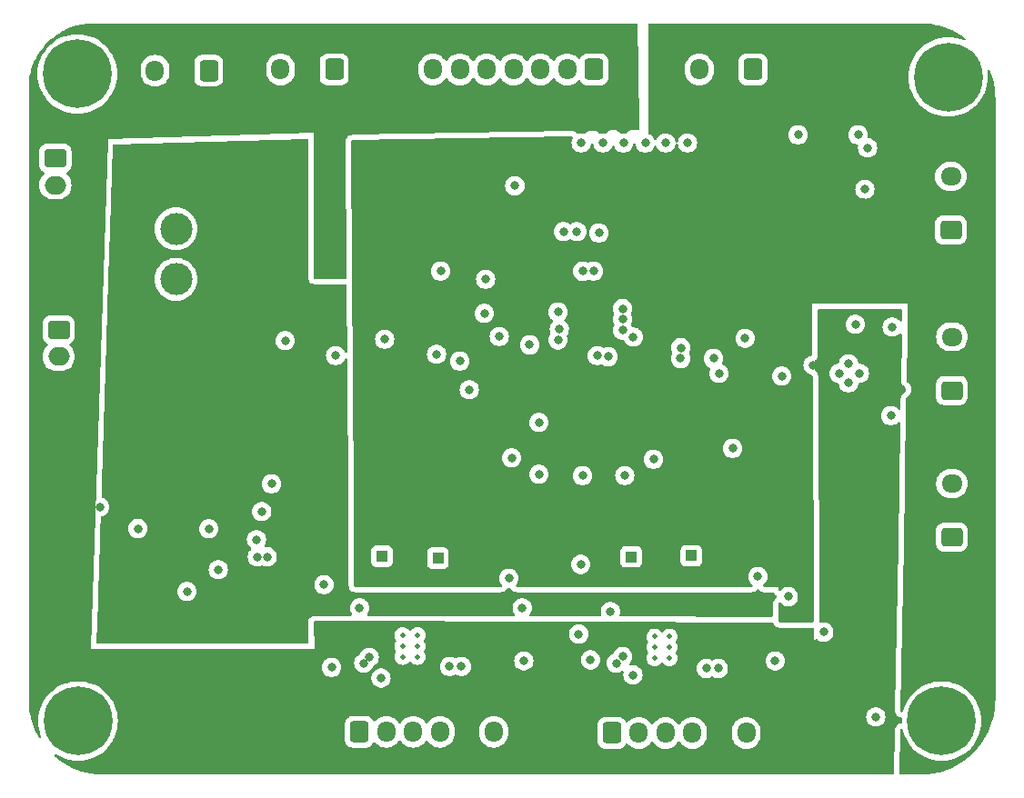
<source format=gbr>
%TF.GenerationSoftware,KiCad,Pcbnew,(7.0.0)*%
%TF.CreationDate,2023-10-26T11:16:44+02:00*%
%TF.ProjectId,Kyttiludzinator,4b797474-696c-4756-947a-696e61746f72,rev?*%
%TF.SameCoordinates,Original*%
%TF.FileFunction,Copper,L3,Inr*%
%TF.FilePolarity,Positive*%
%FSLAX46Y46*%
G04 Gerber Fmt 4.6, Leading zero omitted, Abs format (unit mm)*
G04 Created by KiCad (PCBNEW (7.0.0)) date 2023-10-26 11:16:44*
%MOMM*%
%LPD*%
G01*
G04 APERTURE LIST*
G04 Aperture macros list*
%AMRoundRect*
0 Rectangle with rounded corners*
0 $1 Rounding radius*
0 $2 $3 $4 $5 $6 $7 $8 $9 X,Y pos of 4 corners*
0 Add a 4 corners polygon primitive as box body*
4,1,4,$2,$3,$4,$5,$6,$7,$8,$9,$2,$3,0*
0 Add four circle primitives for the rounded corners*
1,1,$1+$1,$2,$3*
1,1,$1+$1,$4,$5*
1,1,$1+$1,$6,$7*
1,1,$1+$1,$8,$9*
0 Add four rect primitives between the rounded corners*
20,1,$1+$1,$2,$3,$4,$5,0*
20,1,$1+$1,$4,$5,$6,$7,0*
20,1,$1+$1,$6,$7,$8,$9,0*
20,1,$1+$1,$8,$9,$2,$3,0*%
G04 Aperture macros list end*
%TA.AperFunction,ComponentPad*%
%ADD10RoundRect,0.250000X0.725000X-0.600000X0.725000X0.600000X-0.725000X0.600000X-0.725000X-0.600000X0*%
%TD*%
%TA.AperFunction,ComponentPad*%
%ADD11O,1.950000X1.700000*%
%TD*%
%TA.AperFunction,ComponentPad*%
%ADD12C,0.500000*%
%TD*%
%TA.AperFunction,ComponentPad*%
%ADD13R,1.000000X1.000000*%
%TD*%
%TA.AperFunction,ComponentPad*%
%ADD14C,0.800000*%
%TD*%
%TA.AperFunction,ComponentPad*%
%ADD15C,6.400000*%
%TD*%
%TA.AperFunction,ComponentPad*%
%ADD16RoundRect,0.250000X-0.750000X0.600000X-0.750000X-0.600000X0.750000X-0.600000X0.750000X0.600000X0*%
%TD*%
%TA.AperFunction,ComponentPad*%
%ADD17O,2.000000X1.700000*%
%TD*%
%TA.AperFunction,ComponentPad*%
%ADD18RoundRect,0.250000X0.600000X0.725000X-0.600000X0.725000X-0.600000X-0.725000X0.600000X-0.725000X0*%
%TD*%
%TA.AperFunction,ComponentPad*%
%ADD19O,1.700000X1.950000*%
%TD*%
%TA.AperFunction,ComponentPad*%
%ADD20RoundRect,0.250000X-0.600000X-0.725000X0.600000X-0.725000X0.600000X0.725000X-0.600000X0.725000X0*%
%TD*%
%TA.AperFunction,ComponentPad*%
%ADD21C,3.000000*%
%TD*%
%TA.AperFunction,ViaPad*%
%ADD22C,0.800000*%
%TD*%
G04 APERTURE END LIST*
D10*
%TO.N,Moustache_1*%
%TO.C,J504*%
X212958000Y-85859000D03*
D11*
%TO.N,+3.3V*%
X212957999Y-83358999D03*
%TO.N,Moustache_1*%
X212957999Y-80858999D03*
%TO.N,+3.3V*%
X212957999Y-78358999D03*
%TD*%
D12*
%TO.N,N/C*%
%TO.C,U401*%
X186661000Y-97139000D03*
X186661000Y-96139000D03*
X186661000Y-95139000D03*
X185261000Y-97139000D03*
X185261000Y-96139000D03*
X185261000Y-95139000D03*
%TD*%
D13*
%TO.N,+3.3V*%
%TO.C,REF\u002A\u002A*%
X158622999Y-62991999D03*
%TD*%
D14*
%TO.N,N/C*%
%TO.C,REFe*%
X210200000Y-43000000D03*
X210902944Y-41302944D03*
X210902944Y-44697056D03*
X212600000Y-40600000D03*
D15*
%TO.N,GND*%
X212600000Y-43000000D03*
D14*
%TO.N,N/C*%
X212600000Y-45400000D03*
X214297056Y-41302944D03*
X214297056Y-44697056D03*
X215000000Y-43000000D03*
%TD*%
D16*
%TO.N,GND*%
%TO.C,Alim_charger301*%
X129485000Y-50566000D03*
D17*
%TO.N,Net-(Alim_charger301-Pin_2)*%
X129484999Y-53065999D03*
%TD*%
D13*
%TO.N,PWM_MOT2_CH1*%
%TO.C,REF\u002A\u002A*%
X165099999Y-87799999D03*
%TD*%
D18*
%TO.N,Bordure_1*%
%TO.C,J502*%
X155448000Y-42291000D03*
D19*
%TO.N,+5V*%
X152947999Y-42290999D03*
%TO.N,GND*%
X150447999Y-42290999D03*
%TD*%
D14*
%TO.N,N/C*%
%TO.C,REF\u002A\u002A*%
X209600000Y-103000000D03*
X210302944Y-101302944D03*
X210302944Y-104697056D03*
X212000000Y-100600000D03*
D15*
%TO.N,GND*%
X212000000Y-103000000D03*
D14*
%TO.N,N/C*%
X212000000Y-105400000D03*
X213697056Y-101302944D03*
X213697056Y-104697056D03*
X214400000Y-103000000D03*
%TD*%
D18*
%TO.N,unconnected-(J503-Pin_1-Pad1)*%
%TO.C,J503*%
X179632000Y-42291000D03*
D19*
%TO.N,LIDAR_M*%
X177131999Y-42290999D03*
%TO.N,LIDAR_DEV*%
X174631999Y-42290999D03*
%TO.N,LIDAR_PWM*%
X172131999Y-42290999D03*
%TO.N,GND*%
X169631999Y-42290999D03*
%TO.N,LIDAR_RX*%
X167131999Y-42290999D03*
%TO.N,LIDAR_TX*%
X164631999Y-42290999D03*
%TO.N,+5V*%
X162131999Y-42290999D03*
%TD*%
D16*
%TO.N,GND*%
%TO.C,Alim_batterie301*%
X129794000Y-66548000D03*
D17*
%TO.N,Net-(Alim_batterie301-Pin_2)*%
X129793999Y-69047999D03*
%TD*%
D14*
%TO.N,N/C*%
%TO.C,REF\u002A\u002A*%
X129200000Y-103000000D03*
X129902944Y-101302944D03*
X129902944Y-104697056D03*
X131600000Y-100600000D03*
D15*
%TO.N,GND*%
X131600000Y-103000000D03*
D14*
%TO.N,N/C*%
X131600000Y-105400000D03*
X133297056Y-101302944D03*
X133297056Y-104697056D03*
X134000000Y-103000000D03*
%TD*%
D10*
%TO.N,Moustache_3*%
%TO.C,J505*%
X212852000Y-57277000D03*
D11*
%TO.N,+3.3V*%
X212851999Y-54776999D03*
%TO.N,Moustache_3*%
X212851999Y-52276999D03*
%TO.N,+3.3V*%
X212851999Y-49776999D03*
%TD*%
D18*
%TO.N,Moustache_4*%
%TO.C,J506*%
X194437000Y-42291000D03*
D19*
%TO.N,+3.3V*%
X191936999Y-42290999D03*
%TO.N,Moustache_4*%
X189436999Y-42290999D03*
%TO.N,+3.3V*%
X186936999Y-42290999D03*
%TD*%
D13*
%TO.N,PWM_MOT1_CH1*%
%TO.C,REF\u002A\u002A*%
X188699999Y-87599999D03*
%TD*%
D12*
%TO.N,N/C*%
%TO.C,U402*%
X163199000Y-97012000D03*
X163199000Y-96012000D03*
X163199000Y-95012000D03*
X161799000Y-97012000D03*
X161799000Y-96012000D03*
X161799000Y-95012000D03*
%TD*%
D13*
%TO.N,+5V*%
%TO.C,REF\u002A\u002A*%
X155574999Y-60324999D03*
%TD*%
D20*
%TO.N,/Drivers_moteurs/Motor2-*%
%TO.C,J402*%
X157800000Y-104000000D03*
D19*
%TO.N,GND*%
X160299999Y-103999999D03*
%TO.N,Codeur2_PH1*%
X162799999Y-103999999D03*
%TO.N,Codeur2_PH2*%
X165299999Y-103999999D03*
%TO.N,+5V*%
X167799999Y-103999999D03*
%TO.N,/Drivers_moteurs/Motor2+*%
X170299999Y-103999999D03*
%TD*%
D13*
%TO.N,PWM_MOT2_CH2*%
%TO.C,REF\u002A\u002A*%
X159892999Y-87629999D03*
%TD*%
D10*
%TO.N,Moustache_2*%
%TO.C,J509*%
X212958000Y-72203000D03*
D11*
%TO.N,+3.3V*%
X212957999Y-69702999D03*
%TO.N,Moustache_2*%
X212957999Y-67202999D03*
%TO.N,+3.3V*%
X212957999Y-64702999D03*
%TD*%
D18*
%TO.N,Bordure_2*%
%TO.C,J501*%
X143764000Y-42418000D03*
D19*
%TO.N,+5V*%
X141263999Y-42417999D03*
%TO.N,GND*%
X138763999Y-42417999D03*
%TD*%
D13*
%TO.N,PWM_MOT1_CH2*%
%TO.C,REF\u002A\u002A*%
X183099999Y-87699999D03*
%TD*%
%TO.N,+BATT*%
%TO.C,REF\u002A\u002A*%
X152653999Y-62991999D03*
%TD*%
D20*
%TO.N,/Drivers_moteurs/Motor1-*%
%TO.C,J401*%
X181300000Y-104100000D03*
D19*
%TO.N,GND*%
X183799999Y-104099999D03*
%TO.N,Codeur1_PH2*%
X186299999Y-104099999D03*
%TO.N,Codeur1_PH1*%
X188799999Y-104099999D03*
%TO.N,+5V*%
X191299999Y-104099999D03*
%TO.N,/Drivers_moteurs/Motor1+*%
X193799999Y-104099999D03*
%TD*%
D21*
%TO.N,Net-(D301-A1)*%
%TO.C,SW302*%
X140718000Y-57145000D03*
%TO.N,Net-(SW302-B)*%
X140718000Y-61845000D03*
%TO.N,+BATT*%
X140718000Y-66545000D03*
%TD*%
D14*
%TO.N,N/C*%
%TO.C,REF\u002A\u002A*%
X129125944Y-42718056D03*
X129828888Y-41021000D03*
X129828888Y-44415112D03*
X131525944Y-40318056D03*
D15*
%TO.N,GND*%
X131525944Y-42718056D03*
D14*
%TO.N,N/C*%
X131525944Y-45118056D03*
X133223000Y-41021000D03*
X133223000Y-44415112D03*
X133925944Y-42718056D03*
%TD*%
D22*
%TO.N,GND*%
X143764000Y-85090000D03*
X201019000Y-94712000D03*
X159800000Y-99000000D03*
X174498000Y-80010000D03*
X172946000Y-92456000D03*
X203962000Y-66040000D03*
X178200000Y-94900000D03*
X204851000Y-53467000D03*
X204343000Y-70612000D03*
X188341000Y-49149000D03*
X181158000Y-92794000D03*
X173100000Y-97400000D03*
X164973000Y-68834000D03*
X205867000Y-102616000D03*
X203327000Y-69723000D03*
X197717000Y-91410000D03*
X207391000Y-66294000D03*
X184404000Y-49149000D03*
X167132000Y-69469000D03*
X148694500Y-83486500D03*
X155200000Y-98000000D03*
X137157500Y-85076500D03*
X196500000Y-97400000D03*
X141732000Y-90932000D03*
X194884000Y-89535000D03*
X160147000Y-67437000D03*
X180467000Y-49149000D03*
X157800000Y-92456000D03*
X154495500Y-90300000D03*
X183261000Y-98700000D03*
X171958000Y-78486000D03*
X185166000Y-78613000D03*
X171708000Y-89700000D03*
X202438000Y-70612000D03*
X176276000Y-64897000D03*
X192532000Y-77597000D03*
X205100000Y-49600000D03*
X182499000Y-80137000D03*
X144653000Y-88900000D03*
X186309000Y-49149000D03*
X170815000Y-67183000D03*
X150876000Y-67564000D03*
X169545000Y-61849000D03*
X168021000Y-72136000D03*
X197104000Y-70866000D03*
X178435000Y-49149000D03*
X169418000Y-65024000D03*
X179300000Y-97300000D03*
X178562000Y-80137000D03*
X203327000Y-71501000D03*
X207264000Y-74549000D03*
X165354000Y-61087000D03*
X182372000Y-49149000D03*
X178400000Y-88400000D03*
X149606000Y-80899000D03*
X155575000Y-68961000D03*
X148209000Y-86106000D03*
%TO.N,+BATT*%
X170373000Y-92329000D03*
X169484000Y-92329000D03*
X138049000Y-94337500D03*
X194405000Y-91707000D03*
X193500000Y-91700000D03*
%TO.N,/STM32G070RBT6/NRST*%
X174498000Y-75184000D03*
X176403000Y-66497000D03*
%TO.N,+3.3V*%
X175700000Y-89500000D03*
X165354000Y-62865000D03*
X177419000Y-55753000D03*
X209550000Y-95457000D03*
X204724000Y-54737000D03*
X159300000Y-81000000D03*
X160100000Y-81000000D03*
X173101000Y-65024000D03*
X199495000Y-91410000D03*
X172085000Y-60198000D03*
%TO.N,+5V*%
X200025000Y-69850000D03*
X189921000Y-95588000D03*
X156784000Y-95250000D03*
X166309000Y-95377000D03*
X149200000Y-87700000D03*
X208255799Y-72111799D03*
X205867000Y-68326000D03*
X133604000Y-83058000D03*
X149500000Y-97600000D03*
X148300000Y-87700000D03*
X149500000Y-96800000D03*
X202184000Y-66040000D03*
X180269000Y-95461000D03*
%TO.N,LIDAR_PWM*%
X172258701Y-53141299D03*
%TO.N,PWM_MOT2_CH1*%
X176276000Y-67497000D03*
%TO.N,PWM_MOT2_CH2*%
X173640500Y-67949997D03*
%TO.N,PWM_MOT1_CH1*%
X179949511Y-68960137D03*
%TO.N,PWM_MOT1_CH2*%
X180944904Y-69050683D03*
%TO.N,/STM32G070RBT6/TX*%
X198628000Y-48387000D03*
X191262000Y-70612000D03*
%TO.N,/STM32G070RBT6/RX*%
X190754000Y-69215000D03*
X204216000Y-48387000D03*
%TO.N,Moustache_1*%
X187695542Y-69220799D03*
%TO.N,Moustache_2*%
X187715718Y-68221500D03*
%TO.N,Moustache_3*%
X193700000Y-67347500D03*
%TO.N,Codeur1_PH1*%
X183282607Y-67221500D03*
%TO.N,Codeur1_PH2*%
X182299887Y-66586967D03*
%TO.N,Codeur2_PH1*%
X182301146Y-65587465D03*
%TO.N,Codeur2_PH2*%
X182288049Y-64588049D03*
%TO.N,LIDAR_DEV*%
X178578620Y-61102634D03*
%TO.N,LIDAR_M*%
X179578000Y-61087000D03*
%TO.N,Bordure_1*%
X178022500Y-57404000D03*
%TO.N,Bordure_2*%
X176784000Y-57404000D03*
%TO.N,/Drivers_moteurs/Motor1-*%
X181700000Y-97600000D03*
X182300000Y-97000000D03*
%TO.N,/Drivers_moteurs/Motor1+*%
X191200000Y-98100000D03*
X190100000Y-98100000D03*
%TO.N,/Drivers_moteurs/Motor2+*%
X167283000Y-97917000D03*
X166183000Y-97917000D03*
%TO.N,/Drivers_moteurs/Motor2-*%
X158700000Y-97063918D03*
X158200000Y-97600000D03*
%TO.N,Moustache_4*%
X180086000Y-57531000D03*
%TD*%
%TA.AperFunction,Conductor*%
%TO.N,+3.3V*%
G36*
X210002211Y-38000578D02*
G01*
X210293887Y-38010996D01*
X210293886Y-38011053D01*
X210294095Y-38011004D01*
X210500023Y-38018709D01*
X210508584Y-38019328D01*
X210778288Y-38048324D01*
X211008658Y-38074281D01*
X211016763Y-38075467D01*
X211278393Y-38122670D01*
X211279292Y-38122837D01*
X211511891Y-38166847D01*
X211519429Y-38168520D01*
X211774933Y-38233734D01*
X211776091Y-38234036D01*
X211996716Y-38293152D01*
X212006913Y-38295885D01*
X212013978Y-38298005D01*
X212263085Y-38380915D01*
X212264630Y-38381443D01*
X212491225Y-38460733D01*
X212497704Y-38463205D01*
X212739522Y-38563370D01*
X212741447Y-38564188D01*
X212962169Y-38660488D01*
X212968051Y-38663242D01*
X213201674Y-38780185D01*
X213204004Y-38781383D01*
X213412348Y-38891497D01*
X213417200Y-38894061D01*
X213422531Y-38897049D01*
X213646929Y-39030190D01*
X213649551Y-39031791D01*
X213829825Y-39145065D01*
X213853975Y-39160240D01*
X213858723Y-39163378D01*
X214072824Y-39312031D01*
X214075737Y-39314117D01*
X214154051Y-39371915D01*
X214191732Y-39417049D01*
X214204387Y-39474467D01*
X214189169Y-39531260D01*
X214149502Y-39574658D01*
X214094302Y-39594905D01*
X214035980Y-39587449D01*
X213748110Y-39476946D01*
X213748102Y-39476943D01*
X213745087Y-39475786D01*
X213741962Y-39474948D01*
X213741957Y-39474947D01*
X213373566Y-39376237D01*
X213373557Y-39376235D01*
X213370433Y-39375398D01*
X213367237Y-39374891D01*
X213367224Y-39374889D01*
X212990543Y-39315229D01*
X212990531Y-39315227D01*
X212987338Y-39314722D01*
X212984103Y-39314552D01*
X212984099Y-39314552D01*
X212603244Y-39294592D01*
X212600000Y-39294422D01*
X212596756Y-39294592D01*
X212215900Y-39314552D01*
X212215894Y-39314552D01*
X212212662Y-39314722D01*
X212209470Y-39315227D01*
X212209456Y-39315229D01*
X211832775Y-39374889D01*
X211832758Y-39374892D01*
X211829567Y-39375398D01*
X211826446Y-39376234D01*
X211826433Y-39376237D01*
X211458042Y-39474947D01*
X211458031Y-39474950D01*
X211454913Y-39475786D01*
X211451902Y-39476941D01*
X211451889Y-39476946D01*
X211095837Y-39613622D01*
X211095828Y-39613625D01*
X211092806Y-39614786D01*
X211089929Y-39616251D01*
X211089913Y-39616259D01*
X210750104Y-39789400D01*
X210750090Y-39789408D01*
X210747211Y-39790875D01*
X210744491Y-39792641D01*
X210744483Y-39792646D01*
X210424644Y-40000352D01*
X210424638Y-40000355D01*
X210421916Y-40002124D01*
X210419396Y-40004164D01*
X210419390Y-40004169D01*
X210123002Y-40244179D01*
X210122991Y-40244188D01*
X210120484Y-40246219D01*
X210118199Y-40248503D01*
X210118189Y-40248513D01*
X209848513Y-40518189D01*
X209848503Y-40518199D01*
X209846219Y-40520484D01*
X209844188Y-40522991D01*
X209844179Y-40523002D01*
X209604169Y-40819390D01*
X209604164Y-40819396D01*
X209602124Y-40821916D01*
X209600355Y-40824638D01*
X209600352Y-40824644D01*
X209392646Y-41144483D01*
X209392641Y-41144491D01*
X209390875Y-41147211D01*
X209389408Y-41150090D01*
X209389400Y-41150104D01*
X209216259Y-41489913D01*
X209216251Y-41489929D01*
X209214786Y-41492806D01*
X209213625Y-41495828D01*
X209213622Y-41495837D01*
X209076946Y-41851889D01*
X209076941Y-41851902D01*
X209075786Y-41854913D01*
X209074950Y-41858031D01*
X209074947Y-41858042D01*
X208976237Y-42226433D01*
X208976234Y-42226446D01*
X208975398Y-42229567D01*
X208974892Y-42232758D01*
X208974889Y-42232775D01*
X208915229Y-42609456D01*
X208915227Y-42609470D01*
X208914722Y-42612662D01*
X208894422Y-43000000D01*
X208894592Y-43003244D01*
X208912318Y-43341480D01*
X208914722Y-43387338D01*
X208915227Y-43390531D01*
X208915229Y-43390543D01*
X208974889Y-43767224D01*
X208974891Y-43767237D01*
X208975398Y-43770433D01*
X208976235Y-43773557D01*
X208976237Y-43773566D01*
X209037946Y-44003867D01*
X209075786Y-44145087D01*
X209076943Y-44148102D01*
X209076946Y-44148110D01*
X209208718Y-44491386D01*
X209214786Y-44507194D01*
X209216255Y-44510077D01*
X209216259Y-44510086D01*
X209389400Y-44849895D01*
X209390875Y-44852789D01*
X209602124Y-45178084D01*
X209846219Y-45479516D01*
X210120484Y-45753781D01*
X210421916Y-45997876D01*
X210747211Y-46209125D01*
X211092806Y-46385214D01*
X211454913Y-46524214D01*
X211829567Y-46624602D01*
X212212662Y-46685278D01*
X212600000Y-46705578D01*
X212987338Y-46685278D01*
X213370433Y-46624602D01*
X213745087Y-46524214D01*
X214107194Y-46385214D01*
X214452789Y-46209125D01*
X214778084Y-45997876D01*
X215079516Y-45753781D01*
X215353781Y-45479516D01*
X215597876Y-45178084D01*
X215809125Y-44852789D01*
X215985214Y-44507194D01*
X216124214Y-44145087D01*
X216224602Y-43770433D01*
X216285278Y-43387338D01*
X216305578Y-43000000D01*
X216285278Y-42612662D01*
X216265153Y-42485597D01*
X216270207Y-42426343D01*
X216302270Y-42376255D01*
X216353967Y-42346857D01*
X216413407Y-42344911D01*
X216466917Y-42370865D01*
X216502187Y-42418748D01*
X216536789Y-42502285D01*
X216539269Y-42508783D01*
X216618510Y-42735238D01*
X216619124Y-42737034D01*
X216701993Y-42986020D01*
X216704113Y-42993085D01*
X216765930Y-43223787D01*
X216766303Y-43225215D01*
X216831469Y-43480532D01*
X216833159Y-43488145D01*
X216877147Y-43720631D01*
X216877339Y-43721667D01*
X216924529Y-43983222D01*
X216925719Y-43991355D01*
X216951633Y-44221341D01*
X216951703Y-44221970D01*
X216980668Y-44491386D01*
X216981291Y-44500004D01*
X216988995Y-44705898D01*
X216988998Y-44706110D01*
X216989003Y-44706110D01*
X216999421Y-44997788D01*
X216999500Y-45002214D01*
X216999500Y-100997786D01*
X216999421Y-101002212D01*
X216989011Y-101293678D01*
X216989003Y-101293889D01*
X216981291Y-101499994D01*
X216980668Y-101508612D01*
X216951703Y-101778028D01*
X216951633Y-101778657D01*
X216925719Y-102008643D01*
X216924529Y-102016776D01*
X216877339Y-102278331D01*
X216877147Y-102279367D01*
X216833159Y-102511853D01*
X216831469Y-102519466D01*
X216766303Y-102774783D01*
X216765930Y-102776211D01*
X216704113Y-103006913D01*
X216701993Y-103013978D01*
X216619124Y-103262964D01*
X216618510Y-103264760D01*
X216539269Y-103491215D01*
X216536789Y-103497713D01*
X216436674Y-103739413D01*
X216435767Y-103741547D01*
X216339518Y-103962151D01*
X216336748Y-103968068D01*
X216219842Y-104201617D01*
X216218588Y-104204055D01*
X216105937Y-104417200D01*
X216102949Y-104422531D01*
X215969832Y-104646889D01*
X215968184Y-104649588D01*
X215839758Y-104853975D01*
X215836620Y-104858723D01*
X215687967Y-105072824D01*
X215685881Y-105075737D01*
X215542437Y-105270098D01*
X215539219Y-105274271D01*
X215375729Y-105477150D01*
X215373166Y-105480228D01*
X215215540Y-105663393D01*
X215212306Y-105667005D01*
X215034805Y-105857654D01*
X215031731Y-105860839D01*
X214860839Y-106031731D01*
X214857654Y-106034805D01*
X214667005Y-106212306D01*
X214663393Y-106215540D01*
X214480228Y-106373166D01*
X214477150Y-106375729D01*
X214274271Y-106539219D01*
X214270098Y-106542437D01*
X214075737Y-106685881D01*
X214072824Y-106687967D01*
X213858723Y-106836620D01*
X213853975Y-106839758D01*
X213649588Y-106968184D01*
X213646889Y-106969832D01*
X213422531Y-107102949D01*
X213417200Y-107105937D01*
X213204055Y-107218588D01*
X213201617Y-107219842D01*
X212968068Y-107336748D01*
X212962151Y-107339518D01*
X212741547Y-107435767D01*
X212739413Y-107436674D01*
X212497713Y-107536789D01*
X212491215Y-107539269D01*
X212264760Y-107618510D01*
X212262964Y-107619124D01*
X212013978Y-107701993D01*
X212006913Y-107704113D01*
X211776211Y-107765930D01*
X211774783Y-107766303D01*
X211519466Y-107831469D01*
X211511853Y-107833159D01*
X211279367Y-107877147D01*
X211278331Y-107877339D01*
X211016776Y-107924529D01*
X211008643Y-107925719D01*
X210778657Y-107951633D01*
X210778028Y-107951703D01*
X210508612Y-107980668D01*
X210499994Y-107981291D01*
X210294100Y-107988995D01*
X210293889Y-107989003D01*
X210002212Y-107999421D01*
X209997786Y-107999500D01*
X208192830Y-107999500D01*
X208130198Y-107982520D01*
X208084720Y-107936230D01*
X208068849Y-107873308D01*
X208140276Y-103832556D01*
X208155123Y-103775877D01*
X208194335Y-103732342D01*
X208249159Y-103711671D01*
X208307353Y-103718478D01*
X208355926Y-103751245D01*
X208384032Y-103802655D01*
X208426768Y-103962151D01*
X208475786Y-104145087D01*
X208476943Y-104148102D01*
X208476946Y-104148110D01*
X208613622Y-104504162D01*
X208614786Y-104507194D01*
X208616255Y-104510077D01*
X208616259Y-104510086D01*
X208789400Y-104849895D01*
X208790875Y-104852789D01*
X209002124Y-105178084D01*
X209246219Y-105479516D01*
X209520484Y-105753781D01*
X209821916Y-105997876D01*
X210147211Y-106209125D01*
X210150104Y-106210599D01*
X210474190Y-106375729D01*
X210492806Y-106385214D01*
X210854913Y-106524214D01*
X211229567Y-106624602D01*
X211612662Y-106685278D01*
X212000000Y-106705578D01*
X212387338Y-106685278D01*
X212770433Y-106624602D01*
X213145087Y-106524214D01*
X213507194Y-106385214D01*
X213852789Y-106209125D01*
X214178084Y-105997876D01*
X214479516Y-105753781D01*
X214753781Y-105479516D01*
X214997876Y-105178084D01*
X215209125Y-104852789D01*
X215385214Y-104507194D01*
X215524214Y-104145087D01*
X215624602Y-103770433D01*
X215685278Y-103387338D01*
X215705578Y-103000000D01*
X215685278Y-102612662D01*
X215624602Y-102229567D01*
X215524214Y-101854913D01*
X215385214Y-101492806D01*
X215209125Y-101147211D01*
X214997876Y-100821916D01*
X214753781Y-100520484D01*
X214479516Y-100246219D01*
X214178084Y-100002124D01*
X213852789Y-99790875D01*
X213849901Y-99789403D01*
X213849895Y-99789400D01*
X213510086Y-99616259D01*
X213510077Y-99616255D01*
X213507194Y-99614786D01*
X213469978Y-99600500D01*
X213148110Y-99476946D01*
X213148102Y-99476943D01*
X213145087Y-99475786D01*
X213141962Y-99474948D01*
X213141957Y-99474947D01*
X212773566Y-99376237D01*
X212773557Y-99376235D01*
X212770433Y-99375398D01*
X212767237Y-99374891D01*
X212767224Y-99374889D01*
X212390543Y-99315229D01*
X212390531Y-99315227D01*
X212387338Y-99314722D01*
X212384103Y-99314552D01*
X212384099Y-99314552D01*
X212003244Y-99294592D01*
X212000000Y-99294422D01*
X211996756Y-99294592D01*
X211615900Y-99314552D01*
X211615894Y-99314552D01*
X211612662Y-99314722D01*
X211609470Y-99315227D01*
X211609456Y-99315229D01*
X211232775Y-99374889D01*
X211232758Y-99374892D01*
X211229567Y-99375398D01*
X211226446Y-99376234D01*
X211226433Y-99376237D01*
X210858042Y-99474947D01*
X210858031Y-99474950D01*
X210854913Y-99475786D01*
X210851902Y-99476941D01*
X210851889Y-99476946D01*
X210495837Y-99613622D01*
X210495828Y-99613625D01*
X210492806Y-99614786D01*
X210489929Y-99616251D01*
X210489913Y-99616259D01*
X210150104Y-99789400D01*
X210150090Y-99789408D01*
X210147211Y-99790875D01*
X210144491Y-99792641D01*
X210144483Y-99792646D01*
X209824644Y-100000352D01*
X209824638Y-100000355D01*
X209821916Y-100002124D01*
X209819396Y-100004164D01*
X209819390Y-100004169D01*
X209523002Y-100244179D01*
X209522991Y-100244188D01*
X209520484Y-100246219D01*
X209518199Y-100248503D01*
X209518189Y-100248513D01*
X209248513Y-100518189D01*
X209248503Y-100518199D01*
X209246219Y-100520484D01*
X209244188Y-100522991D01*
X209244179Y-100523002D01*
X209004169Y-100819390D01*
X209004164Y-100819396D01*
X209002124Y-100821916D01*
X209000355Y-100824638D01*
X209000352Y-100824644D01*
X208792646Y-101144483D01*
X208792641Y-101144491D01*
X208790875Y-101147211D01*
X208789408Y-101150090D01*
X208789400Y-101150104D01*
X208616259Y-101489913D01*
X208616251Y-101489929D01*
X208614786Y-101492806D01*
X208613625Y-101495828D01*
X208613622Y-101495837D01*
X208476946Y-101851889D01*
X208476941Y-101851902D01*
X208475786Y-101854913D01*
X208474949Y-101858037D01*
X208415627Y-102079428D01*
X208387027Y-102131376D01*
X208337575Y-102164104D01*
X208278581Y-102170125D01*
X208223537Y-102148064D01*
X208185031Y-102102965D01*
X208171871Y-102045144D01*
X208446555Y-86505878D01*
X211482500Y-86505878D01*
X211482501Y-86509008D01*
X211482820Y-86512140D01*
X211482821Y-86512141D01*
X211492312Y-86605061D01*
X211492313Y-86605069D01*
X211493001Y-86611797D01*
X211495129Y-86618219D01*
X211495130Y-86618223D01*
X211540853Y-86756204D01*
X211548186Y-86778334D01*
X211551977Y-86784480D01*
X211636497Y-86921511D01*
X211636500Y-86921515D01*
X211640288Y-86927656D01*
X211764344Y-87051712D01*
X211770485Y-87055500D01*
X211770488Y-87055502D01*
X211818713Y-87085247D01*
X211913666Y-87143814D01*
X212080203Y-87198999D01*
X212182991Y-87209500D01*
X213733008Y-87209499D01*
X213835797Y-87198999D01*
X214002334Y-87143814D01*
X214151656Y-87051712D01*
X214275712Y-86927656D01*
X214367814Y-86778334D01*
X214422999Y-86611797D01*
X214433500Y-86509009D01*
X214433499Y-85208992D01*
X214422999Y-85106203D01*
X214367814Y-84939666D01*
X214275712Y-84790344D01*
X214151656Y-84666288D01*
X214145515Y-84662500D01*
X214145511Y-84662497D01*
X214008480Y-84577977D01*
X214002334Y-84574186D01*
X213835797Y-84519001D01*
X213829064Y-84518313D01*
X213829059Y-84518312D01*
X213736140Y-84508819D01*
X213736123Y-84508818D01*
X213733009Y-84508500D01*
X213729860Y-84508500D01*
X212186140Y-84508500D01*
X212186120Y-84508500D01*
X212182992Y-84508501D01*
X212179860Y-84508820D01*
X212179858Y-84508821D01*
X212086938Y-84518312D01*
X212086928Y-84518313D01*
X212080203Y-84519001D01*
X212073781Y-84521128D01*
X212073776Y-84521130D01*
X211920521Y-84571914D01*
X211920517Y-84571915D01*
X211913666Y-84574186D01*
X211907522Y-84577975D01*
X211907519Y-84577977D01*
X211770488Y-84662497D01*
X211770480Y-84662503D01*
X211764344Y-84666288D01*
X211759242Y-84671389D01*
X211759238Y-84671393D01*
X211645393Y-84785238D01*
X211645389Y-84785242D01*
X211640288Y-84790344D01*
X211636503Y-84796480D01*
X211636497Y-84796488D01*
X211551977Y-84933519D01*
X211548186Y-84939666D01*
X211493001Y-85106203D01*
X211492313Y-85112933D01*
X211492312Y-85112940D01*
X211482819Y-85205859D01*
X211482818Y-85205877D01*
X211482500Y-85208991D01*
X211482500Y-85212138D01*
X211482500Y-85212139D01*
X211482500Y-86505859D01*
X211482500Y-86505878D01*
X208446555Y-86505878D01*
X208546374Y-80859000D01*
X211477341Y-80859000D01*
X211477813Y-80864395D01*
X211492839Y-81036147D01*
X211497937Y-81094408D01*
X211499336Y-81099630D01*
X211499337Y-81099634D01*
X211557694Y-81317430D01*
X211557697Y-81317438D01*
X211559097Y-81322663D01*
X211658965Y-81536829D01*
X211794505Y-81730401D01*
X211961599Y-81897495D01*
X212155171Y-82033035D01*
X212369337Y-82132903D01*
X212597592Y-82194063D01*
X212774034Y-82209500D01*
X213139258Y-82209500D01*
X213141966Y-82209500D01*
X213318408Y-82194063D01*
X213546663Y-82132903D01*
X213760829Y-82033035D01*
X213954401Y-81897495D01*
X214121495Y-81730401D01*
X214257035Y-81536830D01*
X214356903Y-81322663D01*
X214418063Y-81094408D01*
X214438659Y-80859000D01*
X214418063Y-80623592D01*
X214356903Y-80395337D01*
X214257035Y-80181171D01*
X214121495Y-79987599D01*
X213954401Y-79820505D01*
X213760829Y-79684965D01*
X213656015Y-79636089D01*
X213551572Y-79587386D01*
X213551570Y-79587385D01*
X213546663Y-79585097D01*
X213541438Y-79583697D01*
X213541430Y-79583694D01*
X213323634Y-79525337D01*
X213323630Y-79525336D01*
X213318408Y-79523937D01*
X213313020Y-79523465D01*
X213313017Y-79523465D01*
X213144664Y-79508736D01*
X213144662Y-79508735D01*
X213141966Y-79508500D01*
X212774034Y-79508500D01*
X212771338Y-79508735D01*
X212771335Y-79508736D01*
X212602982Y-79523465D01*
X212602977Y-79523465D01*
X212597592Y-79523937D01*
X212592371Y-79525335D01*
X212592365Y-79525337D01*
X212374569Y-79583694D01*
X212374557Y-79583698D01*
X212369337Y-79585097D01*
X212364432Y-79587383D01*
X212364427Y-79587386D01*
X212160081Y-79682675D01*
X212160077Y-79682677D01*
X212155171Y-79684965D01*
X212150738Y-79688068D01*
X212150731Y-79688073D01*
X211966034Y-79817399D01*
X211966029Y-79817402D01*
X211961599Y-79820505D01*
X211957775Y-79824328D01*
X211957769Y-79824334D01*
X211798336Y-79983767D01*
X211798330Y-79983773D01*
X211794505Y-79987599D01*
X211791406Y-79992023D01*
X211791399Y-79992033D01*
X211662066Y-80176740D01*
X211662061Y-80176747D01*
X211658965Y-80181170D01*
X211656683Y-80186061D01*
X211656678Y-80186072D01*
X211561386Y-80390427D01*
X211561383Y-80390432D01*
X211559097Y-80395337D01*
X211557698Y-80400557D01*
X211557694Y-80400569D01*
X211499337Y-80618365D01*
X211499335Y-80618371D01*
X211497937Y-80623592D01*
X211497465Y-80628977D01*
X211497465Y-80628982D01*
X211477813Y-80853605D01*
X211477341Y-80859000D01*
X208546374Y-80859000D01*
X208685764Y-72973487D01*
X208699761Y-72918415D01*
X208736854Y-72875370D01*
X208771941Y-72849878D01*
X211482500Y-72849878D01*
X211482501Y-72853008D01*
X211482820Y-72856140D01*
X211482821Y-72856141D01*
X211492312Y-72949061D01*
X211492313Y-72949069D01*
X211493001Y-72955797D01*
X211495129Y-72962219D01*
X211495130Y-72962223D01*
X211498863Y-72973487D01*
X211548186Y-73122334D01*
X211551977Y-73128480D01*
X211636497Y-73265511D01*
X211636500Y-73265515D01*
X211640288Y-73271656D01*
X211764344Y-73395712D01*
X211770485Y-73399500D01*
X211770488Y-73399502D01*
X211827558Y-73434702D01*
X211913666Y-73487814D01*
X212080203Y-73542999D01*
X212182991Y-73553500D01*
X213733008Y-73553499D01*
X213835797Y-73542999D01*
X214002334Y-73487814D01*
X214151656Y-73395712D01*
X214275712Y-73271656D01*
X214367814Y-73122334D01*
X214422999Y-72955797D01*
X214433500Y-72853009D01*
X214433499Y-71552992D01*
X214422999Y-71450203D01*
X214367814Y-71283666D01*
X214314702Y-71197558D01*
X214279502Y-71140488D01*
X214279500Y-71140485D01*
X214275712Y-71134344D01*
X214151656Y-71010288D01*
X214145515Y-71006500D01*
X214145511Y-71006497D01*
X214008480Y-70921977D01*
X214002334Y-70918186D01*
X213835797Y-70863001D01*
X213829064Y-70862313D01*
X213829059Y-70862312D01*
X213736140Y-70852819D01*
X213736123Y-70852818D01*
X213733009Y-70852500D01*
X213729860Y-70852500D01*
X212186140Y-70852500D01*
X212186120Y-70852500D01*
X212182992Y-70852501D01*
X212179860Y-70852820D01*
X212179858Y-70852821D01*
X212086938Y-70862312D01*
X212086928Y-70862313D01*
X212080203Y-70863001D01*
X212073781Y-70865128D01*
X212073776Y-70865130D01*
X211920521Y-70915914D01*
X211920517Y-70915915D01*
X211913666Y-70918186D01*
X211907522Y-70921975D01*
X211907519Y-70921977D01*
X211770488Y-71006497D01*
X211770480Y-71006503D01*
X211764344Y-71010288D01*
X211759242Y-71015389D01*
X211759238Y-71015393D01*
X211645393Y-71129238D01*
X211645389Y-71129242D01*
X211640288Y-71134344D01*
X211636503Y-71140480D01*
X211636497Y-71140488D01*
X211551977Y-71277519D01*
X211548186Y-71283666D01*
X211545915Y-71290517D01*
X211545914Y-71290521D01*
X211495142Y-71443741D01*
X211493001Y-71450203D01*
X211492313Y-71456933D01*
X211492312Y-71456940D01*
X211482819Y-71549859D01*
X211482818Y-71549877D01*
X211482500Y-71552991D01*
X211482500Y-71556138D01*
X211482500Y-71556139D01*
X211482500Y-72849859D01*
X211482500Y-72849878D01*
X208771941Y-72849878D01*
X208861670Y-72784687D01*
X208988332Y-72644015D01*
X209082978Y-72480083D01*
X209141473Y-72300055D01*
X209161259Y-72111799D01*
X209141473Y-71923543D01*
X209082978Y-71743515D01*
X208988332Y-71579583D01*
X208964388Y-71552991D01*
X208866019Y-71443741D01*
X208866018Y-71443740D01*
X208861670Y-71438911D01*
X208767012Y-71370138D01*
X208728921Y-71325137D01*
X208715918Y-71267629D01*
X208718166Y-71140488D01*
X208787768Y-67203000D01*
X211477341Y-67203000D01*
X211477813Y-67208395D01*
X211497248Y-67430540D01*
X211497937Y-67438408D01*
X211499336Y-67443630D01*
X211499337Y-67443634D01*
X211557694Y-67661430D01*
X211557697Y-67661438D01*
X211559097Y-67666663D01*
X211658965Y-67880829D01*
X211662072Y-67885266D01*
X211662073Y-67885268D01*
X211695845Y-67933500D01*
X211794505Y-68074401D01*
X211961599Y-68241495D01*
X212155171Y-68377035D01*
X212369337Y-68476903D01*
X212597592Y-68538063D01*
X212774034Y-68553500D01*
X213139258Y-68553500D01*
X213141966Y-68553500D01*
X213318408Y-68538063D01*
X213546663Y-68476903D01*
X213760829Y-68377035D01*
X213954401Y-68241495D01*
X214121495Y-68074401D01*
X214257035Y-67880830D01*
X214356903Y-67666663D01*
X214418063Y-67438408D01*
X214438659Y-67203000D01*
X214418063Y-66967592D01*
X214356903Y-66739337D01*
X214257035Y-66525171D01*
X214121495Y-66331599D01*
X213954401Y-66164505D01*
X213842462Y-66086125D01*
X213765268Y-66032073D01*
X213765266Y-66032072D01*
X213760829Y-66028965D01*
X213635258Y-65970410D01*
X213551572Y-65931386D01*
X213551570Y-65931385D01*
X213546663Y-65929097D01*
X213541438Y-65927697D01*
X213541430Y-65927694D01*
X213323634Y-65869337D01*
X213323630Y-65869336D01*
X213318408Y-65867937D01*
X213313020Y-65867465D01*
X213313017Y-65867465D01*
X213144664Y-65852736D01*
X213144662Y-65852735D01*
X213141966Y-65852500D01*
X212774034Y-65852500D01*
X212771338Y-65852735D01*
X212771335Y-65852736D01*
X212602982Y-65867465D01*
X212602977Y-65867465D01*
X212597592Y-65867937D01*
X212592371Y-65869335D01*
X212592365Y-65869337D01*
X212374569Y-65927694D01*
X212374557Y-65927698D01*
X212369337Y-65929097D01*
X212364432Y-65931383D01*
X212364427Y-65931386D01*
X212160081Y-66026675D01*
X212160077Y-66026677D01*
X212155171Y-66028965D01*
X212150738Y-66032068D01*
X212150731Y-66032073D01*
X211966034Y-66161399D01*
X211966029Y-66161402D01*
X211961599Y-66164505D01*
X211957775Y-66168328D01*
X211957769Y-66168334D01*
X211798336Y-66327767D01*
X211798330Y-66327773D01*
X211794505Y-66331599D01*
X211791406Y-66336023D01*
X211791399Y-66336033D01*
X211662066Y-66520740D01*
X211662061Y-66520747D01*
X211658965Y-66525170D01*
X211656683Y-66530061D01*
X211656678Y-66530072D01*
X211561386Y-66734427D01*
X211561383Y-66734432D01*
X211559097Y-66739337D01*
X211557698Y-66744557D01*
X211557694Y-66744569D01*
X211499337Y-66962365D01*
X211499335Y-66962371D01*
X211497937Y-66967592D01*
X211497465Y-66972977D01*
X211497465Y-66972982D01*
X211484674Y-67119183D01*
X211477341Y-67203000D01*
X208787768Y-67203000D01*
X208842000Y-64135000D01*
X208825489Y-64135000D01*
X199968377Y-64135000D01*
X199952000Y-64135000D01*
X199952081Y-64151377D01*
X199952081Y-64151380D01*
X199969834Y-67709589D01*
X199975235Y-68792290D01*
X199975468Y-68838878D01*
X199963101Y-68893484D01*
X199927974Y-68937083D01*
X199877251Y-68960787D01*
X199751559Y-68987503D01*
X199751552Y-68987505D01*
X199745197Y-68988856D01*
X199739262Y-68991498D01*
X199739254Y-68991501D01*
X199578207Y-69063205D01*
X199578202Y-69063207D01*
X199572270Y-69065849D01*
X199567016Y-69069665D01*
X199567011Y-69069669D01*
X199424388Y-69173290D01*
X199424381Y-69173295D01*
X199419129Y-69177112D01*
X199414784Y-69181937D01*
X199414779Y-69181942D01*
X199296813Y-69312956D01*
X199296808Y-69312962D01*
X199292467Y-69317784D01*
X199289222Y-69323404D01*
X199289218Y-69323410D01*
X199201069Y-69476089D01*
X199201066Y-69476094D01*
X199197821Y-69481716D01*
X199195815Y-69487888D01*
X199195813Y-69487894D01*
X199141333Y-69655564D01*
X199141331Y-69655573D01*
X199139326Y-69661744D01*
X199138648Y-69668194D01*
X199138646Y-69668204D01*
X199122836Y-69818636D01*
X199119540Y-69850000D01*
X199120219Y-69856460D01*
X199138646Y-70031795D01*
X199138647Y-70031803D01*
X199139326Y-70038256D01*
X199141331Y-70044428D01*
X199141333Y-70044435D01*
X199175439Y-70149400D01*
X199197821Y-70218284D01*
X199201068Y-70223908D01*
X199201069Y-70223910D01*
X199260875Y-70327498D01*
X199292467Y-70382216D01*
X199296811Y-70387041D01*
X199296813Y-70387043D01*
X199391397Y-70492089D01*
X199419129Y-70522888D01*
X199572270Y-70634151D01*
X199745197Y-70711144D01*
X199887344Y-70741358D01*
X199937742Y-70764808D01*
X199972832Y-70807920D01*
X199985561Y-70862029D01*
X200099378Y-93675381D01*
X200082973Y-93737642D01*
X200037558Y-93783284D01*
X199975380Y-93800000D01*
X196924000Y-93800000D01*
X196862000Y-93783387D01*
X196816613Y-93738000D01*
X196800000Y-93676000D01*
X196800000Y-92060375D01*
X196814111Y-92002926D01*
X196853232Y-91958552D01*
X196908459Y-91937353D01*
X196967223Y-91944152D01*
X197016148Y-91977402D01*
X197111129Y-92082888D01*
X197264270Y-92194151D01*
X197437197Y-92271144D01*
X197622354Y-92310500D01*
X197805143Y-92310500D01*
X197811646Y-92310500D01*
X197996803Y-92271144D01*
X198169730Y-92194151D01*
X198322871Y-92082888D01*
X198449533Y-91942216D01*
X198544179Y-91778284D01*
X198602674Y-91598256D01*
X198622460Y-91410000D01*
X198602674Y-91221744D01*
X198544179Y-91041716D01*
X198449533Y-90877784D01*
X198417850Y-90842597D01*
X198327220Y-90741942D01*
X198327219Y-90741941D01*
X198322871Y-90737112D01*
X198317613Y-90733292D01*
X198317611Y-90733290D01*
X198174988Y-90629669D01*
X198174987Y-90629668D01*
X198169730Y-90625849D01*
X198163792Y-90623205D01*
X198002745Y-90551501D01*
X198002740Y-90551499D01*
X197996803Y-90548856D01*
X197990444Y-90547504D01*
X197990440Y-90547503D01*
X197818008Y-90510852D01*
X197818005Y-90510851D01*
X197811646Y-90509500D01*
X197622354Y-90509500D01*
X197615995Y-90510851D01*
X197615991Y-90510852D01*
X197443559Y-90547503D01*
X197443552Y-90547505D01*
X197437197Y-90548856D01*
X197431262Y-90551498D01*
X197431254Y-90551501D01*
X197270207Y-90623205D01*
X197270202Y-90623207D01*
X197264270Y-90625849D01*
X197259016Y-90629665D01*
X197259011Y-90629669D01*
X197116388Y-90733290D01*
X197116381Y-90733295D01*
X197111129Y-90737112D01*
X197106784Y-90741937D01*
X197106779Y-90741942D01*
X197016150Y-90842597D01*
X196967223Y-90875848D01*
X196908459Y-90882647D01*
X196853232Y-90861448D01*
X196814111Y-90817074D01*
X196800000Y-90759625D01*
X196800000Y-90516326D01*
X196800000Y-90500000D01*
X196783674Y-90500000D01*
X195469445Y-90500000D01*
X195409707Y-90484662D01*
X195364748Y-90442442D01*
X195345690Y-90383786D01*
X195357247Y-90323203D01*
X195396560Y-90275682D01*
X195489871Y-90207888D01*
X195616533Y-90067216D01*
X195711179Y-89903284D01*
X195769674Y-89723256D01*
X195789460Y-89535000D01*
X195769674Y-89346744D01*
X195711179Y-89166716D01*
X195616533Y-89002784D01*
X195535875Y-88913205D01*
X195494220Y-88866942D01*
X195494219Y-88866941D01*
X195489871Y-88862112D01*
X195484613Y-88858292D01*
X195484611Y-88858290D01*
X195341988Y-88754669D01*
X195341987Y-88754668D01*
X195336730Y-88750849D01*
X195330792Y-88748205D01*
X195169745Y-88676501D01*
X195169740Y-88676499D01*
X195163803Y-88673856D01*
X195157444Y-88672504D01*
X195157440Y-88672503D01*
X194985008Y-88635852D01*
X194985005Y-88635851D01*
X194978646Y-88634500D01*
X194789354Y-88634500D01*
X194782995Y-88635851D01*
X194782991Y-88635852D01*
X194610559Y-88672503D01*
X194610552Y-88672505D01*
X194604197Y-88673856D01*
X194598262Y-88676498D01*
X194598254Y-88676501D01*
X194437207Y-88748205D01*
X194437202Y-88748207D01*
X194431270Y-88750849D01*
X194426016Y-88754665D01*
X194426011Y-88754669D01*
X194283388Y-88858290D01*
X194283381Y-88858295D01*
X194278129Y-88862112D01*
X194273784Y-88866937D01*
X194273779Y-88866942D01*
X194155813Y-88997956D01*
X194155808Y-88997962D01*
X194151467Y-89002784D01*
X194148222Y-89008404D01*
X194148218Y-89008410D01*
X194060069Y-89161089D01*
X194060066Y-89161094D01*
X194056821Y-89166716D01*
X194054815Y-89172888D01*
X194054813Y-89172894D01*
X194000333Y-89340564D01*
X194000331Y-89340573D01*
X193998326Y-89346744D01*
X193997648Y-89353194D01*
X193997646Y-89353204D01*
X193981634Y-89505564D01*
X193978540Y-89535000D01*
X193979219Y-89541460D01*
X193997646Y-89716795D01*
X193997647Y-89716803D01*
X193998326Y-89723256D01*
X194000331Y-89729428D01*
X194000333Y-89729435D01*
X194054813Y-89897105D01*
X194056821Y-89903284D01*
X194151467Y-90067216D01*
X194278129Y-90207888D01*
X194283387Y-90211708D01*
X194283388Y-90211709D01*
X194371440Y-90275682D01*
X194410753Y-90323203D01*
X194422310Y-90383786D01*
X194403252Y-90442442D01*
X194358293Y-90484662D01*
X194298555Y-90500000D01*
X172477927Y-90500000D01*
X172422792Y-90487068D01*
X172379157Y-90450970D01*
X172356123Y-90399235D01*
X172358495Y-90342653D01*
X172385778Y-90293027D01*
X172440533Y-90232216D01*
X172535179Y-90068284D01*
X172593674Y-89888256D01*
X172613460Y-89700000D01*
X172593674Y-89511744D01*
X172535179Y-89331716D01*
X172440533Y-89167784D01*
X172358528Y-89076709D01*
X172318220Y-89031942D01*
X172318219Y-89031941D01*
X172313871Y-89027112D01*
X172308613Y-89023292D01*
X172308611Y-89023290D01*
X172165988Y-88919669D01*
X172165987Y-88919668D01*
X172160730Y-88915849D01*
X172154792Y-88913205D01*
X171993745Y-88841501D01*
X171993740Y-88841499D01*
X171987803Y-88838856D01*
X171981444Y-88837504D01*
X171981440Y-88837503D01*
X171809008Y-88800852D01*
X171809005Y-88800851D01*
X171802646Y-88799500D01*
X171613354Y-88799500D01*
X171606995Y-88800851D01*
X171606991Y-88800852D01*
X171434559Y-88837503D01*
X171434552Y-88837505D01*
X171428197Y-88838856D01*
X171422262Y-88841498D01*
X171422254Y-88841501D01*
X171261207Y-88913205D01*
X171261202Y-88913207D01*
X171255270Y-88915849D01*
X171250016Y-88919665D01*
X171250011Y-88919669D01*
X171107388Y-89023290D01*
X171107381Y-89023295D01*
X171102129Y-89027112D01*
X171097784Y-89031937D01*
X171097779Y-89031942D01*
X170979813Y-89162956D01*
X170979808Y-89162962D01*
X170975467Y-89167784D01*
X170972222Y-89173404D01*
X170972218Y-89173410D01*
X170884069Y-89326089D01*
X170884066Y-89326094D01*
X170880821Y-89331716D01*
X170878815Y-89337888D01*
X170878813Y-89337894D01*
X170824333Y-89505564D01*
X170824331Y-89505573D01*
X170822326Y-89511744D01*
X170821648Y-89518194D01*
X170821646Y-89518204D01*
X170803962Y-89686464D01*
X170802540Y-89700000D01*
X170803219Y-89706460D01*
X170821646Y-89881795D01*
X170821647Y-89881803D01*
X170822326Y-89888256D01*
X170824331Y-89894428D01*
X170824333Y-89894435D01*
X170878813Y-90062105D01*
X170880821Y-90068284D01*
X170975467Y-90232216D01*
X170979813Y-90237043D01*
X170979814Y-90237044D01*
X171030222Y-90293027D01*
X171057505Y-90342653D01*
X171059877Y-90399235D01*
X171036843Y-90450970D01*
X170993208Y-90487068D01*
X170938073Y-90500000D01*
X157423787Y-90500000D01*
X157361849Y-90483423D01*
X157316471Y-90438123D01*
X157299787Y-90376213D01*
X157298028Y-89353204D01*
X157296002Y-88174578D01*
X158892500Y-88174578D01*
X158892501Y-88177872D01*
X158892853Y-88181150D01*
X158892854Y-88181161D01*
X158898079Y-88229768D01*
X158898080Y-88229773D01*
X158898909Y-88237483D01*
X158901619Y-88244749D01*
X158901620Y-88244753D01*
X158922139Y-88299767D01*
X158949204Y-88372331D01*
X158954518Y-88379430D01*
X158954519Y-88379431D01*
X159016972Y-88462858D01*
X159035454Y-88487546D01*
X159150669Y-88573796D01*
X159285517Y-88624091D01*
X159345127Y-88630500D01*
X160440872Y-88630499D01*
X160500483Y-88624091D01*
X160635331Y-88573796D01*
X160750546Y-88487546D01*
X160836796Y-88372331D01*
X160847147Y-88344578D01*
X164099500Y-88344578D01*
X164099501Y-88347872D01*
X164099853Y-88351150D01*
X164099854Y-88351161D01*
X164105079Y-88399768D01*
X164105080Y-88399773D01*
X164105909Y-88407483D01*
X164108619Y-88414749D01*
X164108620Y-88414753D01*
X164137752Y-88492858D01*
X164156204Y-88542331D01*
X164161518Y-88549430D01*
X164161519Y-88549431D01*
X164234480Y-88646895D01*
X164242454Y-88657546D01*
X164357669Y-88743796D01*
X164492517Y-88794091D01*
X164552127Y-88800500D01*
X165647872Y-88800499D01*
X165707483Y-88794091D01*
X165842331Y-88743796D01*
X165957546Y-88657546D01*
X166043796Y-88542331D01*
X166094091Y-88407483D01*
X166094896Y-88400000D01*
X177494540Y-88400000D01*
X177496042Y-88414292D01*
X177513646Y-88581795D01*
X177513647Y-88581803D01*
X177514326Y-88588256D01*
X177516331Y-88594428D01*
X177516333Y-88594435D01*
X177563137Y-88738480D01*
X177572821Y-88768284D01*
X177576068Y-88773908D01*
X177576069Y-88773910D01*
X177658017Y-88915849D01*
X177667467Y-88932216D01*
X177671811Y-88937041D01*
X177671813Y-88937043D01*
X177752912Y-89027112D01*
X177794129Y-89072888D01*
X177947270Y-89184151D01*
X178120197Y-89261144D01*
X178305354Y-89300500D01*
X178488143Y-89300500D01*
X178494646Y-89300500D01*
X178679803Y-89261144D01*
X178852730Y-89184151D01*
X179005871Y-89072888D01*
X179132533Y-88932216D01*
X179227179Y-88768284D01*
X179285674Y-88588256D01*
X179305460Y-88400000D01*
X179289125Y-88244578D01*
X182099500Y-88244578D01*
X182099501Y-88247872D01*
X182099853Y-88251150D01*
X182099854Y-88251161D01*
X182105079Y-88299768D01*
X182105080Y-88299773D01*
X182105909Y-88307483D01*
X182108619Y-88314749D01*
X182108620Y-88314753D01*
X182130096Y-88372331D01*
X182156204Y-88442331D01*
X182161518Y-88449430D01*
X182161519Y-88449431D01*
X182234480Y-88546895D01*
X182242454Y-88557546D01*
X182357669Y-88643796D01*
X182492517Y-88694091D01*
X182552127Y-88700500D01*
X183647872Y-88700499D01*
X183707483Y-88694091D01*
X183842331Y-88643796D01*
X183957546Y-88557546D01*
X184043796Y-88442331D01*
X184094091Y-88307483D01*
X184100500Y-88247873D01*
X184100500Y-88144578D01*
X187699500Y-88144578D01*
X187699501Y-88147872D01*
X187699853Y-88151150D01*
X187699854Y-88151161D01*
X187705079Y-88199768D01*
X187705080Y-88199773D01*
X187705909Y-88207483D01*
X187708619Y-88214749D01*
X187708620Y-88214753D01*
X187720973Y-88247872D01*
X187756204Y-88342331D01*
X187761518Y-88349430D01*
X187761519Y-88349431D01*
X187799200Y-88399767D01*
X187842454Y-88457546D01*
X187957669Y-88543796D01*
X188092517Y-88594091D01*
X188152127Y-88600500D01*
X189247872Y-88600499D01*
X189307483Y-88594091D01*
X189442331Y-88543796D01*
X189557546Y-88457546D01*
X189643796Y-88342331D01*
X189694091Y-88207483D01*
X189700500Y-88147873D01*
X189700499Y-87052128D01*
X189694091Y-86992517D01*
X189643796Y-86857669D01*
X189557546Y-86742454D01*
X189442331Y-86656204D01*
X189307483Y-86605909D01*
X189299770Y-86605079D01*
X189299767Y-86605079D01*
X189251180Y-86599855D01*
X189251169Y-86599854D01*
X189247873Y-86599500D01*
X189244550Y-86599500D01*
X188155439Y-86599500D01*
X188155420Y-86599500D01*
X188152128Y-86599501D01*
X188148850Y-86599853D01*
X188148838Y-86599854D01*
X188100231Y-86605079D01*
X188100225Y-86605080D01*
X188092517Y-86605909D01*
X188085252Y-86608618D01*
X188085246Y-86608620D01*
X187965980Y-86653104D01*
X187965978Y-86653104D01*
X187957669Y-86656204D01*
X187950572Y-86661516D01*
X187950568Y-86661519D01*
X187849550Y-86737141D01*
X187849546Y-86737144D01*
X187842454Y-86742454D01*
X187837144Y-86749546D01*
X187837141Y-86749550D01*
X187761519Y-86850568D01*
X187761516Y-86850572D01*
X187756204Y-86857669D01*
X187753104Y-86865978D01*
X187753104Y-86865980D01*
X187708620Y-86985247D01*
X187708619Y-86985250D01*
X187705909Y-86992517D01*
X187705079Y-87000227D01*
X187705079Y-87000232D01*
X187699855Y-87048819D01*
X187699854Y-87048831D01*
X187699500Y-87052127D01*
X187699500Y-87055448D01*
X187699500Y-87055449D01*
X187699500Y-88144560D01*
X187699500Y-88144578D01*
X184100500Y-88144578D01*
X184100499Y-87152128D01*
X184094091Y-87092517D01*
X184043796Y-86957669D01*
X183957546Y-86842454D01*
X183862734Y-86771478D01*
X183849431Y-86761519D01*
X183849430Y-86761518D01*
X183842331Y-86756204D01*
X183707483Y-86705909D01*
X183699770Y-86705079D01*
X183699767Y-86705079D01*
X183651180Y-86699855D01*
X183651169Y-86699854D01*
X183647873Y-86699500D01*
X183644550Y-86699500D01*
X182555439Y-86699500D01*
X182555420Y-86699500D01*
X182552128Y-86699501D01*
X182548850Y-86699853D01*
X182548838Y-86699854D01*
X182500231Y-86705079D01*
X182500225Y-86705080D01*
X182492517Y-86705909D01*
X182485252Y-86708618D01*
X182485246Y-86708620D01*
X182365980Y-86753104D01*
X182365978Y-86753104D01*
X182357669Y-86756204D01*
X182350572Y-86761516D01*
X182350568Y-86761519D01*
X182249550Y-86837141D01*
X182249546Y-86837144D01*
X182242454Y-86842454D01*
X182237144Y-86849546D01*
X182237141Y-86849550D01*
X182161519Y-86950568D01*
X182161516Y-86950572D01*
X182156204Y-86957669D01*
X182153104Y-86965978D01*
X182153104Y-86965980D01*
X182108620Y-87085247D01*
X182108619Y-87085250D01*
X182105909Y-87092517D01*
X182105079Y-87100227D01*
X182105079Y-87100232D01*
X182099855Y-87148819D01*
X182099854Y-87148831D01*
X182099500Y-87152127D01*
X182099500Y-87155448D01*
X182099500Y-87155449D01*
X182099500Y-88244560D01*
X182099500Y-88244578D01*
X179289125Y-88244578D01*
X179285674Y-88211744D01*
X179227179Y-88031716D01*
X179132533Y-87867784D01*
X179005871Y-87727112D01*
X179000613Y-87723292D01*
X179000611Y-87723290D01*
X178857988Y-87619669D01*
X178857987Y-87619668D01*
X178852730Y-87615849D01*
X178846792Y-87613205D01*
X178685745Y-87541501D01*
X178685740Y-87541499D01*
X178679803Y-87538856D01*
X178673444Y-87537504D01*
X178673440Y-87537503D01*
X178501008Y-87500852D01*
X178501005Y-87500851D01*
X178494646Y-87499500D01*
X178305354Y-87499500D01*
X178298995Y-87500851D01*
X178298991Y-87500852D01*
X178126559Y-87537503D01*
X178126552Y-87537505D01*
X178120197Y-87538856D01*
X178114262Y-87541498D01*
X178114254Y-87541501D01*
X177953207Y-87613205D01*
X177953202Y-87613207D01*
X177947270Y-87615849D01*
X177942016Y-87619665D01*
X177942011Y-87619669D01*
X177799388Y-87723290D01*
X177799381Y-87723295D01*
X177794129Y-87727112D01*
X177789784Y-87731937D01*
X177789779Y-87731942D01*
X177671813Y-87862956D01*
X177671808Y-87862962D01*
X177667467Y-87867784D01*
X177664222Y-87873404D01*
X177664218Y-87873410D01*
X177576069Y-88026089D01*
X177576066Y-88026094D01*
X177572821Y-88031716D01*
X177570815Y-88037888D01*
X177570813Y-88037894D01*
X177516333Y-88205564D01*
X177516331Y-88205573D01*
X177514326Y-88211744D01*
X177513648Y-88218194D01*
X177513646Y-88218204D01*
X177499855Y-88349431D01*
X177494540Y-88400000D01*
X166094896Y-88400000D01*
X166100500Y-88347873D01*
X166100499Y-87252128D01*
X166094091Y-87192517D01*
X166043796Y-87057669D01*
X165957546Y-86942454D01*
X165937778Y-86927656D01*
X165849431Y-86861519D01*
X165849430Y-86861518D01*
X165842331Y-86856204D01*
X165707483Y-86805909D01*
X165699770Y-86805079D01*
X165699767Y-86805079D01*
X165651180Y-86799855D01*
X165651169Y-86799854D01*
X165647873Y-86799500D01*
X165644550Y-86799500D01*
X164555439Y-86799500D01*
X164555420Y-86799500D01*
X164552128Y-86799501D01*
X164548850Y-86799853D01*
X164548838Y-86799854D01*
X164500231Y-86805079D01*
X164500225Y-86805080D01*
X164492517Y-86805909D01*
X164485252Y-86808618D01*
X164485246Y-86808620D01*
X164365980Y-86853104D01*
X164365978Y-86853104D01*
X164357669Y-86856204D01*
X164350572Y-86861516D01*
X164350568Y-86861519D01*
X164249550Y-86937141D01*
X164249546Y-86937144D01*
X164242454Y-86942454D01*
X164237144Y-86949546D01*
X164237141Y-86949550D01*
X164161519Y-87050568D01*
X164161516Y-87050572D01*
X164156204Y-87057669D01*
X164153104Y-87065978D01*
X164153104Y-87065980D01*
X164108620Y-87185247D01*
X164108619Y-87185250D01*
X164105909Y-87192517D01*
X164105079Y-87200227D01*
X164105079Y-87200232D01*
X164099855Y-87248819D01*
X164099854Y-87248831D01*
X164099500Y-87252127D01*
X164099500Y-87255448D01*
X164099500Y-87255449D01*
X164099500Y-88344560D01*
X164099500Y-88344578D01*
X160847147Y-88344578D01*
X160887091Y-88237483D01*
X160893500Y-88177873D01*
X160893499Y-87082128D01*
X160887091Y-87022517D01*
X160836796Y-86887669D01*
X160750546Y-86772454D01*
X160661653Y-86705909D01*
X160642431Y-86691519D01*
X160642430Y-86691518D01*
X160635331Y-86686204D01*
X160500483Y-86635909D01*
X160492770Y-86635079D01*
X160492767Y-86635079D01*
X160444180Y-86629855D01*
X160444169Y-86629854D01*
X160440873Y-86629500D01*
X160437550Y-86629500D01*
X159348439Y-86629500D01*
X159348420Y-86629500D01*
X159345128Y-86629501D01*
X159341850Y-86629853D01*
X159341838Y-86629854D01*
X159293231Y-86635079D01*
X159293225Y-86635080D01*
X159285517Y-86635909D01*
X159278252Y-86638618D01*
X159278246Y-86638620D01*
X159158980Y-86683104D01*
X159158978Y-86683104D01*
X159150669Y-86686204D01*
X159143572Y-86691516D01*
X159143568Y-86691519D01*
X159042550Y-86767141D01*
X159042546Y-86767144D01*
X159035454Y-86772454D01*
X159030144Y-86779546D01*
X159030141Y-86779550D01*
X158954519Y-86880568D01*
X158954516Y-86880572D01*
X158949204Y-86887669D01*
X158946104Y-86895978D01*
X158946104Y-86895980D01*
X158901620Y-87015247D01*
X158901619Y-87015250D01*
X158898909Y-87022517D01*
X158898079Y-87030227D01*
X158898079Y-87030232D01*
X158892855Y-87078819D01*
X158892854Y-87078831D01*
X158892500Y-87082127D01*
X158892500Y-87085448D01*
X158892500Y-87085449D01*
X158892500Y-88174560D01*
X158892500Y-88174578D01*
X157296002Y-88174578D01*
X157281965Y-80010000D01*
X173592540Y-80010000D01*
X173593219Y-80016460D01*
X173611646Y-80191795D01*
X173611647Y-80191803D01*
X173612326Y-80198256D01*
X173614331Y-80204428D01*
X173614333Y-80204435D01*
X173668813Y-80372105D01*
X173670821Y-80378284D01*
X173674068Y-80383908D01*
X173674069Y-80383910D01*
X173747392Y-80510910D01*
X173765467Y-80542216D01*
X173769811Y-80547041D01*
X173769813Y-80547043D01*
X173884165Y-80674043D01*
X173892129Y-80682888D01*
X174045270Y-80794151D01*
X174218197Y-80871144D01*
X174403354Y-80910500D01*
X174586143Y-80910500D01*
X174592646Y-80910500D01*
X174777803Y-80871144D01*
X174950730Y-80794151D01*
X175103871Y-80682888D01*
X175230533Y-80542216D01*
X175325179Y-80378284D01*
X175383674Y-80198256D01*
X175390112Y-80137000D01*
X177656540Y-80137000D01*
X177657219Y-80143460D01*
X177675646Y-80318795D01*
X177675647Y-80318803D01*
X177676326Y-80325256D01*
X177678331Y-80331428D01*
X177678333Y-80331435D01*
X177732813Y-80499105D01*
X177734821Y-80505284D01*
X177738068Y-80510908D01*
X177738069Y-80510910D01*
X177758930Y-80547043D01*
X177829467Y-80669216D01*
X177956129Y-80809888D01*
X177961387Y-80813708D01*
X177961388Y-80813709D01*
X178023726Y-80859000D01*
X178109270Y-80921151D01*
X178282197Y-80998144D01*
X178467354Y-81037500D01*
X178650143Y-81037500D01*
X178656646Y-81037500D01*
X178841803Y-80998144D01*
X179014730Y-80921151D01*
X179167871Y-80809888D01*
X179294533Y-80669216D01*
X179389179Y-80505284D01*
X179447674Y-80325256D01*
X179467460Y-80137000D01*
X181593540Y-80137000D01*
X181594219Y-80143460D01*
X181612646Y-80318795D01*
X181612647Y-80318803D01*
X181613326Y-80325256D01*
X181615331Y-80331428D01*
X181615333Y-80331435D01*
X181669813Y-80499105D01*
X181671821Y-80505284D01*
X181675068Y-80510908D01*
X181675069Y-80510910D01*
X181695930Y-80547043D01*
X181766467Y-80669216D01*
X181893129Y-80809888D01*
X181898387Y-80813708D01*
X181898388Y-80813709D01*
X181960726Y-80859000D01*
X182046270Y-80921151D01*
X182219197Y-80998144D01*
X182404354Y-81037500D01*
X182587143Y-81037500D01*
X182593646Y-81037500D01*
X182778803Y-80998144D01*
X182951730Y-80921151D01*
X183104871Y-80809888D01*
X183231533Y-80669216D01*
X183326179Y-80505284D01*
X183384674Y-80325256D01*
X183404460Y-80137000D01*
X183384674Y-79948744D01*
X183326179Y-79768716D01*
X183231533Y-79604784D01*
X183212543Y-79583694D01*
X183109220Y-79468942D01*
X183109219Y-79468941D01*
X183104871Y-79464112D01*
X183099613Y-79460292D01*
X183099611Y-79460290D01*
X182956988Y-79356669D01*
X182956987Y-79356668D01*
X182951730Y-79352849D01*
X182945792Y-79350205D01*
X182784745Y-79278501D01*
X182784740Y-79278499D01*
X182778803Y-79275856D01*
X182772444Y-79274504D01*
X182772440Y-79274503D01*
X182600008Y-79237852D01*
X182600005Y-79237851D01*
X182593646Y-79236500D01*
X182404354Y-79236500D01*
X182397995Y-79237851D01*
X182397991Y-79237852D01*
X182225559Y-79274503D01*
X182225552Y-79274505D01*
X182219197Y-79275856D01*
X182213262Y-79278498D01*
X182213254Y-79278501D01*
X182052207Y-79350205D01*
X182052202Y-79350207D01*
X182046270Y-79352849D01*
X182041016Y-79356665D01*
X182041011Y-79356669D01*
X181898388Y-79460290D01*
X181898381Y-79460295D01*
X181893129Y-79464112D01*
X181888784Y-79468937D01*
X181888779Y-79468942D01*
X181770813Y-79599956D01*
X181770808Y-79599962D01*
X181766467Y-79604784D01*
X181763222Y-79610404D01*
X181763218Y-79610410D01*
X181675069Y-79763089D01*
X181675066Y-79763094D01*
X181671821Y-79768716D01*
X181669815Y-79774888D01*
X181669813Y-79774894D01*
X181615333Y-79942564D01*
X181615331Y-79942573D01*
X181613326Y-79948744D01*
X181612648Y-79955194D01*
X181612646Y-79955204D01*
X181594962Y-80123464D01*
X181593540Y-80137000D01*
X179467460Y-80137000D01*
X179447674Y-79948744D01*
X179389179Y-79768716D01*
X179294533Y-79604784D01*
X179275543Y-79583694D01*
X179172220Y-79468942D01*
X179172219Y-79468941D01*
X179167871Y-79464112D01*
X179162613Y-79460292D01*
X179162611Y-79460290D01*
X179019988Y-79356669D01*
X179019987Y-79356668D01*
X179014730Y-79352849D01*
X179008792Y-79350205D01*
X178847745Y-79278501D01*
X178847740Y-79278499D01*
X178841803Y-79275856D01*
X178835444Y-79274504D01*
X178835440Y-79274503D01*
X178663008Y-79237852D01*
X178663005Y-79237851D01*
X178656646Y-79236500D01*
X178467354Y-79236500D01*
X178460995Y-79237851D01*
X178460991Y-79237852D01*
X178288559Y-79274503D01*
X178288552Y-79274505D01*
X178282197Y-79275856D01*
X178276262Y-79278498D01*
X178276254Y-79278501D01*
X178115207Y-79350205D01*
X178115202Y-79350207D01*
X178109270Y-79352849D01*
X178104016Y-79356665D01*
X178104011Y-79356669D01*
X177961388Y-79460290D01*
X177961381Y-79460295D01*
X177956129Y-79464112D01*
X177951784Y-79468937D01*
X177951779Y-79468942D01*
X177833813Y-79599956D01*
X177833808Y-79599962D01*
X177829467Y-79604784D01*
X177826222Y-79610404D01*
X177826218Y-79610410D01*
X177738069Y-79763089D01*
X177738066Y-79763094D01*
X177734821Y-79768716D01*
X177732815Y-79774888D01*
X177732813Y-79774894D01*
X177678333Y-79942564D01*
X177678331Y-79942573D01*
X177676326Y-79948744D01*
X177675648Y-79955194D01*
X177675646Y-79955204D01*
X177657962Y-80123464D01*
X177656540Y-80137000D01*
X175390112Y-80137000D01*
X175403460Y-80010000D01*
X175383674Y-79821744D01*
X175325179Y-79641716D01*
X175230533Y-79477784D01*
X175103871Y-79337112D01*
X175098613Y-79333292D01*
X175098611Y-79333290D01*
X174955988Y-79229669D01*
X174955987Y-79229668D01*
X174950730Y-79225849D01*
X174944792Y-79223205D01*
X174783745Y-79151501D01*
X174783740Y-79151499D01*
X174777803Y-79148856D01*
X174771444Y-79147504D01*
X174771440Y-79147503D01*
X174599008Y-79110852D01*
X174599005Y-79110851D01*
X174592646Y-79109500D01*
X174403354Y-79109500D01*
X174396995Y-79110851D01*
X174396991Y-79110852D01*
X174224559Y-79147503D01*
X174224552Y-79147505D01*
X174218197Y-79148856D01*
X174212262Y-79151498D01*
X174212254Y-79151501D01*
X174051207Y-79223205D01*
X174051202Y-79223207D01*
X174045270Y-79225849D01*
X174040016Y-79229665D01*
X174040011Y-79229669D01*
X173897388Y-79333290D01*
X173897381Y-79333295D01*
X173892129Y-79337112D01*
X173887784Y-79341937D01*
X173887779Y-79341942D01*
X173769813Y-79472956D01*
X173769808Y-79472962D01*
X173765467Y-79477784D01*
X173762222Y-79483404D01*
X173762218Y-79483410D01*
X173674069Y-79636089D01*
X173674066Y-79636094D01*
X173670821Y-79641716D01*
X173668815Y-79647888D01*
X173668813Y-79647894D01*
X173614333Y-79815564D01*
X173614331Y-79815573D01*
X173612326Y-79821744D01*
X173611648Y-79828194D01*
X173611646Y-79828204D01*
X173598978Y-79948744D01*
X173592540Y-80010000D01*
X157281965Y-80010000D01*
X157280000Y-78867000D01*
X157271961Y-78859765D01*
X157255824Y-78828291D01*
X157249586Y-78790483D01*
X157247044Y-78486000D01*
X171052540Y-78486000D01*
X171053219Y-78492460D01*
X171071646Y-78667795D01*
X171071647Y-78667803D01*
X171072326Y-78674256D01*
X171074331Y-78680428D01*
X171074333Y-78680435D01*
X171122375Y-78828291D01*
X171130821Y-78854284D01*
X171134068Y-78859908D01*
X171134069Y-78859910D01*
X171207392Y-78986910D01*
X171225467Y-79018216D01*
X171229811Y-79023041D01*
X171229813Y-79023043D01*
X171341878Y-79147503D01*
X171352129Y-79158888D01*
X171505270Y-79270151D01*
X171678197Y-79347144D01*
X171863354Y-79386500D01*
X172046143Y-79386500D01*
X172052646Y-79386500D01*
X172237803Y-79347144D01*
X172410730Y-79270151D01*
X172563871Y-79158888D01*
X172690533Y-79018216D01*
X172785179Y-78854284D01*
X172843674Y-78674256D01*
X172850112Y-78613000D01*
X184260540Y-78613000D01*
X184261219Y-78619460D01*
X184279646Y-78794795D01*
X184279647Y-78794803D01*
X184280326Y-78801256D01*
X184282331Y-78807428D01*
X184282333Y-78807435D01*
X184336813Y-78975105D01*
X184338821Y-78981284D01*
X184342068Y-78986908D01*
X184342069Y-78986910D01*
X184362930Y-79023043D01*
X184433467Y-79145216D01*
X184560129Y-79285888D01*
X184565387Y-79289708D01*
X184565388Y-79289709D01*
X184630633Y-79337112D01*
X184713270Y-79397151D01*
X184886197Y-79474144D01*
X185071354Y-79513500D01*
X185254143Y-79513500D01*
X185260646Y-79513500D01*
X185445803Y-79474144D01*
X185618730Y-79397151D01*
X185771871Y-79285888D01*
X185898533Y-79145216D01*
X185993179Y-78981284D01*
X186051674Y-78801256D01*
X186071460Y-78613000D01*
X186057433Y-78479540D01*
X186052353Y-78431204D01*
X186052352Y-78431203D01*
X186051674Y-78424744D01*
X185993179Y-78244716D01*
X185898533Y-78080784D01*
X185771871Y-77940112D01*
X185766613Y-77936292D01*
X185766611Y-77936290D01*
X185623988Y-77832669D01*
X185623987Y-77832668D01*
X185618730Y-77828849D01*
X185583385Y-77813112D01*
X185451745Y-77754501D01*
X185451740Y-77754499D01*
X185445803Y-77751856D01*
X185439444Y-77750504D01*
X185439440Y-77750503D01*
X185267008Y-77713852D01*
X185267005Y-77713851D01*
X185260646Y-77712500D01*
X185071354Y-77712500D01*
X185064995Y-77713851D01*
X185064991Y-77713852D01*
X184892559Y-77750503D01*
X184892552Y-77750505D01*
X184886197Y-77751856D01*
X184880262Y-77754498D01*
X184880254Y-77754501D01*
X184719207Y-77826205D01*
X184719202Y-77826207D01*
X184713270Y-77828849D01*
X184708016Y-77832665D01*
X184708011Y-77832669D01*
X184565388Y-77936290D01*
X184565381Y-77936295D01*
X184560129Y-77940112D01*
X184555784Y-77944937D01*
X184555779Y-77944942D01*
X184437813Y-78075956D01*
X184437808Y-78075962D01*
X184433467Y-78080784D01*
X184430222Y-78086404D01*
X184430218Y-78086410D01*
X184342069Y-78239089D01*
X184342066Y-78239094D01*
X184338821Y-78244716D01*
X184336815Y-78250888D01*
X184336813Y-78250894D01*
X184282333Y-78418564D01*
X184282331Y-78418573D01*
X184280326Y-78424744D01*
X184279648Y-78431194D01*
X184279646Y-78431204D01*
X184272821Y-78496147D01*
X184260540Y-78613000D01*
X172850112Y-78613000D01*
X172863460Y-78486000D01*
X172843674Y-78297744D01*
X172785179Y-78117716D01*
X172690533Y-77953784D01*
X172563871Y-77813112D01*
X172558613Y-77809292D01*
X172558611Y-77809290D01*
X172415988Y-77705669D01*
X172415987Y-77705668D01*
X172410730Y-77701849D01*
X172404792Y-77699205D01*
X172243745Y-77627501D01*
X172243740Y-77627499D01*
X172237803Y-77624856D01*
X172231444Y-77623504D01*
X172231440Y-77623503D01*
X172106751Y-77597000D01*
X191626540Y-77597000D01*
X191627219Y-77603460D01*
X191645646Y-77778795D01*
X191645647Y-77778803D01*
X191646326Y-77785256D01*
X191648331Y-77791428D01*
X191648333Y-77791435D01*
X191701084Y-77953784D01*
X191704821Y-77965284D01*
X191708068Y-77970908D01*
X191708069Y-77970910D01*
X191789578Y-78112089D01*
X191799467Y-78129216D01*
X191926129Y-78269888D01*
X191931387Y-78273708D01*
X191931388Y-78273709D01*
X191964470Y-78297744D01*
X192079270Y-78381151D01*
X192252197Y-78458144D01*
X192437354Y-78497500D01*
X192620143Y-78497500D01*
X192626646Y-78497500D01*
X192811803Y-78458144D01*
X192984730Y-78381151D01*
X193137871Y-78269888D01*
X193264533Y-78129216D01*
X193359179Y-77965284D01*
X193417674Y-77785256D01*
X193437460Y-77597000D01*
X193417674Y-77408744D01*
X193359179Y-77228716D01*
X193264533Y-77064784D01*
X193137871Y-76924112D01*
X193132613Y-76920292D01*
X193132611Y-76920290D01*
X192989988Y-76816669D01*
X192989987Y-76816668D01*
X192984730Y-76812849D01*
X192978792Y-76810205D01*
X192817745Y-76738501D01*
X192817740Y-76738499D01*
X192811803Y-76735856D01*
X192805444Y-76734504D01*
X192805440Y-76734503D01*
X192633008Y-76697852D01*
X192633005Y-76697851D01*
X192626646Y-76696500D01*
X192437354Y-76696500D01*
X192430995Y-76697851D01*
X192430991Y-76697852D01*
X192258559Y-76734503D01*
X192258552Y-76734505D01*
X192252197Y-76735856D01*
X192246262Y-76738498D01*
X192246254Y-76738501D01*
X192085207Y-76810205D01*
X192085202Y-76810207D01*
X192079270Y-76812849D01*
X192074016Y-76816665D01*
X192074011Y-76816669D01*
X191931388Y-76920290D01*
X191931381Y-76920295D01*
X191926129Y-76924112D01*
X191921784Y-76928937D01*
X191921779Y-76928942D01*
X191803813Y-77059956D01*
X191803808Y-77059962D01*
X191799467Y-77064784D01*
X191796222Y-77070404D01*
X191796218Y-77070410D01*
X191708069Y-77223089D01*
X191708066Y-77223094D01*
X191704821Y-77228716D01*
X191702815Y-77234888D01*
X191702813Y-77234894D01*
X191648333Y-77402564D01*
X191648331Y-77402573D01*
X191646326Y-77408744D01*
X191645648Y-77415194D01*
X191645646Y-77415204D01*
X191627962Y-77583464D01*
X191626540Y-77597000D01*
X172106751Y-77597000D01*
X172059008Y-77586852D01*
X172059005Y-77586851D01*
X172052646Y-77585500D01*
X171863354Y-77585500D01*
X171856995Y-77586851D01*
X171856991Y-77586852D01*
X171684559Y-77623503D01*
X171684552Y-77623505D01*
X171678197Y-77624856D01*
X171672262Y-77627498D01*
X171672254Y-77627501D01*
X171511207Y-77699205D01*
X171511202Y-77699207D01*
X171505270Y-77701849D01*
X171500016Y-77705665D01*
X171500011Y-77705669D01*
X171357388Y-77809290D01*
X171357381Y-77809295D01*
X171352129Y-77813112D01*
X171347784Y-77817937D01*
X171347779Y-77817942D01*
X171229813Y-77948956D01*
X171229808Y-77948962D01*
X171225467Y-77953784D01*
X171222222Y-77959404D01*
X171222218Y-77959410D01*
X171134069Y-78112089D01*
X171134066Y-78112094D01*
X171130821Y-78117716D01*
X171128815Y-78123888D01*
X171128813Y-78123894D01*
X171074333Y-78291564D01*
X171074331Y-78291573D01*
X171072326Y-78297744D01*
X171071648Y-78304194D01*
X171071646Y-78304204D01*
X171058978Y-78424744D01*
X171052540Y-78486000D01*
X157247044Y-78486000D01*
X157219472Y-75184000D01*
X173592540Y-75184000D01*
X173593219Y-75190460D01*
X173611646Y-75365795D01*
X173611647Y-75365803D01*
X173612326Y-75372256D01*
X173614331Y-75378428D01*
X173614333Y-75378435D01*
X173637424Y-75449500D01*
X173670821Y-75552284D01*
X173765467Y-75716216D01*
X173892129Y-75856888D01*
X174045270Y-75968151D01*
X174218197Y-76045144D01*
X174403354Y-76084500D01*
X174586143Y-76084500D01*
X174592646Y-76084500D01*
X174777803Y-76045144D01*
X174950730Y-75968151D01*
X175103871Y-75856888D01*
X175230533Y-75716216D01*
X175325179Y-75552284D01*
X175383674Y-75372256D01*
X175403460Y-75184000D01*
X175383674Y-74995744D01*
X175325179Y-74815716D01*
X175230533Y-74651784D01*
X175103871Y-74511112D01*
X175098613Y-74507292D01*
X175098611Y-74507290D01*
X174955988Y-74403669D01*
X174955987Y-74403668D01*
X174950730Y-74399849D01*
X174944792Y-74397205D01*
X174783745Y-74325501D01*
X174783740Y-74325499D01*
X174777803Y-74322856D01*
X174771444Y-74321504D01*
X174771440Y-74321503D01*
X174599008Y-74284852D01*
X174599005Y-74284851D01*
X174592646Y-74283500D01*
X174403354Y-74283500D01*
X174396995Y-74284851D01*
X174396991Y-74284852D01*
X174224559Y-74321503D01*
X174224552Y-74321505D01*
X174218197Y-74322856D01*
X174212262Y-74325498D01*
X174212254Y-74325501D01*
X174051207Y-74397205D01*
X174051202Y-74397207D01*
X174045270Y-74399849D01*
X174040016Y-74403665D01*
X174040011Y-74403669D01*
X173897388Y-74507290D01*
X173897381Y-74507295D01*
X173892129Y-74511112D01*
X173887784Y-74515937D01*
X173887779Y-74515942D01*
X173769813Y-74646956D01*
X173769808Y-74646962D01*
X173765467Y-74651784D01*
X173762222Y-74657404D01*
X173762218Y-74657410D01*
X173674069Y-74810089D01*
X173674066Y-74810094D01*
X173670821Y-74815716D01*
X173668815Y-74821888D01*
X173668813Y-74821894D01*
X173614333Y-74989564D01*
X173614331Y-74989573D01*
X173612326Y-74995744D01*
X173611648Y-75002194D01*
X173611646Y-75002204D01*
X173593962Y-75170464D01*
X173592540Y-75184000D01*
X157219472Y-75184000D01*
X157194021Y-72136000D01*
X167115540Y-72136000D01*
X167116219Y-72142460D01*
X167134646Y-72317795D01*
X167134647Y-72317803D01*
X167135326Y-72324256D01*
X167137331Y-72330428D01*
X167137333Y-72330435D01*
X167191813Y-72498105D01*
X167193821Y-72504284D01*
X167197068Y-72509908D01*
X167197069Y-72509910D01*
X167274494Y-72644015D01*
X167288467Y-72668216D01*
X167415129Y-72808888D01*
X167568270Y-72920151D01*
X167741197Y-72997144D01*
X167926354Y-73036500D01*
X168109143Y-73036500D01*
X168115646Y-73036500D01*
X168300803Y-72997144D01*
X168473730Y-72920151D01*
X168626871Y-72808888D01*
X168753533Y-72668216D01*
X168848179Y-72504284D01*
X168906674Y-72324256D01*
X168926460Y-72136000D01*
X168906674Y-71947744D01*
X168848179Y-71767716D01*
X168753533Y-71603784D01*
X168668138Y-71508944D01*
X168631220Y-71467942D01*
X168631219Y-71467941D01*
X168626871Y-71463112D01*
X168621613Y-71459292D01*
X168621611Y-71459290D01*
X168478988Y-71355669D01*
X168478987Y-71355668D01*
X168473730Y-71351849D01*
X168467792Y-71349205D01*
X168306745Y-71277501D01*
X168306740Y-71277499D01*
X168300803Y-71274856D01*
X168294444Y-71273504D01*
X168294440Y-71273503D01*
X168122008Y-71236852D01*
X168122005Y-71236851D01*
X168115646Y-71235500D01*
X167926354Y-71235500D01*
X167919995Y-71236851D01*
X167919991Y-71236852D01*
X167747559Y-71273503D01*
X167747552Y-71273505D01*
X167741197Y-71274856D01*
X167735262Y-71277498D01*
X167735254Y-71277501D01*
X167574207Y-71349205D01*
X167574202Y-71349207D01*
X167568270Y-71351849D01*
X167563016Y-71355665D01*
X167563011Y-71355669D01*
X167420388Y-71459290D01*
X167420381Y-71459295D01*
X167415129Y-71463112D01*
X167410784Y-71467937D01*
X167410779Y-71467942D01*
X167292813Y-71598956D01*
X167292808Y-71598962D01*
X167288467Y-71603784D01*
X167285222Y-71609404D01*
X167285218Y-71609410D01*
X167197069Y-71762089D01*
X167197066Y-71762094D01*
X167193821Y-71767716D01*
X167191815Y-71773888D01*
X167191813Y-71773894D01*
X167137333Y-71941564D01*
X167137331Y-71941573D01*
X167135326Y-71947744D01*
X167134648Y-71954194D01*
X167134646Y-71954204D01*
X167117405Y-72118259D01*
X167115540Y-72136000D01*
X157194021Y-72136000D01*
X157166449Y-68834000D01*
X164067540Y-68834000D01*
X164068219Y-68840460D01*
X164086646Y-69015795D01*
X164086647Y-69015803D01*
X164087326Y-69022256D01*
X164089331Y-69028428D01*
X164089333Y-69028435D01*
X164142084Y-69190784D01*
X164145821Y-69202284D01*
X164149068Y-69207908D01*
X164149069Y-69207910D01*
X164215078Y-69322242D01*
X164240467Y-69366216D01*
X164244811Y-69371041D01*
X164244813Y-69371043D01*
X164358388Y-69497180D01*
X164367129Y-69506888D01*
X164520270Y-69618151D01*
X164693197Y-69695144D01*
X164878354Y-69734500D01*
X165061143Y-69734500D01*
X165067646Y-69734500D01*
X165252803Y-69695144D01*
X165425730Y-69618151D01*
X165578871Y-69506888D01*
X165612986Y-69469000D01*
X166226540Y-69469000D01*
X166227219Y-69475460D01*
X166245646Y-69650795D01*
X166245647Y-69650803D01*
X166246326Y-69657256D01*
X166248331Y-69663428D01*
X166248333Y-69663435D01*
X166300896Y-69825205D01*
X166304821Y-69837284D01*
X166308068Y-69842908D01*
X166308069Y-69842910D01*
X166396068Y-69995330D01*
X166399467Y-70001216D01*
X166403811Y-70006041D01*
X166403813Y-70006043D01*
X166521779Y-70137057D01*
X166526129Y-70141888D01*
X166531387Y-70145708D01*
X166531388Y-70145709D01*
X166596633Y-70193112D01*
X166679270Y-70253151D01*
X166852197Y-70330144D01*
X167037354Y-70369500D01*
X167220143Y-70369500D01*
X167226646Y-70369500D01*
X167411803Y-70330144D01*
X167584730Y-70253151D01*
X167737871Y-70141888D01*
X167864533Y-70001216D01*
X167959179Y-69837284D01*
X168017674Y-69657256D01*
X168037460Y-69469000D01*
X168017674Y-69280744D01*
X167959179Y-69100716D01*
X167878016Y-68960137D01*
X179044051Y-68960137D01*
X179044730Y-68966597D01*
X179063157Y-69141932D01*
X179063158Y-69141940D01*
X179063837Y-69148393D01*
X179065842Y-69154565D01*
X179065844Y-69154572D01*
X179120324Y-69322242D01*
X179122332Y-69328421D01*
X179125579Y-69334045D01*
X179125580Y-69334047D01*
X179210836Y-69481716D01*
X179216978Y-69492353D01*
X179221322Y-69497178D01*
X179221324Y-69497180D01*
X179304074Y-69589083D01*
X179343640Y-69633025D01*
X179496781Y-69744288D01*
X179669708Y-69821281D01*
X179854865Y-69860637D01*
X180037654Y-69860637D01*
X180044157Y-69860637D01*
X180229314Y-69821281D01*
X180315329Y-69782983D01*
X180378724Y-69772942D01*
X180438647Y-69795944D01*
X180492174Y-69834834D01*
X180665101Y-69911827D01*
X180850258Y-69951183D01*
X181033047Y-69951183D01*
X181039550Y-69951183D01*
X181224707Y-69911827D01*
X181397634Y-69834834D01*
X181550775Y-69723571D01*
X181677437Y-69582899D01*
X181772083Y-69418967D01*
X181830578Y-69238939D01*
X181832485Y-69220799D01*
X186790082Y-69220799D01*
X186790761Y-69227259D01*
X186809188Y-69402594D01*
X186809189Y-69402602D01*
X186809868Y-69409055D01*
X186811873Y-69415227D01*
X186811875Y-69415234D01*
X186866355Y-69582904D01*
X186868363Y-69589083D01*
X186871610Y-69594707D01*
X186871611Y-69594709D01*
X186957000Y-69742608D01*
X186963009Y-69753015D01*
X186967353Y-69757840D01*
X186967355Y-69757842D01*
X187085321Y-69888856D01*
X187089671Y-69893687D01*
X187094929Y-69897507D01*
X187094930Y-69897508D01*
X187146933Y-69935290D01*
X187242812Y-70004950D01*
X187415739Y-70081943D01*
X187600896Y-70121299D01*
X187783685Y-70121299D01*
X187790188Y-70121299D01*
X187975345Y-70081943D01*
X188148272Y-70004950D01*
X188301413Y-69893687D01*
X188428075Y-69753015D01*
X188522721Y-69589083D01*
X188581216Y-69409055D01*
X188601002Y-69220799D01*
X188600393Y-69215000D01*
X189848540Y-69215000D01*
X189849219Y-69221460D01*
X189867646Y-69396795D01*
X189867647Y-69396803D01*
X189868326Y-69403256D01*
X189870331Y-69409428D01*
X189870333Y-69409435D01*
X189911049Y-69534744D01*
X189926821Y-69583284D01*
X189930068Y-69588908D01*
X189930069Y-69588910D01*
X190010021Y-69727392D01*
X190021467Y-69747216D01*
X190025811Y-69752041D01*
X190025813Y-69752043D01*
X190108198Y-69843540D01*
X190148129Y-69887888D01*
X190153387Y-69891708D01*
X190153388Y-69891709D01*
X190218633Y-69939112D01*
X190301270Y-69999151D01*
X190320231Y-70007593D01*
X190394028Y-70040450D01*
X190446392Y-70084389D01*
X190467516Y-70149400D01*
X190450981Y-70215725D01*
X190434821Y-70243716D01*
X190432814Y-70249890D01*
X190432811Y-70249899D01*
X190378333Y-70417564D01*
X190378331Y-70417573D01*
X190376326Y-70423744D01*
X190375648Y-70430194D01*
X190375646Y-70430204D01*
X190365504Y-70526709D01*
X190356540Y-70612000D01*
X190357219Y-70618460D01*
X190375646Y-70793795D01*
X190375647Y-70793803D01*
X190376326Y-70800256D01*
X190378331Y-70806428D01*
X190378333Y-70806435D01*
X190432813Y-70974105D01*
X190434821Y-70980284D01*
X190438068Y-70985908D01*
X190438069Y-70985910D01*
X190477528Y-71054256D01*
X190529467Y-71144216D01*
X190533811Y-71149041D01*
X190533813Y-71149043D01*
X190625305Y-71250655D01*
X190656129Y-71284888D01*
X190809270Y-71396151D01*
X190982197Y-71473144D01*
X191167354Y-71512500D01*
X191350143Y-71512500D01*
X191356646Y-71512500D01*
X191541803Y-71473144D01*
X191714730Y-71396151D01*
X191867871Y-71284888D01*
X191994533Y-71144216D01*
X192089179Y-70980284D01*
X192126312Y-70866000D01*
X196198540Y-70866000D01*
X196199219Y-70872460D01*
X196217646Y-71047795D01*
X196217647Y-71047803D01*
X196218326Y-71054256D01*
X196220331Y-71060428D01*
X196220333Y-71060435D01*
X196274813Y-71228105D01*
X196276821Y-71234284D01*
X196280068Y-71239908D01*
X196280069Y-71239910D01*
X196368068Y-71392330D01*
X196371467Y-71398216D01*
X196375811Y-71403041D01*
X196375813Y-71403043D01*
X196440150Y-71474496D01*
X196498129Y-71538888D01*
X196503387Y-71542708D01*
X196503388Y-71542709D01*
X196521873Y-71556139D01*
X196651270Y-71650151D01*
X196824197Y-71727144D01*
X197009354Y-71766500D01*
X197192143Y-71766500D01*
X197198646Y-71766500D01*
X197383803Y-71727144D01*
X197556730Y-71650151D01*
X197709871Y-71538888D01*
X197836533Y-71398216D01*
X197931179Y-71234284D01*
X197989674Y-71054256D01*
X198009460Y-70866000D01*
X197996360Y-70741358D01*
X197990353Y-70684204D01*
X197990352Y-70684203D01*
X197989674Y-70677744D01*
X197931179Y-70497716D01*
X197836533Y-70333784D01*
X197709871Y-70193112D01*
X197704613Y-70189292D01*
X197704611Y-70189290D01*
X197561988Y-70085669D01*
X197561987Y-70085668D01*
X197556730Y-70081849D01*
X197543917Y-70076144D01*
X197389745Y-70007501D01*
X197389740Y-70007499D01*
X197383803Y-70004856D01*
X197377444Y-70003504D01*
X197377440Y-70003503D01*
X197205008Y-69966852D01*
X197205005Y-69966851D01*
X197198646Y-69965500D01*
X197009354Y-69965500D01*
X197002995Y-69966851D01*
X197002991Y-69966852D01*
X196830559Y-70003503D01*
X196830552Y-70003505D01*
X196824197Y-70004856D01*
X196818262Y-70007498D01*
X196818254Y-70007501D01*
X196657207Y-70079205D01*
X196657202Y-70079207D01*
X196651270Y-70081849D01*
X196646016Y-70085665D01*
X196646011Y-70085669D01*
X196503388Y-70189290D01*
X196503381Y-70189295D01*
X196498129Y-70193112D01*
X196493784Y-70197937D01*
X196493779Y-70197942D01*
X196375813Y-70328956D01*
X196375808Y-70328962D01*
X196371467Y-70333784D01*
X196368222Y-70339404D01*
X196368218Y-70339410D01*
X196280069Y-70492089D01*
X196280066Y-70492094D01*
X196276821Y-70497716D01*
X196274815Y-70503888D01*
X196274813Y-70503894D01*
X196220333Y-70671564D01*
X196220331Y-70671573D01*
X196218326Y-70677744D01*
X196217648Y-70684194D01*
X196217646Y-70684204D01*
X196204800Y-70806435D01*
X196198540Y-70866000D01*
X192126312Y-70866000D01*
X192147674Y-70800256D01*
X192167460Y-70612000D01*
X192147674Y-70423744D01*
X192089179Y-70243716D01*
X191994533Y-70079784D01*
X191959116Y-70040450D01*
X191872220Y-69943942D01*
X191872219Y-69943941D01*
X191867871Y-69939112D01*
X191862613Y-69935292D01*
X191862611Y-69935290D01*
X191719988Y-69831669D01*
X191719987Y-69831668D01*
X191714730Y-69827849D01*
X191681263Y-69812948D01*
X191621971Y-69786549D01*
X191569605Y-69742608D01*
X191548482Y-69677594D01*
X191565020Y-69611270D01*
X191581179Y-69583284D01*
X191639674Y-69403256D01*
X191659460Y-69215000D01*
X191646857Y-69095089D01*
X191640353Y-69033204D01*
X191640352Y-69033203D01*
X191639674Y-69026744D01*
X191581179Y-68846716D01*
X191486533Y-68682784D01*
X191447617Y-68639564D01*
X191364220Y-68546942D01*
X191364219Y-68546941D01*
X191359871Y-68542112D01*
X191354613Y-68538292D01*
X191354611Y-68538290D01*
X191211988Y-68434669D01*
X191211987Y-68434668D01*
X191206730Y-68430849D01*
X191189310Y-68423093D01*
X191039745Y-68356501D01*
X191039740Y-68356499D01*
X191033803Y-68353856D01*
X191027444Y-68352504D01*
X191027440Y-68352503D01*
X190855008Y-68315852D01*
X190855005Y-68315851D01*
X190848646Y-68314500D01*
X190659354Y-68314500D01*
X190652995Y-68315851D01*
X190652991Y-68315852D01*
X190480559Y-68352503D01*
X190480552Y-68352505D01*
X190474197Y-68353856D01*
X190468262Y-68356498D01*
X190468254Y-68356501D01*
X190307207Y-68428205D01*
X190307202Y-68428207D01*
X190301270Y-68430849D01*
X190296016Y-68434665D01*
X190296011Y-68434669D01*
X190153388Y-68538290D01*
X190153381Y-68538295D01*
X190148129Y-68542112D01*
X190143784Y-68546937D01*
X190143779Y-68546942D01*
X190025813Y-68677956D01*
X190025808Y-68677962D01*
X190021467Y-68682784D01*
X190018222Y-68688404D01*
X190018218Y-68688410D01*
X189930069Y-68841089D01*
X189930066Y-68841094D01*
X189926821Y-68846716D01*
X189924815Y-68852888D01*
X189924813Y-68852894D01*
X189870333Y-69020564D01*
X189870331Y-69020573D01*
X189868326Y-69026744D01*
X189867648Y-69033194D01*
X189867646Y-69033204D01*
X189855540Y-69148393D01*
X189848540Y-69215000D01*
X188600393Y-69215000D01*
X188584439Y-69063205D01*
X188581895Y-69039003D01*
X188581894Y-69039002D01*
X188581216Y-69032543D01*
X188522721Y-68852515D01*
X188492758Y-68800619D01*
X188476147Y-68738622D01*
X188492758Y-68676625D01*
X188542897Y-68589784D01*
X188601392Y-68409756D01*
X188621178Y-68221500D01*
X188601392Y-68033244D01*
X188542897Y-67853216D01*
X188448251Y-67689284D01*
X188415681Y-67653112D01*
X188325938Y-67553442D01*
X188325937Y-67553441D01*
X188321589Y-67548612D01*
X188316331Y-67544792D01*
X188316329Y-67544790D01*
X188173706Y-67441169D01*
X188173705Y-67441168D01*
X188168448Y-67437349D01*
X188162510Y-67434705D01*
X188001463Y-67363001D01*
X188001458Y-67362999D01*
X187995521Y-67360356D01*
X187989162Y-67359004D01*
X187989158Y-67359003D01*
X187935040Y-67347500D01*
X192794540Y-67347500D01*
X192795219Y-67353960D01*
X192813646Y-67529295D01*
X192813647Y-67529303D01*
X192814326Y-67535756D01*
X192816331Y-67541928D01*
X192816333Y-67541935D01*
X192870808Y-67709589D01*
X192872821Y-67715784D01*
X192876068Y-67721408D01*
X192876069Y-67721410D01*
X192959134Y-67865284D01*
X192967467Y-67879716D01*
X192971811Y-67884541D01*
X192971813Y-67884543D01*
X193053712Y-67975501D01*
X193094129Y-68020388D01*
X193099387Y-68024208D01*
X193099388Y-68024209D01*
X193148151Y-68059637D01*
X193247270Y-68131651D01*
X193420197Y-68208644D01*
X193605354Y-68248000D01*
X193788143Y-68248000D01*
X193794646Y-68248000D01*
X193979803Y-68208644D01*
X194152730Y-68131651D01*
X194305871Y-68020388D01*
X194432533Y-67879716D01*
X194527179Y-67715784D01*
X194585674Y-67535756D01*
X194605460Y-67347500D01*
X194585674Y-67159244D01*
X194527179Y-66979216D01*
X194432533Y-66815284D01*
X194402025Y-66781402D01*
X194310220Y-66679442D01*
X194310219Y-66679441D01*
X194305871Y-66674612D01*
X194300613Y-66670792D01*
X194300611Y-66670790D01*
X194157988Y-66567169D01*
X194157987Y-66567168D01*
X194152730Y-66563349D01*
X194119631Y-66548612D01*
X193985745Y-66489001D01*
X193985740Y-66488999D01*
X193979803Y-66486356D01*
X193973444Y-66485004D01*
X193973440Y-66485003D01*
X193801008Y-66448352D01*
X193801005Y-66448351D01*
X193794646Y-66447000D01*
X193605354Y-66447000D01*
X193598995Y-66448351D01*
X193598991Y-66448352D01*
X193426559Y-66485003D01*
X193426552Y-66485005D01*
X193420197Y-66486356D01*
X193414262Y-66488998D01*
X193414254Y-66489001D01*
X193253207Y-66560705D01*
X193253202Y-66560707D01*
X193247270Y-66563349D01*
X193242016Y-66567165D01*
X193242011Y-66567169D01*
X193099388Y-66670790D01*
X193099381Y-66670795D01*
X193094129Y-66674612D01*
X193089784Y-66679437D01*
X193089779Y-66679442D01*
X192971813Y-66810456D01*
X192971808Y-66810462D01*
X192967467Y-66815284D01*
X192964222Y-66820904D01*
X192964218Y-66820910D01*
X192876069Y-66973589D01*
X192876066Y-66973594D01*
X192872821Y-66979216D01*
X192870815Y-66985388D01*
X192870813Y-66985394D01*
X192816333Y-67153064D01*
X192816331Y-67153073D01*
X192814326Y-67159244D01*
X192813648Y-67165694D01*
X192813646Y-67165704D01*
X192799263Y-67302564D01*
X192794540Y-67347500D01*
X187935040Y-67347500D01*
X187816726Y-67322352D01*
X187816723Y-67322351D01*
X187810364Y-67321000D01*
X187621072Y-67321000D01*
X187614713Y-67322351D01*
X187614709Y-67322352D01*
X187442277Y-67359003D01*
X187442270Y-67359005D01*
X187435915Y-67360356D01*
X187429980Y-67362998D01*
X187429972Y-67363001D01*
X187268925Y-67434705D01*
X187268920Y-67434707D01*
X187262988Y-67437349D01*
X187257734Y-67441165D01*
X187257729Y-67441169D01*
X187115106Y-67544790D01*
X187115099Y-67544795D01*
X187109847Y-67548612D01*
X187105502Y-67553437D01*
X187105497Y-67553442D01*
X186987531Y-67684456D01*
X186987526Y-67684462D01*
X186983185Y-67689284D01*
X186979940Y-67694904D01*
X186979936Y-67694910D01*
X186891787Y-67847589D01*
X186891784Y-67847594D01*
X186888539Y-67853216D01*
X186886533Y-67859388D01*
X186886531Y-67859394D01*
X186832051Y-68027064D01*
X186832049Y-68027073D01*
X186830044Y-68033244D01*
X186829366Y-68039694D01*
X186829364Y-68039704D01*
X186813339Y-68192184D01*
X186810258Y-68221500D01*
X186810937Y-68227960D01*
X186829364Y-68403295D01*
X186829365Y-68403303D01*
X186830044Y-68409756D01*
X186832049Y-68415928D01*
X186832051Y-68415935D01*
X186886531Y-68583605D01*
X186888539Y-68589784D01*
X186891786Y-68595408D01*
X186891787Y-68595410D01*
X186918498Y-68641675D01*
X186935111Y-68703674D01*
X186918499Y-68765673D01*
X186871612Y-68846885D01*
X186871607Y-68846895D01*
X186868363Y-68852515D01*
X186866357Y-68858687D01*
X186866355Y-68858693D01*
X186811875Y-69026363D01*
X186811873Y-69026372D01*
X186809868Y-69032543D01*
X186809190Y-69038993D01*
X186809188Y-69039003D01*
X186794166Y-69181942D01*
X186790082Y-69220799D01*
X181832485Y-69220799D01*
X181850364Y-69050683D01*
X181830578Y-68862427D01*
X181772083Y-68682399D01*
X181677437Y-68518467D01*
X181640012Y-68476903D01*
X181555124Y-68382625D01*
X181555123Y-68382624D01*
X181550775Y-68377795D01*
X181545517Y-68373975D01*
X181545515Y-68373973D01*
X181402892Y-68270352D01*
X181402891Y-68270351D01*
X181397634Y-68266532D01*
X181376122Y-68256954D01*
X181230649Y-68192184D01*
X181230644Y-68192182D01*
X181224707Y-68189539D01*
X181218348Y-68188187D01*
X181218344Y-68188186D01*
X181045912Y-68151535D01*
X181045909Y-68151534D01*
X181039550Y-68150183D01*
X180850258Y-68150183D01*
X180843899Y-68151534D01*
X180843895Y-68151535D01*
X180671455Y-68188188D01*
X180671451Y-68188189D01*
X180665101Y-68189539D01*
X180659177Y-68192176D01*
X180659166Y-68192180D01*
X180579085Y-68227835D01*
X180515689Y-68237876D01*
X180455767Y-68214875D01*
X180402241Y-68175986D01*
X180388545Y-68169888D01*
X180235256Y-68101638D01*
X180235251Y-68101636D01*
X180229314Y-68098993D01*
X180222955Y-68097641D01*
X180222951Y-68097640D01*
X180050519Y-68060989D01*
X180050516Y-68060988D01*
X180044157Y-68059637D01*
X179854865Y-68059637D01*
X179848506Y-68060988D01*
X179848502Y-68060989D01*
X179676070Y-68097640D01*
X179676063Y-68097642D01*
X179669708Y-68098993D01*
X179663773Y-68101635D01*
X179663765Y-68101638D01*
X179502718Y-68173342D01*
X179502713Y-68173344D01*
X179496781Y-68175986D01*
X179491527Y-68179802D01*
X179491522Y-68179806D01*
X179348899Y-68283427D01*
X179348892Y-68283432D01*
X179343640Y-68287249D01*
X179339295Y-68292074D01*
X179339290Y-68292079D01*
X179221324Y-68423093D01*
X179221319Y-68423099D01*
X179216978Y-68427921D01*
X179213733Y-68433541D01*
X179213729Y-68433547D01*
X179125580Y-68586226D01*
X179125577Y-68586231D01*
X179122332Y-68591853D01*
X179120326Y-68598025D01*
X179120324Y-68598031D01*
X179065844Y-68765701D01*
X179065842Y-68765710D01*
X179063837Y-68771881D01*
X179063159Y-68778331D01*
X179063157Y-68778341D01*
X179051056Y-68893484D01*
X179044051Y-68960137D01*
X167878016Y-68960137D01*
X167864533Y-68936784D01*
X167825545Y-68893484D01*
X167742220Y-68800942D01*
X167742219Y-68800941D01*
X167737871Y-68796112D01*
X167732613Y-68792292D01*
X167732611Y-68792290D01*
X167589988Y-68688669D01*
X167589987Y-68688668D01*
X167584730Y-68684849D01*
X167578792Y-68682205D01*
X167417745Y-68610501D01*
X167417740Y-68610499D01*
X167411803Y-68607856D01*
X167405444Y-68606504D01*
X167405440Y-68606503D01*
X167233008Y-68569852D01*
X167233005Y-68569851D01*
X167226646Y-68568500D01*
X167037354Y-68568500D01*
X167030995Y-68569851D01*
X167030991Y-68569852D01*
X166858559Y-68606503D01*
X166858552Y-68606505D01*
X166852197Y-68607856D01*
X166846262Y-68610498D01*
X166846254Y-68610501D01*
X166685207Y-68682205D01*
X166685202Y-68682207D01*
X166679270Y-68684849D01*
X166674016Y-68688665D01*
X166674011Y-68688669D01*
X166531388Y-68792290D01*
X166531381Y-68792295D01*
X166526129Y-68796112D01*
X166521784Y-68800937D01*
X166521779Y-68800942D01*
X166403813Y-68931956D01*
X166403808Y-68931962D01*
X166399467Y-68936784D01*
X166396222Y-68942404D01*
X166396218Y-68942410D01*
X166308069Y-69095089D01*
X166308066Y-69095094D01*
X166304821Y-69100716D01*
X166302815Y-69106888D01*
X166302813Y-69106894D01*
X166248333Y-69274564D01*
X166248331Y-69274573D01*
X166246326Y-69280744D01*
X166245648Y-69287194D01*
X166245646Y-69287204D01*
X166231207Y-69424593D01*
X166226540Y-69469000D01*
X165612986Y-69469000D01*
X165705533Y-69366216D01*
X165800179Y-69202284D01*
X165858674Y-69022256D01*
X165878460Y-68834000D01*
X165863776Y-68694284D01*
X165859353Y-68652204D01*
X165859352Y-68652203D01*
X165858674Y-68645744D01*
X165800179Y-68465716D01*
X165705533Y-68301784D01*
X165683514Y-68277330D01*
X165583220Y-68165942D01*
X165583219Y-68165941D01*
X165578871Y-68161112D01*
X165573613Y-68157292D01*
X165573611Y-68157290D01*
X165430988Y-68053669D01*
X165430987Y-68053668D01*
X165425730Y-68049849D01*
X165419792Y-68047205D01*
X165258745Y-67975501D01*
X165258740Y-67975499D01*
X165252803Y-67972856D01*
X165246444Y-67971504D01*
X165246440Y-67971503D01*
X165074008Y-67934852D01*
X165074005Y-67934851D01*
X165067646Y-67933500D01*
X164878354Y-67933500D01*
X164871995Y-67934851D01*
X164871991Y-67934852D01*
X164699559Y-67971503D01*
X164699552Y-67971505D01*
X164693197Y-67972856D01*
X164687262Y-67975498D01*
X164687254Y-67975501D01*
X164526207Y-68047205D01*
X164526202Y-68047207D01*
X164520270Y-68049849D01*
X164515016Y-68053665D01*
X164515011Y-68053669D01*
X164372388Y-68157290D01*
X164372381Y-68157295D01*
X164367129Y-68161112D01*
X164362784Y-68165937D01*
X164362779Y-68165942D01*
X164244813Y-68296956D01*
X164244808Y-68296962D01*
X164240467Y-68301784D01*
X164237222Y-68307404D01*
X164237218Y-68307410D01*
X164149069Y-68460089D01*
X164149066Y-68460094D01*
X164145821Y-68465716D01*
X164143815Y-68471888D01*
X164143813Y-68471894D01*
X164089333Y-68639564D01*
X164089331Y-68639573D01*
X164087326Y-68645744D01*
X164086648Y-68652194D01*
X164086646Y-68652204D01*
X164069800Y-68812493D01*
X164067540Y-68834000D01*
X157166449Y-68834000D01*
X157154784Y-67437000D01*
X159241540Y-67437000D01*
X159242219Y-67443459D01*
X159260646Y-67618795D01*
X159260647Y-67618803D01*
X159261326Y-67625256D01*
X159263331Y-67631428D01*
X159263333Y-67631435D01*
X159305673Y-67761741D01*
X159319821Y-67805284D01*
X159323068Y-67810908D01*
X159323069Y-67810910D01*
X159411068Y-67963330D01*
X159414467Y-67969216D01*
X159418811Y-67974041D01*
X159418813Y-67974043D01*
X159497100Y-68060989D01*
X159541129Y-68109888D01*
X159546387Y-68113708D01*
X159546388Y-68113709D01*
X159611633Y-68161112D01*
X159694270Y-68221151D01*
X159867197Y-68298144D01*
X160052354Y-68337500D01*
X160235143Y-68337500D01*
X160241646Y-68337500D01*
X160426803Y-68298144D01*
X160599730Y-68221151D01*
X160752871Y-68109888D01*
X160879533Y-67969216D01*
X160974179Y-67805284D01*
X161032674Y-67625256D01*
X161052460Y-67437000D01*
X161032674Y-67248744D01*
X161011312Y-67183000D01*
X169909540Y-67183000D01*
X169910219Y-67189460D01*
X169928646Y-67364795D01*
X169928647Y-67364803D01*
X169929326Y-67371256D01*
X169931331Y-67377428D01*
X169931333Y-67377435D01*
X169984755Y-67541849D01*
X169987821Y-67551284D01*
X169991068Y-67556908D01*
X169991069Y-67556910D01*
X170065169Y-67685256D01*
X170082467Y-67715216D01*
X170086811Y-67720041D01*
X170086813Y-67720043D01*
X170204779Y-67851057D01*
X170209129Y-67855888D01*
X170214387Y-67859708D01*
X170214388Y-67859709D01*
X170243457Y-67880829D01*
X170362270Y-67967151D01*
X170535197Y-68044144D01*
X170720354Y-68083500D01*
X170903143Y-68083500D01*
X170909646Y-68083500D01*
X171094803Y-68044144D01*
X171267730Y-67967151D01*
X171291341Y-67949997D01*
X172735040Y-67949997D01*
X172735719Y-67956457D01*
X172754146Y-68131792D01*
X172754147Y-68131800D01*
X172754826Y-68138253D01*
X172756831Y-68144425D01*
X172756833Y-68144432D01*
X172811313Y-68312102D01*
X172813321Y-68318281D01*
X172816568Y-68323905D01*
X172816569Y-68323907D01*
X172895193Y-68460089D01*
X172907967Y-68482213D01*
X172912311Y-68487038D01*
X172912313Y-68487040D01*
X173021097Y-68607856D01*
X173034629Y-68622885D01*
X173187770Y-68734148D01*
X173360697Y-68811141D01*
X173545854Y-68850497D01*
X173728643Y-68850497D01*
X173735146Y-68850497D01*
X173920303Y-68811141D01*
X174093230Y-68734148D01*
X174246371Y-68622885D01*
X174373033Y-68482213D01*
X174467679Y-68318281D01*
X174526174Y-68138253D01*
X174545960Y-67949997D01*
X174526174Y-67761741D01*
X174467679Y-67581713D01*
X174418770Y-67497000D01*
X175370540Y-67497000D01*
X175371219Y-67503460D01*
X175389646Y-67678795D01*
X175389647Y-67678803D01*
X175390326Y-67685256D01*
X175392331Y-67691428D01*
X175392333Y-67691435D01*
X175444198Y-67851057D01*
X175448821Y-67865284D01*
X175452068Y-67870908D01*
X175452069Y-67870910D01*
X175531387Y-68008294D01*
X175543467Y-68029216D01*
X175547811Y-68034041D01*
X175547813Y-68034043D01*
X175647208Y-68144432D01*
X175670129Y-68169888D01*
X175675387Y-68173708D01*
X175675388Y-68173709D01*
X175683780Y-68179806D01*
X175823270Y-68281151D01*
X175996197Y-68358144D01*
X176181354Y-68397500D01*
X176364143Y-68397500D01*
X176370646Y-68397500D01*
X176555803Y-68358144D01*
X176728730Y-68281151D01*
X176881871Y-68169888D01*
X177008533Y-68029216D01*
X177103179Y-67865284D01*
X177161674Y-67685256D01*
X177181460Y-67497000D01*
X177167565Y-67364795D01*
X177162353Y-67315204D01*
X177162352Y-67315203D01*
X177161674Y-67308744D01*
X177110101Y-67150022D01*
X177105560Y-67092306D01*
X177127717Y-67038817D01*
X177131179Y-67034051D01*
X177135533Y-67029216D01*
X177230179Y-66865284D01*
X177288674Y-66685256D01*
X177308460Y-66497000D01*
X177297480Y-66392531D01*
X177289353Y-66315204D01*
X177289352Y-66315203D01*
X177288674Y-66308744D01*
X177230179Y-66128716D01*
X177135533Y-65964784D01*
X177008871Y-65824112D01*
X176905130Y-65748740D01*
X176863045Y-65694873D01*
X176855900Y-65626889D01*
X176885863Y-65565453D01*
X177008533Y-65429216D01*
X177103179Y-65265284D01*
X177161674Y-65085256D01*
X177181460Y-64897000D01*
X177161674Y-64708744D01*
X177122458Y-64588049D01*
X181382589Y-64588049D01*
X181383268Y-64594509D01*
X181401695Y-64769844D01*
X181401696Y-64769852D01*
X181402375Y-64776305D01*
X181404380Y-64782477D01*
X181404382Y-64782484D01*
X181439492Y-64890540D01*
X181460870Y-64956333D01*
X181464117Y-64961957D01*
X181464118Y-64961959D01*
X181507500Y-65037099D01*
X181524113Y-65099099D01*
X181507501Y-65161098D01*
X181481695Y-65205795D01*
X181473967Y-65219181D01*
X181471961Y-65225353D01*
X181471959Y-65225359D01*
X181417479Y-65393029D01*
X181417477Y-65393038D01*
X181415472Y-65399209D01*
X181414794Y-65405659D01*
X181414792Y-65405669D01*
X181399562Y-65550589D01*
X181395686Y-65587465D01*
X181396365Y-65593925D01*
X181414792Y-65769260D01*
X181414793Y-65769268D01*
X181415472Y-65775721D01*
X181417477Y-65781893D01*
X181417479Y-65781900D01*
X181464851Y-65927694D01*
X181473967Y-65955749D01*
X181477214Y-65961373D01*
X181477215Y-65961375D01*
X181513443Y-66024124D01*
X181530056Y-66086123D01*
X181513444Y-66148122D01*
X181475957Y-66213053D01*
X181475952Y-66213063D01*
X181472708Y-66218683D01*
X181470702Y-66224855D01*
X181470700Y-66224861D01*
X181416220Y-66392531D01*
X181416218Y-66392540D01*
X181414213Y-66398711D01*
X181413535Y-66405161D01*
X181413533Y-66405171D01*
X181397187Y-66560705D01*
X181394427Y-66586967D01*
X181395106Y-66593427D01*
X181413533Y-66768762D01*
X181413534Y-66768770D01*
X181414213Y-66775223D01*
X181416218Y-66781395D01*
X181416220Y-66781402D01*
X181456310Y-66904784D01*
X181472708Y-66955251D01*
X181475955Y-66960875D01*
X181475956Y-66960877D01*
X181551836Y-67092306D01*
X181567354Y-67119183D01*
X181571698Y-67124008D01*
X181571700Y-67124010D01*
X181689666Y-67255024D01*
X181694016Y-67259855D01*
X181699274Y-67263675D01*
X181699275Y-67263676D01*
X181717764Y-67277109D01*
X181847157Y-67371118D01*
X182020084Y-67448111D01*
X182205241Y-67487467D01*
X182211744Y-67487467D01*
X182332092Y-67487467D01*
X182382528Y-67498188D01*
X182424243Y-67528496D01*
X182450022Y-67573148D01*
X182450977Y-67576086D01*
X182453420Y-67583606D01*
X182453422Y-67583610D01*
X182455428Y-67589784D01*
X182458675Y-67595409D01*
X182458677Y-67595412D01*
X182527846Y-67715216D01*
X182550074Y-67753716D01*
X182554418Y-67758541D01*
X182554420Y-67758543D01*
X182663525Y-67879716D01*
X182676736Y-67894388D01*
X182829877Y-68005651D01*
X183002804Y-68082644D01*
X183187961Y-68122000D01*
X183370750Y-68122000D01*
X183377253Y-68122000D01*
X183562410Y-68082644D01*
X183735337Y-68005651D01*
X183888478Y-67894388D01*
X184015140Y-67753716D01*
X184109786Y-67589784D01*
X184168281Y-67409756D01*
X184188067Y-67221500D01*
X184173001Y-67078151D01*
X184168960Y-67039704D01*
X184168959Y-67039703D01*
X184168281Y-67033244D01*
X184109786Y-66853216D01*
X184015140Y-66689284D01*
X183917196Y-66580507D01*
X183892827Y-66553442D01*
X183892826Y-66553441D01*
X183888478Y-66548612D01*
X183883220Y-66544792D01*
X183883218Y-66544790D01*
X183740595Y-66441169D01*
X183740594Y-66441168D01*
X183735337Y-66437349D01*
X183729399Y-66434705D01*
X183568352Y-66363001D01*
X183568347Y-66362999D01*
X183562410Y-66360356D01*
X183556051Y-66359004D01*
X183556047Y-66359003D01*
X183383615Y-66322352D01*
X183383612Y-66322351D01*
X183377253Y-66321000D01*
X183250402Y-66321000D01*
X183199967Y-66310280D01*
X183158252Y-66279972D01*
X183132471Y-66235318D01*
X183129073Y-66224861D01*
X183127066Y-66218683D01*
X183087586Y-66150303D01*
X183070975Y-66088306D01*
X183087586Y-66026309D01*
X183128325Y-65955749D01*
X183186820Y-65775721D01*
X183206606Y-65587465D01*
X183186820Y-65399209D01*
X183128325Y-65219181D01*
X183081694Y-65138414D01*
X183065081Y-65076413D01*
X183081695Y-65014412D01*
X183115228Y-64956333D01*
X183173723Y-64776305D01*
X183193509Y-64588049D01*
X183173723Y-64399793D01*
X183115228Y-64219765D01*
X183020582Y-64055833D01*
X182893920Y-63915161D01*
X182888662Y-63911341D01*
X182888660Y-63911339D01*
X182746037Y-63807718D01*
X182746036Y-63807717D01*
X182740779Y-63803898D01*
X182734841Y-63801254D01*
X182573794Y-63729550D01*
X182573789Y-63729548D01*
X182567852Y-63726905D01*
X182561493Y-63725553D01*
X182561489Y-63725552D01*
X182389057Y-63688901D01*
X182389054Y-63688900D01*
X182382695Y-63687549D01*
X182193403Y-63687549D01*
X182187044Y-63688900D01*
X182187040Y-63688901D01*
X182014608Y-63725552D01*
X182014601Y-63725554D01*
X182008246Y-63726905D01*
X182002311Y-63729547D01*
X182002303Y-63729550D01*
X181841256Y-63801254D01*
X181841251Y-63801256D01*
X181835319Y-63803898D01*
X181830065Y-63807714D01*
X181830060Y-63807718D01*
X181687437Y-63911339D01*
X181687430Y-63911344D01*
X181682178Y-63915161D01*
X181677833Y-63919986D01*
X181677828Y-63919991D01*
X181559862Y-64051005D01*
X181559857Y-64051011D01*
X181555516Y-64055833D01*
X181552271Y-64061453D01*
X181552267Y-64061459D01*
X181464118Y-64214138D01*
X181464115Y-64214143D01*
X181460870Y-64219765D01*
X181458864Y-64225937D01*
X181458862Y-64225943D01*
X181404382Y-64393613D01*
X181404380Y-64393622D01*
X181402375Y-64399793D01*
X181401697Y-64406243D01*
X181401695Y-64406253D01*
X181384011Y-64574513D01*
X181382589Y-64588049D01*
X177122458Y-64588049D01*
X177103179Y-64528716D01*
X177008533Y-64364784D01*
X176881871Y-64224112D01*
X176876613Y-64220292D01*
X176876611Y-64220290D01*
X176733988Y-64116669D01*
X176733987Y-64116668D01*
X176728730Y-64112849D01*
X176722792Y-64110205D01*
X176561745Y-64038501D01*
X176561740Y-64038499D01*
X176555803Y-64035856D01*
X176549444Y-64034504D01*
X176549440Y-64034503D01*
X176377008Y-63997852D01*
X176377005Y-63997851D01*
X176370646Y-63996500D01*
X176181354Y-63996500D01*
X176174995Y-63997851D01*
X176174991Y-63997852D01*
X176002559Y-64034503D01*
X176002552Y-64034505D01*
X175996197Y-64035856D01*
X175990262Y-64038498D01*
X175990254Y-64038501D01*
X175829207Y-64110205D01*
X175829202Y-64110207D01*
X175823270Y-64112849D01*
X175818016Y-64116665D01*
X175818011Y-64116669D01*
X175675388Y-64220290D01*
X175675381Y-64220295D01*
X175670129Y-64224112D01*
X175665784Y-64228937D01*
X175665779Y-64228942D01*
X175547813Y-64359956D01*
X175547808Y-64359962D01*
X175543467Y-64364784D01*
X175540222Y-64370404D01*
X175540218Y-64370410D01*
X175452069Y-64523089D01*
X175452066Y-64523094D01*
X175448821Y-64528716D01*
X175446815Y-64534888D01*
X175446813Y-64534894D01*
X175392333Y-64702564D01*
X175392331Y-64702573D01*
X175390326Y-64708744D01*
X175389648Y-64715194D01*
X175389646Y-64715204D01*
X175376978Y-64835744D01*
X175370540Y-64897000D01*
X175371219Y-64903460D01*
X175389646Y-65078795D01*
X175389647Y-65078803D01*
X175390326Y-65085256D01*
X175392331Y-65091428D01*
X175392333Y-65091435D01*
X175445755Y-65255849D01*
X175448821Y-65265284D01*
X175452068Y-65270908D01*
X175452069Y-65270910D01*
X175525392Y-65397910D01*
X175543467Y-65429216D01*
X175547809Y-65434038D01*
X175547813Y-65434043D01*
X175662165Y-65561043D01*
X175670129Y-65569888D01*
X175773869Y-65645259D01*
X175815954Y-65699126D01*
X175823099Y-65767109D01*
X175793133Y-65828549D01*
X175684166Y-65949570D01*
X175670467Y-65964784D01*
X175667222Y-65970404D01*
X175667218Y-65970410D01*
X175579069Y-66123089D01*
X175579066Y-66123094D01*
X175575821Y-66128716D01*
X175573815Y-66134888D01*
X175573813Y-66134894D01*
X175519333Y-66302564D01*
X175519331Y-66302573D01*
X175517326Y-66308744D01*
X175516648Y-66315194D01*
X175516646Y-66315204D01*
X175507454Y-66402669D01*
X175497540Y-66497000D01*
X175498219Y-66503460D01*
X175516646Y-66678795D01*
X175516647Y-66678803D01*
X175517326Y-66685256D01*
X175519331Y-66691428D01*
X175519333Y-66691435D01*
X175568897Y-66843975D01*
X175573440Y-66901688D01*
X175551288Y-66955173D01*
X175547808Y-66959961D01*
X175543467Y-66964784D01*
X175540222Y-66970404D01*
X175540218Y-66970410D01*
X175452069Y-67123089D01*
X175452066Y-67123094D01*
X175448821Y-67128716D01*
X175446815Y-67134888D01*
X175446813Y-67134894D01*
X175392333Y-67302564D01*
X175392331Y-67302573D01*
X175390326Y-67308744D01*
X175389648Y-67315194D01*
X175389646Y-67315204D01*
X175377087Y-67434705D01*
X175370540Y-67497000D01*
X174418770Y-67497000D01*
X174373033Y-67417781D01*
X174246371Y-67277109D01*
X174241113Y-67273289D01*
X174241111Y-67273287D01*
X174098488Y-67169666D01*
X174098487Y-67169665D01*
X174093230Y-67165846D01*
X174078402Y-67159244D01*
X173926245Y-67091498D01*
X173926240Y-67091496D01*
X173920303Y-67088853D01*
X173913944Y-67087501D01*
X173913940Y-67087500D01*
X173741508Y-67050849D01*
X173741505Y-67050848D01*
X173735146Y-67049497D01*
X173545854Y-67049497D01*
X173539495Y-67050848D01*
X173539491Y-67050849D01*
X173367059Y-67087500D01*
X173367052Y-67087502D01*
X173360697Y-67088853D01*
X173354762Y-67091495D01*
X173354754Y-67091498D01*
X173193707Y-67163202D01*
X173193702Y-67163204D01*
X173187770Y-67165846D01*
X173182516Y-67169662D01*
X173182511Y-67169666D01*
X173039888Y-67273287D01*
X173039881Y-67273292D01*
X173034629Y-67277109D01*
X173030284Y-67281934D01*
X173030279Y-67281939D01*
X172912313Y-67412953D01*
X172912308Y-67412959D01*
X172907967Y-67417781D01*
X172904722Y-67423401D01*
X172904718Y-67423407D01*
X172816569Y-67576086D01*
X172816566Y-67576091D01*
X172813321Y-67581713D01*
X172811315Y-67587885D01*
X172811313Y-67587891D01*
X172756833Y-67755561D01*
X172756831Y-67755570D01*
X172754826Y-67761741D01*
X172754148Y-67768191D01*
X172754146Y-67768201D01*
X172740483Y-67898209D01*
X172735040Y-67949997D01*
X171291341Y-67949997D01*
X171420871Y-67855888D01*
X171547533Y-67715216D01*
X171642179Y-67551284D01*
X171700674Y-67371256D01*
X171720460Y-67183000D01*
X171700674Y-66994744D01*
X171642179Y-66814716D01*
X171547533Y-66650784D01*
X171420871Y-66510112D01*
X171415613Y-66506292D01*
X171415611Y-66506290D01*
X171272988Y-66402669D01*
X171272987Y-66402668D01*
X171267730Y-66398849D01*
X171253540Y-66392531D01*
X171100745Y-66324501D01*
X171100740Y-66324499D01*
X171094803Y-66321856D01*
X171088444Y-66320504D01*
X171088440Y-66320503D01*
X170916008Y-66283852D01*
X170916005Y-66283851D01*
X170909646Y-66282500D01*
X170720354Y-66282500D01*
X170713995Y-66283851D01*
X170713991Y-66283852D01*
X170541559Y-66320503D01*
X170541552Y-66320505D01*
X170535197Y-66321856D01*
X170529262Y-66324498D01*
X170529254Y-66324501D01*
X170368207Y-66396205D01*
X170368202Y-66396207D01*
X170362270Y-66398849D01*
X170357016Y-66402665D01*
X170357011Y-66402669D01*
X170214388Y-66506290D01*
X170214381Y-66506295D01*
X170209129Y-66510112D01*
X170204784Y-66514937D01*
X170204779Y-66514942D01*
X170086813Y-66645956D01*
X170086808Y-66645962D01*
X170082467Y-66650784D01*
X170079222Y-66656404D01*
X170079218Y-66656410D01*
X169991069Y-66809089D01*
X169991066Y-66809094D01*
X169987821Y-66814716D01*
X169985815Y-66820888D01*
X169985813Y-66820894D01*
X169931333Y-66988564D01*
X169931331Y-66988573D01*
X169929326Y-66994744D01*
X169928648Y-67001194D01*
X169928646Y-67001204D01*
X169915740Y-67124010D01*
X169909540Y-67183000D01*
X161011312Y-67183000D01*
X160974179Y-67068716D01*
X160879533Y-66904784D01*
X160794599Y-66810456D01*
X160757220Y-66768942D01*
X160757219Y-66768941D01*
X160752871Y-66764112D01*
X160747613Y-66760292D01*
X160747611Y-66760290D01*
X160604988Y-66656669D01*
X160604987Y-66656668D01*
X160599730Y-66652849D01*
X160593792Y-66650205D01*
X160432745Y-66578501D01*
X160432740Y-66578499D01*
X160426803Y-66575856D01*
X160420444Y-66574504D01*
X160420440Y-66574503D01*
X160248008Y-66537852D01*
X160248005Y-66537851D01*
X160241646Y-66536500D01*
X160052354Y-66536500D01*
X160045995Y-66537851D01*
X160045991Y-66537852D01*
X159873559Y-66574503D01*
X159873552Y-66574505D01*
X159867197Y-66575856D01*
X159861262Y-66578498D01*
X159861254Y-66578501D01*
X159700207Y-66650205D01*
X159700202Y-66650207D01*
X159694270Y-66652849D01*
X159689016Y-66656665D01*
X159689011Y-66656669D01*
X159546388Y-66760290D01*
X159546381Y-66760295D01*
X159541129Y-66764112D01*
X159536784Y-66768937D01*
X159536779Y-66768942D01*
X159418813Y-66899956D01*
X159418808Y-66899962D01*
X159414467Y-66904784D01*
X159411222Y-66910404D01*
X159411218Y-66910410D01*
X159323069Y-67063089D01*
X159323066Y-67063094D01*
X159319821Y-67068716D01*
X159317815Y-67074888D01*
X159317813Y-67074894D01*
X159263333Y-67242564D01*
X159263331Y-67242573D01*
X159261326Y-67248744D01*
X159260648Y-67255194D01*
X159260646Y-67255204D01*
X159247800Y-67377435D01*
X159241540Y-67437000D01*
X157154784Y-67437000D01*
X157134635Y-65024000D01*
X168512540Y-65024000D01*
X168513219Y-65030460D01*
X168531646Y-65205795D01*
X168531647Y-65205803D01*
X168532326Y-65212256D01*
X168534331Y-65218428D01*
X168534333Y-65218435D01*
X168582642Y-65367112D01*
X168590821Y-65392284D01*
X168594068Y-65397908D01*
X168594069Y-65397910D01*
X168614930Y-65434043D01*
X168685467Y-65556216D01*
X168689811Y-65561041D01*
X168689813Y-65561043D01*
X168789464Y-65671716D01*
X168812129Y-65696888D01*
X168817387Y-65700708D01*
X168817388Y-65700709D01*
X168855301Y-65728254D01*
X168965270Y-65808151D01*
X169138197Y-65885144D01*
X169323354Y-65924500D01*
X169506143Y-65924500D01*
X169512646Y-65924500D01*
X169697803Y-65885144D01*
X169870730Y-65808151D01*
X170023871Y-65696888D01*
X170150533Y-65556216D01*
X170245179Y-65392284D01*
X170303674Y-65212256D01*
X170323460Y-65024000D01*
X170303674Y-64835744D01*
X170245179Y-64655716D01*
X170150533Y-64491784D01*
X170023871Y-64351112D01*
X170018613Y-64347292D01*
X170018611Y-64347290D01*
X169875988Y-64243669D01*
X169875987Y-64243668D01*
X169870730Y-64239849D01*
X169846233Y-64228942D01*
X169703745Y-64165501D01*
X169703740Y-64165499D01*
X169697803Y-64162856D01*
X169691444Y-64161504D01*
X169691440Y-64161503D01*
X169519008Y-64124852D01*
X169519005Y-64124851D01*
X169512646Y-64123500D01*
X169323354Y-64123500D01*
X169316995Y-64124851D01*
X169316991Y-64124852D01*
X169144559Y-64161503D01*
X169144552Y-64161505D01*
X169138197Y-64162856D01*
X169132262Y-64165498D01*
X169132254Y-64165501D01*
X168971207Y-64237205D01*
X168971202Y-64237207D01*
X168965270Y-64239849D01*
X168960016Y-64243665D01*
X168960011Y-64243669D01*
X168817388Y-64347290D01*
X168817381Y-64347295D01*
X168812129Y-64351112D01*
X168807784Y-64355937D01*
X168807779Y-64355942D01*
X168689813Y-64486956D01*
X168689808Y-64486962D01*
X168685467Y-64491784D01*
X168682222Y-64497404D01*
X168682218Y-64497410D01*
X168594069Y-64650089D01*
X168594066Y-64650094D01*
X168590821Y-64655716D01*
X168588815Y-64661888D01*
X168588813Y-64661894D01*
X168534333Y-64829564D01*
X168534331Y-64829573D01*
X168532326Y-64835744D01*
X168531648Y-64842194D01*
X168531646Y-64842204D01*
X168513962Y-65010464D01*
X168512540Y-65024000D01*
X157134635Y-65024000D01*
X157101761Y-61087000D01*
X164448540Y-61087000D01*
X164449219Y-61093460D01*
X164467646Y-61268795D01*
X164467647Y-61268803D01*
X164468326Y-61275256D01*
X164470331Y-61281428D01*
X164470333Y-61281435D01*
X164481819Y-61316784D01*
X164526821Y-61455284D01*
X164621467Y-61619216D01*
X164625811Y-61624041D01*
X164625813Y-61624043D01*
X164743779Y-61755057D01*
X164748129Y-61759888D01*
X164753387Y-61763708D01*
X164753388Y-61763709D01*
X164824699Y-61815519D01*
X164901270Y-61871151D01*
X165074197Y-61948144D01*
X165259354Y-61987500D01*
X165442143Y-61987500D01*
X165448646Y-61987500D01*
X165633803Y-61948144D01*
X165806730Y-61871151D01*
X165837218Y-61849000D01*
X168639540Y-61849000D01*
X168640219Y-61855460D01*
X168658646Y-62030795D01*
X168658647Y-62030803D01*
X168659326Y-62037256D01*
X168661331Y-62043428D01*
X168661333Y-62043435D01*
X168715813Y-62211105D01*
X168717821Y-62217284D01*
X168812467Y-62381216D01*
X168939129Y-62521888D01*
X169092270Y-62633151D01*
X169265197Y-62710144D01*
X169450354Y-62749500D01*
X169633143Y-62749500D01*
X169639646Y-62749500D01*
X169824803Y-62710144D01*
X169997730Y-62633151D01*
X170150871Y-62521888D01*
X170277533Y-62381216D01*
X170372179Y-62217284D01*
X170430674Y-62037256D01*
X170450460Y-61849000D01*
X170430674Y-61660744D01*
X170372179Y-61480716D01*
X170277533Y-61316784D01*
X170259781Y-61297069D01*
X170155220Y-61180942D01*
X170155219Y-61180941D01*
X170150871Y-61176112D01*
X170145613Y-61172292D01*
X170145611Y-61172290D01*
X170049737Y-61102634D01*
X177673160Y-61102634D01*
X177673839Y-61109094D01*
X177692266Y-61284429D01*
X177692267Y-61284437D01*
X177692946Y-61290890D01*
X177694951Y-61297062D01*
X177694953Y-61297069D01*
X177744353Y-61449105D01*
X177751441Y-61470918D01*
X177754688Y-61476542D01*
X177754689Y-61476544D01*
X177839847Y-61624043D01*
X177846087Y-61634850D01*
X177850431Y-61639675D01*
X177850433Y-61639677D01*
X177869402Y-61660744D01*
X177972749Y-61775522D01*
X178125890Y-61886785D01*
X178298817Y-61963778D01*
X178483974Y-62003134D01*
X178666763Y-62003134D01*
X178673266Y-62003134D01*
X178858423Y-61963778D01*
X179031350Y-61886785D01*
X179033627Y-61885130D01*
X179087557Y-61869154D01*
X179144481Y-61879704D01*
X179298197Y-61948144D01*
X179483354Y-61987500D01*
X179666143Y-61987500D01*
X179672646Y-61987500D01*
X179857803Y-61948144D01*
X180030730Y-61871151D01*
X180183871Y-61759888D01*
X180310533Y-61619216D01*
X180405179Y-61455284D01*
X180463674Y-61275256D01*
X180483460Y-61087000D01*
X180463674Y-60898744D01*
X180405179Y-60718716D01*
X180310533Y-60554784D01*
X180183871Y-60414112D01*
X180178613Y-60410292D01*
X180178611Y-60410290D01*
X180035988Y-60306669D01*
X180035987Y-60306668D01*
X180030730Y-60302849D01*
X180024792Y-60300205D01*
X179863745Y-60228501D01*
X179863740Y-60228499D01*
X179857803Y-60225856D01*
X179851444Y-60224504D01*
X179851440Y-60224503D01*
X179679008Y-60187852D01*
X179679005Y-60187851D01*
X179672646Y-60186500D01*
X179483354Y-60186500D01*
X179476995Y-60187851D01*
X179476991Y-60187852D01*
X179304559Y-60224503D01*
X179304552Y-60224505D01*
X179298197Y-60225856D01*
X179292262Y-60228498D01*
X179292254Y-60228501D01*
X179131208Y-60300205D01*
X179125270Y-60302849D01*
X179122989Y-60304505D01*
X179069060Y-60320479D01*
X179012136Y-60309928D01*
X178864365Y-60244135D01*
X178864360Y-60244133D01*
X178858423Y-60241490D01*
X178852064Y-60240138D01*
X178852060Y-60240137D01*
X178679628Y-60203486D01*
X178679625Y-60203485D01*
X178673266Y-60202134D01*
X178483974Y-60202134D01*
X178477615Y-60203485D01*
X178477611Y-60203486D01*
X178305179Y-60240137D01*
X178305172Y-60240139D01*
X178298817Y-60241490D01*
X178292882Y-60244132D01*
X178292874Y-60244135D01*
X178131827Y-60315839D01*
X178131822Y-60315841D01*
X178125890Y-60318483D01*
X178120636Y-60322299D01*
X178120631Y-60322303D01*
X177978008Y-60425924D01*
X177978001Y-60425929D01*
X177972749Y-60429746D01*
X177968404Y-60434571D01*
X177968399Y-60434576D01*
X177850433Y-60565590D01*
X177850428Y-60565596D01*
X177846087Y-60570418D01*
X177842842Y-60576038D01*
X177842838Y-60576044D01*
X177754689Y-60728723D01*
X177754686Y-60728728D01*
X177751441Y-60734350D01*
X177749435Y-60740522D01*
X177749433Y-60740528D01*
X177694953Y-60908198D01*
X177694951Y-60908207D01*
X177692946Y-60914378D01*
X177692268Y-60920828D01*
X177692266Y-60920838D01*
X177685223Y-60987856D01*
X177673160Y-61102634D01*
X170049737Y-61102634D01*
X170002988Y-61068669D01*
X170002987Y-61068668D01*
X169997730Y-61064849D01*
X169991792Y-61062205D01*
X169830745Y-60990501D01*
X169830740Y-60990499D01*
X169824803Y-60987856D01*
X169818444Y-60986504D01*
X169818440Y-60986503D01*
X169646008Y-60949852D01*
X169646005Y-60949851D01*
X169639646Y-60948500D01*
X169450354Y-60948500D01*
X169443995Y-60949851D01*
X169443991Y-60949852D01*
X169271559Y-60986503D01*
X169271552Y-60986505D01*
X169265197Y-60987856D01*
X169259262Y-60990498D01*
X169259254Y-60990501D01*
X169098207Y-61062205D01*
X169098202Y-61062207D01*
X169092270Y-61064849D01*
X169087016Y-61068665D01*
X169087011Y-61068669D01*
X168944388Y-61172290D01*
X168944381Y-61172295D01*
X168939129Y-61176112D01*
X168934784Y-61180937D01*
X168934779Y-61180942D01*
X168816813Y-61311956D01*
X168816808Y-61311962D01*
X168812467Y-61316784D01*
X168809222Y-61322404D01*
X168809218Y-61322410D01*
X168721069Y-61475089D01*
X168721066Y-61475094D01*
X168717821Y-61480716D01*
X168715815Y-61486888D01*
X168715813Y-61486894D01*
X168661333Y-61654564D01*
X168661331Y-61654573D01*
X168659326Y-61660744D01*
X168658648Y-61667194D01*
X168658646Y-61667204D01*
X168646861Y-61779343D01*
X168639540Y-61849000D01*
X165837218Y-61849000D01*
X165959871Y-61759888D01*
X166086533Y-61619216D01*
X166181179Y-61455284D01*
X166239674Y-61275256D01*
X166259460Y-61087000D01*
X166239674Y-60898744D01*
X166181179Y-60718716D01*
X166086533Y-60554784D01*
X165959871Y-60414112D01*
X165954613Y-60410292D01*
X165954611Y-60410290D01*
X165811988Y-60306669D01*
X165811987Y-60306668D01*
X165806730Y-60302849D01*
X165800792Y-60300205D01*
X165639745Y-60228501D01*
X165639740Y-60228499D01*
X165633803Y-60225856D01*
X165627444Y-60224504D01*
X165627440Y-60224503D01*
X165455008Y-60187852D01*
X165455005Y-60187851D01*
X165448646Y-60186500D01*
X165259354Y-60186500D01*
X165252995Y-60187851D01*
X165252991Y-60187852D01*
X165080559Y-60224503D01*
X165080552Y-60224505D01*
X165074197Y-60225856D01*
X165068262Y-60228498D01*
X165068254Y-60228501D01*
X164907207Y-60300205D01*
X164907202Y-60300207D01*
X164901270Y-60302849D01*
X164896016Y-60306665D01*
X164896011Y-60306669D01*
X164753388Y-60410290D01*
X164753381Y-60410295D01*
X164748129Y-60414112D01*
X164743784Y-60418937D01*
X164743779Y-60418942D01*
X164625813Y-60549956D01*
X164625808Y-60549962D01*
X164621467Y-60554784D01*
X164618222Y-60560404D01*
X164618218Y-60560410D01*
X164530069Y-60713089D01*
X164530066Y-60713094D01*
X164526821Y-60718716D01*
X164524815Y-60724888D01*
X164524813Y-60724894D01*
X164470333Y-60892564D01*
X164470331Y-60892573D01*
X164468326Y-60898744D01*
X164467648Y-60905194D01*
X164467646Y-60905204D01*
X164462954Y-60949852D01*
X164448540Y-61087000D01*
X157101761Y-61087000D01*
X157071008Y-57404000D01*
X175878540Y-57404000D01*
X175879219Y-57410460D01*
X175897646Y-57585795D01*
X175897647Y-57585803D01*
X175898326Y-57592256D01*
X175900331Y-57598428D01*
X175900333Y-57598435D01*
X175954813Y-57766105D01*
X175956821Y-57772284D01*
X175960068Y-57777908D01*
X175960069Y-57777910D01*
X176047959Y-57930141D01*
X176051467Y-57936216D01*
X176055811Y-57941041D01*
X176055813Y-57941043D01*
X176170165Y-58068043D01*
X176178129Y-58076888D01*
X176331270Y-58188151D01*
X176504197Y-58265144D01*
X176689354Y-58304500D01*
X176872143Y-58304500D01*
X176878646Y-58304500D01*
X177063803Y-58265144D01*
X177236730Y-58188151D01*
X177330368Y-58120119D01*
X177377469Y-58099149D01*
X177429031Y-58099149D01*
X177476131Y-58120119D01*
X177569770Y-58188151D01*
X177742697Y-58265144D01*
X177927854Y-58304500D01*
X178110643Y-58304500D01*
X178117146Y-58304500D01*
X178302303Y-58265144D01*
X178475230Y-58188151D01*
X178628371Y-58076888D01*
X178755033Y-57936216D01*
X178849679Y-57772284D01*
X178908174Y-57592256D01*
X178914612Y-57531000D01*
X179180540Y-57531000D01*
X179181219Y-57537460D01*
X179199646Y-57712795D01*
X179199647Y-57712803D01*
X179200326Y-57719256D01*
X179202331Y-57725428D01*
X179202333Y-57725435D01*
X179256813Y-57893105D01*
X179258821Y-57899284D01*
X179262068Y-57904908D01*
X179262069Y-57904910D01*
X179337882Y-58036223D01*
X179353467Y-58063216D01*
X179357811Y-58068041D01*
X179357813Y-58068043D01*
X179465959Y-58188151D01*
X179480129Y-58203888D01*
X179633270Y-58315151D01*
X179806197Y-58392144D01*
X179991354Y-58431500D01*
X180174143Y-58431500D01*
X180180646Y-58431500D01*
X180365803Y-58392144D01*
X180538730Y-58315151D01*
X180691871Y-58203888D01*
X180818533Y-58063216D01*
X180898980Y-57923878D01*
X211376500Y-57923878D01*
X211376501Y-57927008D01*
X211376820Y-57930140D01*
X211376821Y-57930141D01*
X211386312Y-58023061D01*
X211386313Y-58023069D01*
X211387001Y-58029797D01*
X211389129Y-58036219D01*
X211389130Y-58036223D01*
X211409982Y-58099149D01*
X211442186Y-58196334D01*
X211445977Y-58202480D01*
X211530497Y-58339511D01*
X211530500Y-58339515D01*
X211534288Y-58345656D01*
X211658344Y-58469712D01*
X211664485Y-58473500D01*
X211664488Y-58473502D01*
X211721558Y-58508702D01*
X211807666Y-58561814D01*
X211974203Y-58616999D01*
X212076991Y-58627500D01*
X213627008Y-58627499D01*
X213729797Y-58616999D01*
X213896334Y-58561814D01*
X214045656Y-58469712D01*
X214169712Y-58345656D01*
X214261814Y-58196334D01*
X214316999Y-58029797D01*
X214327500Y-57927009D01*
X214327499Y-56626992D01*
X214316999Y-56524203D01*
X214261814Y-56357666D01*
X214169712Y-56208344D01*
X214045656Y-56084288D01*
X214039515Y-56080500D01*
X214039511Y-56080497D01*
X213902480Y-55995977D01*
X213896334Y-55992186D01*
X213729797Y-55937001D01*
X213723064Y-55936313D01*
X213723059Y-55936312D01*
X213630140Y-55926819D01*
X213630123Y-55926818D01*
X213627009Y-55926500D01*
X213623860Y-55926500D01*
X212080140Y-55926500D01*
X212080120Y-55926500D01*
X212076992Y-55926501D01*
X212073860Y-55926820D01*
X212073858Y-55926821D01*
X211980938Y-55936312D01*
X211980928Y-55936313D01*
X211974203Y-55937001D01*
X211967781Y-55939128D01*
X211967776Y-55939130D01*
X211814521Y-55989914D01*
X211814517Y-55989915D01*
X211807666Y-55992186D01*
X211801522Y-55995975D01*
X211801519Y-55995977D01*
X211664488Y-56080497D01*
X211664480Y-56080503D01*
X211658344Y-56084288D01*
X211653242Y-56089389D01*
X211653238Y-56089393D01*
X211539393Y-56203238D01*
X211539389Y-56203242D01*
X211534288Y-56208344D01*
X211530503Y-56214480D01*
X211530497Y-56214488D01*
X211445977Y-56351519D01*
X211442186Y-56357666D01*
X211387001Y-56524203D01*
X211386313Y-56530933D01*
X211386312Y-56530940D01*
X211376819Y-56623859D01*
X211376818Y-56623877D01*
X211376500Y-56626991D01*
X211376500Y-56630138D01*
X211376500Y-56630139D01*
X211376500Y-57923859D01*
X211376500Y-57923878D01*
X180898980Y-57923878D01*
X180913179Y-57899284D01*
X180971674Y-57719256D01*
X180991460Y-57531000D01*
X180971674Y-57342744D01*
X180913179Y-57162716D01*
X180818533Y-56998784D01*
X180691871Y-56858112D01*
X180686613Y-56854292D01*
X180686611Y-56854290D01*
X180543988Y-56750669D01*
X180543987Y-56750668D01*
X180538730Y-56746849D01*
X180503385Y-56731112D01*
X180371745Y-56672501D01*
X180371740Y-56672499D01*
X180365803Y-56669856D01*
X180359444Y-56668504D01*
X180359440Y-56668503D01*
X180187008Y-56631852D01*
X180187005Y-56631851D01*
X180180646Y-56630500D01*
X179991354Y-56630500D01*
X179984995Y-56631851D01*
X179984991Y-56631852D01*
X179812559Y-56668503D01*
X179812552Y-56668505D01*
X179806197Y-56669856D01*
X179800262Y-56672498D01*
X179800254Y-56672501D01*
X179639207Y-56744205D01*
X179639202Y-56744207D01*
X179633270Y-56746849D01*
X179628016Y-56750665D01*
X179628011Y-56750669D01*
X179485388Y-56854290D01*
X179485381Y-56854295D01*
X179480129Y-56858112D01*
X179475784Y-56862937D01*
X179475779Y-56862942D01*
X179357813Y-56993956D01*
X179357808Y-56993962D01*
X179353467Y-56998784D01*
X179350222Y-57004404D01*
X179350218Y-57004410D01*
X179262069Y-57157089D01*
X179262066Y-57157094D01*
X179258821Y-57162716D01*
X179256815Y-57168888D01*
X179256813Y-57168894D01*
X179202333Y-57336564D01*
X179202331Y-57336573D01*
X179200326Y-57342744D01*
X179199648Y-57349194D01*
X179199646Y-57349204D01*
X179181962Y-57517464D01*
X179180540Y-57531000D01*
X178914612Y-57531000D01*
X178927960Y-57404000D01*
X178908174Y-57215744D01*
X178849679Y-57035716D01*
X178755033Y-56871784D01*
X178628371Y-56731112D01*
X178623113Y-56727292D01*
X178623111Y-56727290D01*
X178480488Y-56623669D01*
X178480487Y-56623668D01*
X178475230Y-56619849D01*
X178469292Y-56617205D01*
X178308245Y-56545501D01*
X178308240Y-56545499D01*
X178302303Y-56542856D01*
X178295944Y-56541504D01*
X178295940Y-56541503D01*
X178123508Y-56504852D01*
X178123505Y-56504851D01*
X178117146Y-56503500D01*
X177927854Y-56503500D01*
X177921495Y-56504851D01*
X177921491Y-56504852D01*
X177749059Y-56541503D01*
X177749052Y-56541505D01*
X177742697Y-56542856D01*
X177736762Y-56545498D01*
X177736754Y-56545501D01*
X177575707Y-56617205D01*
X177575702Y-56617207D01*
X177569770Y-56619849D01*
X177564520Y-56623663D01*
X177564517Y-56623665D01*
X177555110Y-56630500D01*
X177476133Y-56687879D01*
X177429031Y-56708850D01*
X177377469Y-56708850D01*
X177330366Y-56687879D01*
X177236730Y-56619849D01*
X177230792Y-56617205D01*
X177069745Y-56545501D01*
X177069740Y-56545499D01*
X177063803Y-56542856D01*
X177057444Y-56541504D01*
X177057440Y-56541503D01*
X176885008Y-56504852D01*
X176885005Y-56504851D01*
X176878646Y-56503500D01*
X176689354Y-56503500D01*
X176682995Y-56504851D01*
X176682991Y-56504852D01*
X176510559Y-56541503D01*
X176510552Y-56541505D01*
X176504197Y-56542856D01*
X176498262Y-56545498D01*
X176498254Y-56545501D01*
X176337207Y-56617205D01*
X176337202Y-56617207D01*
X176331270Y-56619849D01*
X176326016Y-56623665D01*
X176326011Y-56623669D01*
X176183388Y-56727290D01*
X176183381Y-56727295D01*
X176178129Y-56731112D01*
X176173784Y-56735937D01*
X176173779Y-56735942D01*
X176055813Y-56866956D01*
X176055808Y-56866962D01*
X176051467Y-56871784D01*
X176048222Y-56877404D01*
X176048218Y-56877410D01*
X175960069Y-57030089D01*
X175960066Y-57030094D01*
X175956821Y-57035716D01*
X175954815Y-57041888D01*
X175954813Y-57041894D01*
X175900333Y-57209564D01*
X175900331Y-57209573D01*
X175898326Y-57215744D01*
X175897648Y-57222194D01*
X175897646Y-57222204D01*
X175884978Y-57342744D01*
X175878540Y-57404000D01*
X157071008Y-57404000D01*
X157035414Y-53141299D01*
X171353241Y-53141299D01*
X171353920Y-53147759D01*
X171372347Y-53323094D01*
X171372348Y-53323102D01*
X171373027Y-53329555D01*
X171375032Y-53335727D01*
X171375034Y-53335734D01*
X171429514Y-53503404D01*
X171431522Y-53509583D01*
X171434769Y-53515207D01*
X171434770Y-53515209D01*
X171519193Y-53661435D01*
X171526168Y-53673515D01*
X171652830Y-53814187D01*
X171805971Y-53925450D01*
X171978898Y-54002443D01*
X172164055Y-54041799D01*
X172346844Y-54041799D01*
X172353347Y-54041799D01*
X172538504Y-54002443D01*
X172711431Y-53925450D01*
X172864572Y-53814187D01*
X172991234Y-53673515D01*
X173085880Y-53509583D01*
X173099716Y-53467000D01*
X203945540Y-53467000D01*
X203946219Y-53473460D01*
X203964646Y-53648795D01*
X203964647Y-53648803D01*
X203965326Y-53655256D01*
X203967331Y-53661428D01*
X203967333Y-53661435D01*
X204021813Y-53829105D01*
X204023821Y-53835284D01*
X204118467Y-53999216D01*
X204245129Y-54139888D01*
X204398270Y-54251151D01*
X204571197Y-54328144D01*
X204756354Y-54367500D01*
X204939143Y-54367500D01*
X204945646Y-54367500D01*
X205130803Y-54328144D01*
X205303730Y-54251151D01*
X205456871Y-54139888D01*
X205583533Y-53999216D01*
X205678179Y-53835284D01*
X205736674Y-53655256D01*
X205756460Y-53467000D01*
X205736674Y-53278744D01*
X205678179Y-53098716D01*
X205583533Y-52934784D01*
X205456871Y-52794112D01*
X205451613Y-52790292D01*
X205451611Y-52790290D01*
X205308988Y-52686669D01*
X205308987Y-52686668D01*
X205303730Y-52682849D01*
X205297792Y-52680205D01*
X205136745Y-52608501D01*
X205136740Y-52608499D01*
X205130803Y-52605856D01*
X205124444Y-52604504D01*
X205124440Y-52604503D01*
X204952008Y-52567852D01*
X204952005Y-52567851D01*
X204945646Y-52566500D01*
X204756354Y-52566500D01*
X204749995Y-52567851D01*
X204749991Y-52567852D01*
X204577559Y-52604503D01*
X204577552Y-52604505D01*
X204571197Y-52605856D01*
X204565262Y-52608498D01*
X204565254Y-52608501D01*
X204404207Y-52680205D01*
X204404202Y-52680207D01*
X204398270Y-52682849D01*
X204393016Y-52686665D01*
X204393011Y-52686669D01*
X204250388Y-52790290D01*
X204250381Y-52790295D01*
X204245129Y-52794112D01*
X204240784Y-52798937D01*
X204240779Y-52798942D01*
X204122813Y-52929956D01*
X204122808Y-52929962D01*
X204118467Y-52934784D01*
X204115222Y-52940404D01*
X204115218Y-52940410D01*
X204027069Y-53093089D01*
X204027066Y-53093094D01*
X204023821Y-53098716D01*
X204021815Y-53104888D01*
X204021813Y-53104894D01*
X203967333Y-53272564D01*
X203967331Y-53272573D01*
X203965326Y-53278744D01*
X203964648Y-53285194D01*
X203964646Y-53285204D01*
X203959336Y-53335734D01*
X203945540Y-53467000D01*
X173099716Y-53467000D01*
X173144375Y-53329555D01*
X173164161Y-53141299D01*
X173144375Y-52953043D01*
X173085880Y-52773015D01*
X172991234Y-52609083D01*
X172864572Y-52468411D01*
X172859314Y-52464591D01*
X172859312Y-52464589D01*
X172716689Y-52360968D01*
X172716688Y-52360967D01*
X172711431Y-52357148D01*
X172705493Y-52354504D01*
X172544446Y-52282800D01*
X172544441Y-52282798D01*
X172538504Y-52280155D01*
X172532145Y-52278803D01*
X172532141Y-52278802D01*
X172523663Y-52277000D01*
X211371341Y-52277000D01*
X211371813Y-52282395D01*
X211388087Y-52468411D01*
X211391937Y-52512408D01*
X211393336Y-52517630D01*
X211393337Y-52517634D01*
X211451694Y-52735430D01*
X211451697Y-52735438D01*
X211453097Y-52740663D01*
X211552965Y-52954829D01*
X211688505Y-53148401D01*
X211855599Y-53315495D01*
X212049171Y-53451035D01*
X212263337Y-53550903D01*
X212491592Y-53612063D01*
X212668034Y-53627500D01*
X213033258Y-53627500D01*
X213035966Y-53627500D01*
X213212408Y-53612063D01*
X213440663Y-53550903D01*
X213654829Y-53451035D01*
X213848401Y-53315495D01*
X214015495Y-53148401D01*
X214151035Y-52954830D01*
X214250903Y-52740663D01*
X214312063Y-52512408D01*
X214332659Y-52277000D01*
X214312063Y-52041592D01*
X214250903Y-51813337D01*
X214151035Y-51599171D01*
X214015495Y-51405599D01*
X213848401Y-51238505D01*
X213654829Y-51102965D01*
X213440663Y-51003097D01*
X213435438Y-51001697D01*
X213435430Y-51001694D01*
X213217634Y-50943337D01*
X213217630Y-50943336D01*
X213212408Y-50941937D01*
X213207020Y-50941465D01*
X213207017Y-50941465D01*
X213038664Y-50926736D01*
X213038662Y-50926735D01*
X213035966Y-50926500D01*
X212668034Y-50926500D01*
X212665338Y-50926735D01*
X212665335Y-50926736D01*
X212496982Y-50941465D01*
X212496977Y-50941465D01*
X212491592Y-50941937D01*
X212486371Y-50943335D01*
X212486365Y-50943337D01*
X212268569Y-51001694D01*
X212268557Y-51001698D01*
X212263337Y-51003097D01*
X212258432Y-51005383D01*
X212258427Y-51005386D01*
X212054081Y-51100675D01*
X212054077Y-51100677D01*
X212049171Y-51102965D01*
X212044738Y-51106068D01*
X212044731Y-51106073D01*
X211860034Y-51235399D01*
X211860029Y-51235402D01*
X211855599Y-51238505D01*
X211851775Y-51242328D01*
X211851769Y-51242334D01*
X211692336Y-51401767D01*
X211692330Y-51401773D01*
X211688505Y-51405599D01*
X211685406Y-51410023D01*
X211685399Y-51410033D01*
X211556066Y-51594740D01*
X211556061Y-51594747D01*
X211552965Y-51599170D01*
X211550683Y-51604061D01*
X211550678Y-51604072D01*
X211455386Y-51808427D01*
X211455383Y-51808432D01*
X211453097Y-51813337D01*
X211451698Y-51818557D01*
X211451694Y-51818569D01*
X211393337Y-52036365D01*
X211393335Y-52036371D01*
X211391937Y-52041592D01*
X211371341Y-52277000D01*
X172523663Y-52277000D01*
X172359709Y-52242151D01*
X172359706Y-52242150D01*
X172353347Y-52240799D01*
X172164055Y-52240799D01*
X172157696Y-52242150D01*
X172157692Y-52242151D01*
X171985260Y-52278802D01*
X171985253Y-52278804D01*
X171978898Y-52280155D01*
X171972963Y-52282797D01*
X171972955Y-52282800D01*
X171811908Y-52354504D01*
X171811903Y-52354506D01*
X171805971Y-52357148D01*
X171800717Y-52360964D01*
X171800712Y-52360968D01*
X171658089Y-52464589D01*
X171658082Y-52464594D01*
X171652830Y-52468411D01*
X171648485Y-52473236D01*
X171648480Y-52473241D01*
X171530514Y-52604255D01*
X171530509Y-52604261D01*
X171526168Y-52609083D01*
X171522923Y-52614703D01*
X171522919Y-52614709D01*
X171434770Y-52767388D01*
X171434767Y-52767393D01*
X171431522Y-52773015D01*
X171429516Y-52779187D01*
X171429514Y-52779193D01*
X171375034Y-52946863D01*
X171375032Y-52946872D01*
X171373027Y-52953043D01*
X171372349Y-52959493D01*
X171372347Y-52959503D01*
X171357067Y-53104894D01*
X171353241Y-53141299D01*
X157035414Y-53141299D01*
X157001025Y-49022796D01*
X157016923Y-48961011D01*
X157061437Y-48915306D01*
X157122780Y-48897783D01*
X177535969Y-48529314D01*
X177598746Y-48545077D01*
X177645028Y-48590327D01*
X177662204Y-48652734D01*
X177645592Y-48715293D01*
X177611071Y-48775085D01*
X177611067Y-48775092D01*
X177607821Y-48780716D01*
X177605815Y-48786888D01*
X177605813Y-48786894D01*
X177551333Y-48954564D01*
X177551331Y-48954573D01*
X177549326Y-48960744D01*
X177548648Y-48967194D01*
X177548646Y-48967204D01*
X177532176Y-49123917D01*
X177529540Y-49149000D01*
X177530219Y-49155460D01*
X177548646Y-49330795D01*
X177548647Y-49330803D01*
X177549326Y-49337256D01*
X177551331Y-49343428D01*
X177551333Y-49343435D01*
X177576400Y-49420582D01*
X177607821Y-49517284D01*
X177611068Y-49522908D01*
X177611069Y-49522910D01*
X177659306Y-49606460D01*
X177702467Y-49681216D01*
X177706811Y-49686041D01*
X177706813Y-49686043D01*
X177804410Y-49794435D01*
X177829129Y-49821888D01*
X177982270Y-49933151D01*
X178155197Y-50010144D01*
X178340354Y-50049500D01*
X178523143Y-50049500D01*
X178529646Y-50049500D01*
X178714803Y-50010144D01*
X178887730Y-49933151D01*
X179040871Y-49821888D01*
X179167533Y-49681216D01*
X179262179Y-49517284D01*
X179320674Y-49337256D01*
X179327679Y-49270605D01*
X179348199Y-49214227D01*
X179392785Y-49174082D01*
X179451000Y-49159567D01*
X179509215Y-49174082D01*
X179553801Y-49214227D01*
X179574321Y-49270606D01*
X179580646Y-49330795D01*
X179580647Y-49330803D01*
X179581326Y-49337256D01*
X179583331Y-49343428D01*
X179583333Y-49343435D01*
X179608400Y-49420582D01*
X179639821Y-49517284D01*
X179643068Y-49522908D01*
X179643069Y-49522910D01*
X179691306Y-49606460D01*
X179734467Y-49681216D01*
X179738811Y-49686041D01*
X179738813Y-49686043D01*
X179836410Y-49794435D01*
X179861129Y-49821888D01*
X180014270Y-49933151D01*
X180187197Y-50010144D01*
X180372354Y-50049500D01*
X180555143Y-50049500D01*
X180561646Y-50049500D01*
X180746803Y-50010144D01*
X180919730Y-49933151D01*
X181072871Y-49821888D01*
X181199533Y-49681216D01*
X181294179Y-49517284D01*
X181301569Y-49494539D01*
X181334616Y-49442466D01*
X181388662Y-49412754D01*
X181450338Y-49412754D01*
X181504384Y-49442466D01*
X181537430Y-49494539D01*
X181544821Y-49517284D01*
X181548068Y-49522908D01*
X181548069Y-49522910D01*
X181596306Y-49606460D01*
X181639467Y-49681216D01*
X181643811Y-49686041D01*
X181643813Y-49686043D01*
X181741410Y-49794435D01*
X181766129Y-49821888D01*
X181919270Y-49933151D01*
X182092197Y-50010144D01*
X182277354Y-50049500D01*
X182460143Y-50049500D01*
X182466646Y-50049500D01*
X182651803Y-50010144D01*
X182824730Y-49933151D01*
X182977871Y-49821888D01*
X183104533Y-49681216D01*
X183199179Y-49517284D01*
X183257674Y-49337256D01*
X183264679Y-49270605D01*
X183285199Y-49214227D01*
X183329785Y-49174082D01*
X183388000Y-49159567D01*
X183446215Y-49174082D01*
X183490801Y-49214227D01*
X183511321Y-49270606D01*
X183517646Y-49330795D01*
X183517647Y-49330803D01*
X183518326Y-49337256D01*
X183520331Y-49343428D01*
X183520333Y-49343435D01*
X183545400Y-49420582D01*
X183576821Y-49517284D01*
X183580068Y-49522908D01*
X183580069Y-49522910D01*
X183628306Y-49606460D01*
X183671467Y-49681216D01*
X183675811Y-49686041D01*
X183675813Y-49686043D01*
X183773410Y-49794435D01*
X183798129Y-49821888D01*
X183951270Y-49933151D01*
X184124197Y-50010144D01*
X184309354Y-50049500D01*
X184492143Y-50049500D01*
X184498646Y-50049500D01*
X184683803Y-50010144D01*
X184856730Y-49933151D01*
X185009871Y-49821888D01*
X185136533Y-49681216D01*
X185231179Y-49517284D01*
X185238569Y-49494539D01*
X185271616Y-49442466D01*
X185325662Y-49412754D01*
X185387338Y-49412754D01*
X185441384Y-49442466D01*
X185474430Y-49494539D01*
X185481821Y-49517284D01*
X185485068Y-49522908D01*
X185485069Y-49522910D01*
X185533306Y-49606460D01*
X185576467Y-49681216D01*
X185580811Y-49686041D01*
X185580813Y-49686043D01*
X185678410Y-49794435D01*
X185703129Y-49821888D01*
X185856270Y-49933151D01*
X186029197Y-50010144D01*
X186214354Y-50049500D01*
X186397143Y-50049500D01*
X186403646Y-50049500D01*
X186588803Y-50010144D01*
X186761730Y-49933151D01*
X186914871Y-49821888D01*
X187041533Y-49681216D01*
X187136179Y-49517284D01*
X187194674Y-49337256D01*
X187201679Y-49270605D01*
X187222199Y-49214227D01*
X187266785Y-49174082D01*
X187325000Y-49159567D01*
X187383215Y-49174082D01*
X187427801Y-49214227D01*
X187448321Y-49270606D01*
X187454646Y-49330795D01*
X187454647Y-49330803D01*
X187455326Y-49337256D01*
X187457331Y-49343428D01*
X187457333Y-49343435D01*
X187482400Y-49420582D01*
X187513821Y-49517284D01*
X187517068Y-49522908D01*
X187517069Y-49522910D01*
X187565306Y-49606460D01*
X187608467Y-49681216D01*
X187612811Y-49686041D01*
X187612813Y-49686043D01*
X187710410Y-49794435D01*
X187735129Y-49821888D01*
X187888270Y-49933151D01*
X188061197Y-50010144D01*
X188246354Y-50049500D01*
X188429143Y-50049500D01*
X188435646Y-50049500D01*
X188620803Y-50010144D01*
X188793730Y-49933151D01*
X188946871Y-49821888D01*
X189073533Y-49681216D01*
X189168179Y-49517284D01*
X189226674Y-49337256D01*
X189246460Y-49149000D01*
X189226674Y-48960744D01*
X189168179Y-48780716D01*
X189073533Y-48616784D01*
X189045375Y-48585512D01*
X188951220Y-48480942D01*
X188951219Y-48480941D01*
X188946871Y-48476112D01*
X188941613Y-48472292D01*
X188941611Y-48472290D01*
X188824219Y-48387000D01*
X197722540Y-48387000D01*
X197723219Y-48393459D01*
X197723219Y-48393460D01*
X197741646Y-48568795D01*
X197741647Y-48568803D01*
X197742326Y-48575256D01*
X197744331Y-48581428D01*
X197744333Y-48581435D01*
X197798813Y-48749105D01*
X197800821Y-48755284D01*
X197804068Y-48760908D01*
X197804069Y-48760910D01*
X197883092Y-48897783D01*
X197895467Y-48919216D01*
X197899811Y-48924041D01*
X197899813Y-48924043D01*
X197988731Y-49022796D01*
X198022129Y-49059888D01*
X198027387Y-49063708D01*
X198027388Y-49063709D01*
X198055003Y-49083772D01*
X198175270Y-49171151D01*
X198348197Y-49248144D01*
X198533354Y-49287500D01*
X198716143Y-49287500D01*
X198722646Y-49287500D01*
X198907803Y-49248144D01*
X199080730Y-49171151D01*
X199233871Y-49059888D01*
X199360533Y-48919216D01*
X199455179Y-48755284D01*
X199513674Y-48575256D01*
X199533460Y-48387000D01*
X203310540Y-48387000D01*
X203311219Y-48393459D01*
X203311219Y-48393460D01*
X203329646Y-48568795D01*
X203329647Y-48568803D01*
X203330326Y-48575256D01*
X203332331Y-48581428D01*
X203332333Y-48581435D01*
X203386813Y-48749105D01*
X203388821Y-48755284D01*
X203392068Y-48760908D01*
X203392069Y-48760910D01*
X203471092Y-48897783D01*
X203483467Y-48919216D01*
X203487811Y-48924041D01*
X203487813Y-48924043D01*
X203576731Y-49022796D01*
X203610129Y-49059888D01*
X203615387Y-49063708D01*
X203615388Y-49063709D01*
X203643003Y-49083772D01*
X203763270Y-49171151D01*
X203936197Y-49248144D01*
X204115857Y-49286331D01*
X204169781Y-49312631D01*
X204205047Y-49361169D01*
X204213397Y-49420582D01*
X204194540Y-49600000D01*
X204195219Y-49606460D01*
X204213646Y-49781795D01*
X204213647Y-49781803D01*
X204214326Y-49788256D01*
X204216331Y-49794428D01*
X204216333Y-49794435D01*
X204262264Y-49935794D01*
X204272821Y-49968284D01*
X204367467Y-50132216D01*
X204494129Y-50272888D01*
X204647270Y-50384151D01*
X204820197Y-50461144D01*
X205005354Y-50500500D01*
X205188143Y-50500500D01*
X205194646Y-50500500D01*
X205379803Y-50461144D01*
X205552730Y-50384151D01*
X205705871Y-50272888D01*
X205832533Y-50132216D01*
X205927179Y-49968284D01*
X205985674Y-49788256D01*
X206005460Y-49600000D01*
X205985674Y-49411744D01*
X205927179Y-49231716D01*
X205832533Y-49067784D01*
X205825423Y-49059888D01*
X205710220Y-48931942D01*
X205710219Y-48931941D01*
X205705871Y-48927112D01*
X205700613Y-48923292D01*
X205700611Y-48923290D01*
X205557988Y-48819669D01*
X205557987Y-48819668D01*
X205552730Y-48815849D01*
X205546792Y-48813205D01*
X205385745Y-48741501D01*
X205385740Y-48741499D01*
X205379803Y-48738856D01*
X205373444Y-48737504D01*
X205373440Y-48737503D01*
X205200142Y-48700668D01*
X205146217Y-48674367D01*
X205110952Y-48625829D01*
X205102602Y-48566420D01*
X205121460Y-48387000D01*
X205101674Y-48198744D01*
X205043179Y-48018716D01*
X204948533Y-47854784D01*
X204821871Y-47714112D01*
X204816613Y-47710292D01*
X204816611Y-47710290D01*
X204673988Y-47606669D01*
X204673987Y-47606668D01*
X204668730Y-47602849D01*
X204662792Y-47600205D01*
X204501745Y-47528501D01*
X204501740Y-47528499D01*
X204495803Y-47525856D01*
X204489444Y-47524504D01*
X204489440Y-47524503D01*
X204317008Y-47487852D01*
X204317005Y-47487851D01*
X204310646Y-47486500D01*
X204121354Y-47486500D01*
X204114995Y-47487851D01*
X204114991Y-47487852D01*
X203942559Y-47524503D01*
X203942552Y-47524505D01*
X203936197Y-47525856D01*
X203930262Y-47528498D01*
X203930254Y-47528501D01*
X203769207Y-47600205D01*
X203769202Y-47600207D01*
X203763270Y-47602849D01*
X203758016Y-47606665D01*
X203758011Y-47606669D01*
X203615388Y-47710290D01*
X203615381Y-47710295D01*
X203610129Y-47714112D01*
X203605784Y-47718937D01*
X203605779Y-47718942D01*
X203487813Y-47849956D01*
X203487808Y-47849962D01*
X203483467Y-47854784D01*
X203480222Y-47860404D01*
X203480218Y-47860410D01*
X203392069Y-48013089D01*
X203392066Y-48013094D01*
X203388821Y-48018716D01*
X203386815Y-48024888D01*
X203386813Y-48024894D01*
X203332333Y-48192564D01*
X203332331Y-48192573D01*
X203330326Y-48198744D01*
X203329648Y-48205194D01*
X203329646Y-48205204D01*
X203316760Y-48327820D01*
X203310540Y-48387000D01*
X199533460Y-48387000D01*
X199513674Y-48198744D01*
X199455179Y-48018716D01*
X199360533Y-47854784D01*
X199233871Y-47714112D01*
X199228613Y-47710292D01*
X199228611Y-47710290D01*
X199085988Y-47606669D01*
X199085987Y-47606668D01*
X199080730Y-47602849D01*
X199074792Y-47600205D01*
X198913745Y-47528501D01*
X198913740Y-47528499D01*
X198907803Y-47525856D01*
X198901444Y-47524504D01*
X198901440Y-47524503D01*
X198729008Y-47487852D01*
X198729005Y-47487851D01*
X198722646Y-47486500D01*
X198533354Y-47486500D01*
X198526995Y-47487851D01*
X198526991Y-47487852D01*
X198354559Y-47524503D01*
X198354552Y-47524505D01*
X198348197Y-47525856D01*
X198342262Y-47528498D01*
X198342254Y-47528501D01*
X198181207Y-47600205D01*
X198181202Y-47600207D01*
X198175270Y-47602849D01*
X198170016Y-47606665D01*
X198170011Y-47606669D01*
X198027388Y-47710290D01*
X198027381Y-47710295D01*
X198022129Y-47714112D01*
X198017784Y-47718937D01*
X198017779Y-47718942D01*
X197899813Y-47849956D01*
X197899808Y-47849962D01*
X197895467Y-47854784D01*
X197892222Y-47860404D01*
X197892218Y-47860410D01*
X197804069Y-48013089D01*
X197804066Y-48013094D01*
X197800821Y-48018716D01*
X197798815Y-48024888D01*
X197798813Y-48024894D01*
X197744333Y-48192564D01*
X197744331Y-48192573D01*
X197742326Y-48198744D01*
X197741648Y-48205194D01*
X197741646Y-48205204D01*
X197728760Y-48327820D01*
X197722540Y-48387000D01*
X188824219Y-48387000D01*
X188798988Y-48368669D01*
X188798987Y-48368668D01*
X188793730Y-48364849D01*
X188710563Y-48327820D01*
X188626745Y-48290501D01*
X188626740Y-48290499D01*
X188620803Y-48287856D01*
X188614444Y-48286504D01*
X188614440Y-48286503D01*
X188442008Y-48249852D01*
X188442005Y-48249851D01*
X188435646Y-48248500D01*
X188246354Y-48248500D01*
X188239995Y-48249851D01*
X188239991Y-48249852D01*
X188067559Y-48286503D01*
X188067552Y-48286505D01*
X188061197Y-48287856D01*
X188055262Y-48290498D01*
X188055254Y-48290501D01*
X187894207Y-48362205D01*
X187894202Y-48362207D01*
X187888270Y-48364849D01*
X187883016Y-48368665D01*
X187883011Y-48368669D01*
X187740388Y-48472290D01*
X187740381Y-48472295D01*
X187735129Y-48476112D01*
X187730784Y-48480937D01*
X187730779Y-48480942D01*
X187612813Y-48611956D01*
X187612808Y-48611962D01*
X187608467Y-48616784D01*
X187605222Y-48622404D01*
X187605218Y-48622410D01*
X187517069Y-48775089D01*
X187517068Y-48775092D01*
X187513821Y-48780716D01*
X187511815Y-48786888D01*
X187511813Y-48786894D01*
X187457333Y-48954564D01*
X187457331Y-48954573D01*
X187455326Y-48960744D01*
X187454648Y-48967194D01*
X187454646Y-48967204D01*
X187448321Y-49027393D01*
X187427801Y-49083772D01*
X187383215Y-49123917D01*
X187325000Y-49138432D01*
X187266785Y-49123917D01*
X187222199Y-49083772D01*
X187201679Y-49027393D01*
X187195353Y-48967204D01*
X187195352Y-48967203D01*
X187194674Y-48960744D01*
X187136179Y-48780716D01*
X187041533Y-48616784D01*
X187013375Y-48585512D01*
X186919220Y-48480942D01*
X186919219Y-48480941D01*
X186914871Y-48476112D01*
X186909613Y-48472292D01*
X186909611Y-48472290D01*
X186766988Y-48368669D01*
X186766987Y-48368668D01*
X186761730Y-48364849D01*
X186678563Y-48327820D01*
X186594745Y-48290501D01*
X186594740Y-48290499D01*
X186588803Y-48287856D01*
X186582444Y-48286504D01*
X186582440Y-48286503D01*
X186410008Y-48249852D01*
X186410005Y-48249851D01*
X186403646Y-48248500D01*
X186214354Y-48248500D01*
X186207995Y-48249851D01*
X186207991Y-48249852D01*
X186035559Y-48286503D01*
X186035552Y-48286505D01*
X186029197Y-48287856D01*
X186023262Y-48290498D01*
X186023254Y-48290501D01*
X185862207Y-48362205D01*
X185862202Y-48362207D01*
X185856270Y-48364849D01*
X185851016Y-48368665D01*
X185851011Y-48368669D01*
X185708388Y-48472290D01*
X185708381Y-48472295D01*
X185703129Y-48476112D01*
X185698784Y-48480937D01*
X185698779Y-48480942D01*
X185580813Y-48611956D01*
X185580808Y-48611962D01*
X185576467Y-48616784D01*
X185573222Y-48622404D01*
X185573218Y-48622410D01*
X185485069Y-48775089D01*
X185485068Y-48775092D01*
X185481821Y-48780716D01*
X185479815Y-48786886D01*
X185479811Y-48786898D01*
X185474430Y-48803461D01*
X185441383Y-48855534D01*
X185387337Y-48885245D01*
X185325663Y-48885245D01*
X185271617Y-48855534D01*
X185238570Y-48803461D01*
X185233188Y-48786898D01*
X185233186Y-48786894D01*
X185231179Y-48780716D01*
X185136533Y-48616784D01*
X185108375Y-48585512D01*
X185014220Y-48480942D01*
X185014219Y-48480941D01*
X185009871Y-48476112D01*
X185004613Y-48472292D01*
X185004611Y-48472290D01*
X184861988Y-48368669D01*
X184861987Y-48368668D01*
X184856730Y-48364849D01*
X184850799Y-48362208D01*
X184850795Y-48362206D01*
X184773563Y-48327820D01*
X184734801Y-48300678D01*
X184709029Y-48260992D01*
X184700000Y-48214541D01*
X184700000Y-42474966D01*
X188086500Y-42474966D01*
X188086735Y-42477662D01*
X188086736Y-42477664D01*
X188098266Y-42609456D01*
X188101937Y-42651408D01*
X188103336Y-42656630D01*
X188103337Y-42656634D01*
X188161694Y-42874430D01*
X188161697Y-42874438D01*
X188163097Y-42879663D01*
X188262965Y-43093829D01*
X188398505Y-43287401D01*
X188565599Y-43454495D01*
X188570031Y-43457598D01*
X188570033Y-43457600D01*
X188608673Y-43484656D01*
X188759170Y-43590035D01*
X188764070Y-43592320D01*
X188764072Y-43592321D01*
X188788273Y-43603606D01*
X188973337Y-43689903D01*
X189201592Y-43751063D01*
X189437000Y-43771659D01*
X189672408Y-43751063D01*
X189900663Y-43689903D01*
X190114829Y-43590035D01*
X190308401Y-43454495D01*
X190475495Y-43287401D01*
X190611035Y-43093829D01*
X190625468Y-43062878D01*
X193086500Y-43062878D01*
X193086501Y-43066008D01*
X193086820Y-43069140D01*
X193086821Y-43069141D01*
X193096312Y-43162061D01*
X193096313Y-43162069D01*
X193097001Y-43168797D01*
X193099129Y-43175219D01*
X193099130Y-43175223D01*
X193137571Y-43291230D01*
X193152186Y-43335334D01*
X193155977Y-43341480D01*
X193240497Y-43478511D01*
X193240500Y-43478515D01*
X193244288Y-43484656D01*
X193368344Y-43608712D01*
X193374485Y-43612500D01*
X193374488Y-43612502D01*
X193431558Y-43647702D01*
X193517666Y-43700814D01*
X193684203Y-43755999D01*
X193786991Y-43766500D01*
X195087008Y-43766499D01*
X195189797Y-43755999D01*
X195356334Y-43700814D01*
X195505656Y-43608712D01*
X195629712Y-43484656D01*
X195721814Y-43335334D01*
X195776999Y-43168797D01*
X195787500Y-43066009D01*
X195787499Y-41515992D01*
X195776999Y-41413203D01*
X195721814Y-41246666D01*
X195668702Y-41160558D01*
X195633502Y-41103488D01*
X195633500Y-41103485D01*
X195629712Y-41097344D01*
X195505656Y-40973288D01*
X195499515Y-40969500D01*
X195499511Y-40969497D01*
X195362480Y-40884977D01*
X195356334Y-40881186D01*
X195203268Y-40830465D01*
X195196225Y-40828131D01*
X195196224Y-40828130D01*
X195189797Y-40826001D01*
X195183064Y-40825313D01*
X195183059Y-40825312D01*
X195090140Y-40815819D01*
X195090123Y-40815818D01*
X195087009Y-40815500D01*
X195083860Y-40815500D01*
X193790140Y-40815500D01*
X193790120Y-40815500D01*
X193786992Y-40815501D01*
X193783860Y-40815820D01*
X193783858Y-40815821D01*
X193690938Y-40825312D01*
X193690928Y-40825313D01*
X193684203Y-40826001D01*
X193677781Y-40828128D01*
X193677776Y-40828130D01*
X193524521Y-40878914D01*
X193524517Y-40878915D01*
X193517666Y-40881186D01*
X193511522Y-40884975D01*
X193511519Y-40884977D01*
X193374488Y-40969497D01*
X193374480Y-40969503D01*
X193368344Y-40973288D01*
X193363242Y-40978389D01*
X193363238Y-40978393D01*
X193249393Y-41092238D01*
X193249389Y-41092242D01*
X193244288Y-41097344D01*
X193240503Y-41103480D01*
X193240497Y-41103488D01*
X193171233Y-41215785D01*
X193152186Y-41246666D01*
X193149915Y-41253517D01*
X193149914Y-41253521D01*
X193099131Y-41406774D01*
X193097001Y-41413203D01*
X193096313Y-41419933D01*
X193096312Y-41419940D01*
X193086819Y-41512859D01*
X193086818Y-41512877D01*
X193086500Y-41515991D01*
X193086500Y-41519138D01*
X193086500Y-41519139D01*
X193086500Y-43062859D01*
X193086500Y-43062878D01*
X190625468Y-43062878D01*
X190710903Y-42879663D01*
X190772063Y-42651408D01*
X190787500Y-42474966D01*
X190787500Y-42107034D01*
X190772063Y-41930592D01*
X190710903Y-41702337D01*
X190611035Y-41488171D01*
X190475495Y-41294599D01*
X190308401Y-41127505D01*
X190303970Y-41124402D01*
X190303966Y-41124399D01*
X190119259Y-40995066D01*
X190119257Y-40995064D01*
X190114830Y-40991965D01*
X190109933Y-40989681D01*
X190109927Y-40989678D01*
X189905572Y-40894386D01*
X189905570Y-40894385D01*
X189900663Y-40892097D01*
X189895438Y-40890697D01*
X189895430Y-40890694D01*
X189677634Y-40832337D01*
X189677630Y-40832336D01*
X189672408Y-40830937D01*
X189667020Y-40830465D01*
X189667017Y-40830465D01*
X189442395Y-40810813D01*
X189437000Y-40810341D01*
X189431605Y-40810813D01*
X189206982Y-40830465D01*
X189206977Y-40830465D01*
X189201592Y-40830937D01*
X189196371Y-40832335D01*
X189196365Y-40832337D01*
X188978569Y-40890694D01*
X188978557Y-40890698D01*
X188973337Y-40892097D01*
X188968432Y-40894383D01*
X188968427Y-40894386D01*
X188764081Y-40989675D01*
X188764077Y-40989677D01*
X188759171Y-40991965D01*
X188754738Y-40995068D01*
X188754731Y-40995073D01*
X188570034Y-41124399D01*
X188570029Y-41124402D01*
X188565599Y-41127505D01*
X188561775Y-41131328D01*
X188561769Y-41131334D01*
X188402334Y-41290769D01*
X188402328Y-41290775D01*
X188398505Y-41294599D01*
X188395402Y-41299029D01*
X188395399Y-41299034D01*
X188266073Y-41483731D01*
X188266068Y-41483738D01*
X188262965Y-41488171D01*
X188260677Y-41493077D01*
X188260675Y-41493081D01*
X188165386Y-41697427D01*
X188165383Y-41697432D01*
X188163097Y-41702337D01*
X188161698Y-41707557D01*
X188161694Y-41707569D01*
X188103337Y-41925365D01*
X188103335Y-41925371D01*
X188101937Y-41930592D01*
X188086500Y-42107034D01*
X188086500Y-42474966D01*
X184700000Y-42474966D01*
X184700000Y-38124500D01*
X184716613Y-38062500D01*
X184762000Y-38017113D01*
X184824000Y-38000500D01*
X202999901Y-38000500D01*
X203000099Y-38000500D01*
X209997786Y-38000500D01*
X210002211Y-38000578D01*
G37*
%TD.AperFunction*%
%TD*%
%TA.AperFunction,Conductor*%
%TO.N,+BATT*%
G36*
X152996325Y-48770697D02*
G01*
X153043169Y-48816483D01*
X153060149Y-48879748D01*
X152995160Y-61668716D01*
X152995160Y-61668727D01*
X152995140Y-61672801D01*
X153011806Y-61804128D01*
X153012843Y-61808065D01*
X153012844Y-61808070D01*
X153027171Y-61862463D01*
X153027173Y-61862470D01*
X153028207Y-61866394D01*
X153078403Y-61988900D01*
X153158686Y-62094171D01*
X153204101Y-62139817D01*
X153308959Y-62220630D01*
X153431203Y-62271447D01*
X153493385Y-62288165D01*
X153624631Y-62305500D01*
X156473066Y-62305500D01*
X156475978Y-62305500D01*
X156477158Y-62305500D01*
X156477158Y-62305746D01*
X156540361Y-62318919D01*
X156589084Y-62364152D01*
X156607441Y-62428050D01*
X156629118Y-65023999D01*
X156629118Y-65024004D01*
X156629153Y-65028219D01*
X156629153Y-65028221D01*
X156649267Y-67436999D01*
X156649267Y-67437004D01*
X156649302Y-67441219D01*
X156649302Y-67441221D01*
X156653550Y-67949997D01*
X156658970Y-68599111D01*
X156640112Y-68665888D01*
X156588332Y-68712079D01*
X156519843Y-68723219D01*
X156456092Y-68695821D01*
X156417043Y-68638463D01*
X156404187Y-68598896D01*
X156404186Y-68598894D01*
X156402179Y-68592716D01*
X156307533Y-68428784D01*
X156180871Y-68288112D01*
X156175613Y-68284292D01*
X156175611Y-68284290D01*
X156032988Y-68180669D01*
X156032987Y-68180668D01*
X156027730Y-68176849D01*
X156021792Y-68174205D01*
X155860745Y-68102501D01*
X155860740Y-68102499D01*
X155854803Y-68099856D01*
X155848444Y-68098504D01*
X155848440Y-68098503D01*
X155676008Y-68061852D01*
X155676005Y-68061851D01*
X155669646Y-68060500D01*
X155480354Y-68060500D01*
X155473995Y-68061851D01*
X155473991Y-68061852D01*
X155301559Y-68098503D01*
X155301552Y-68098505D01*
X155295197Y-68099856D01*
X155289262Y-68102498D01*
X155289254Y-68102501D01*
X155128207Y-68174205D01*
X155128202Y-68174207D01*
X155122270Y-68176849D01*
X155117016Y-68180665D01*
X155117011Y-68180669D01*
X154974388Y-68284290D01*
X154974381Y-68284295D01*
X154969129Y-68288112D01*
X154964784Y-68292937D01*
X154964779Y-68292942D01*
X154846813Y-68423956D01*
X154846808Y-68423962D01*
X154842467Y-68428784D01*
X154839222Y-68434404D01*
X154839218Y-68434410D01*
X154751069Y-68587089D01*
X154751066Y-68587094D01*
X154747821Y-68592716D01*
X154745815Y-68598888D01*
X154745813Y-68598894D01*
X154691333Y-68766564D01*
X154691331Y-68766573D01*
X154689326Y-68772744D01*
X154688648Y-68779194D01*
X154688646Y-68779204D01*
X154682444Y-68838221D01*
X154669540Y-68961000D01*
X154670219Y-68967460D01*
X154688646Y-69142795D01*
X154688647Y-69142803D01*
X154689326Y-69149256D01*
X154691331Y-69155428D01*
X154691333Y-69155435D01*
X154745813Y-69323105D01*
X154747821Y-69329284D01*
X154751068Y-69334908D01*
X154751069Y-69334910D01*
X154776543Y-69379033D01*
X154842467Y-69493216D01*
X154969129Y-69633888D01*
X155122270Y-69745151D01*
X155295197Y-69822144D01*
X155480354Y-69861500D01*
X155663143Y-69861500D01*
X155669646Y-69861500D01*
X155854803Y-69822144D01*
X156027730Y-69745151D01*
X156180871Y-69633888D01*
X156307533Y-69493216D01*
X156402179Y-69329284D01*
X156422918Y-69265453D01*
X156461648Y-69208361D01*
X156524896Y-69180802D01*
X156593082Y-69191310D01*
X156645099Y-69236631D01*
X156664845Y-69302736D01*
X156665890Y-69427843D01*
X156666234Y-69468999D01*
X156688504Y-72136000D01*
X156688539Y-72140221D01*
X156713955Y-75183999D01*
X156713990Y-75188221D01*
X156734104Y-77596999D01*
X156741527Y-78485999D01*
X156741562Y-78490221D01*
X156744104Y-78794703D01*
X156744307Y-78797064D01*
X156744308Y-78797077D01*
X156750623Y-78870390D01*
X156750625Y-78870406D01*
X156750829Y-78872774D01*
X156757067Y-78910582D01*
X156757636Y-78912899D01*
X156757642Y-78912925D01*
X156771136Y-78967809D01*
X156774722Y-78997200D01*
X156776445Y-79998500D01*
X156776465Y-80010000D01*
X156776466Y-80010869D01*
X156790416Y-88125000D01*
X156790503Y-88175447D01*
X156790709Y-88295000D01*
X156790889Y-88400000D01*
X156794288Y-90377082D01*
X156794825Y-90381111D01*
X156811163Y-90503724D01*
X156811165Y-90503737D01*
X156811700Y-90507747D01*
X156812753Y-90511655D01*
X156812754Y-90511659D01*
X156825266Y-90558089D01*
X156828384Y-90569657D01*
X156878986Y-90691375D01*
X156883931Y-90697807D01*
X156883934Y-90697811D01*
X156933103Y-90761756D01*
X156959336Y-90795873D01*
X157004714Y-90841173D01*
X157109351Y-90921344D01*
X157231157Y-90971736D01*
X157235074Y-90972784D01*
X157235076Y-90972785D01*
X157235461Y-90972888D01*
X157293095Y-90988313D01*
X157423787Y-91005500D01*
X170934505Y-91005500D01*
X170938073Y-91005500D01*
X171053506Y-90992144D01*
X171108641Y-90979212D01*
X171217972Y-90939850D01*
X171315426Y-90876562D01*
X171359061Y-90840464D01*
X171439489Y-90756595D01*
X171496435Y-90660304D01*
X171547453Y-90612648D01*
X171613354Y-90600617D01*
X171613354Y-90600500D01*
X171613995Y-90600500D01*
X171796144Y-90600500D01*
X171802002Y-90600500D01*
X171802646Y-90600500D01*
X171802646Y-90600618D01*
X171868545Y-90612647D01*
X171919565Y-90660305D01*
X171976511Y-90756595D01*
X171981459Y-90761754D01*
X171981460Y-90761756D01*
X172054467Y-90837887D01*
X172054473Y-90837893D01*
X172056939Y-90840464D01*
X172100574Y-90876562D01*
X172103560Y-90878501D01*
X172172158Y-90923050D01*
X172198028Y-90939850D01*
X172307359Y-90979212D01*
X172362494Y-90992144D01*
X172477927Y-91005500D01*
X194294660Y-91005500D01*
X194298555Y-91005500D01*
X194424267Y-90989619D01*
X194484005Y-90974281D01*
X194601821Y-90927634D01*
X194704335Y-90853153D01*
X194749294Y-90810933D01*
X194788455Y-90763593D01*
X194831203Y-90730435D01*
X194884000Y-90718633D01*
X194936797Y-90730435D01*
X194979544Y-90763593D01*
X195018706Y-90810933D01*
X195063665Y-90853153D01*
X195066803Y-90855433D01*
X195066808Y-90855437D01*
X195098553Y-90878501D01*
X195166179Y-90927634D01*
X195283995Y-90974281D01*
X195343733Y-90989619D01*
X195469445Y-91005500D01*
X196269439Y-91005500D01*
X196327175Y-91019762D01*
X196371631Y-91059266D01*
X196417794Y-91126435D01*
X196434930Y-91151367D01*
X196474051Y-91195741D01*
X196564739Y-91276541D01*
X196609827Y-91300413D01*
X196658037Y-91346042D01*
X196675804Y-91410000D01*
X196658037Y-91473958D01*
X196609827Y-91519586D01*
X196564739Y-91543459D01*
X196559160Y-91548429D01*
X196559158Y-91548431D01*
X196476828Y-91621784D01*
X196476821Y-91621790D01*
X196474051Y-91624259D01*
X196471593Y-91627046D01*
X196471592Y-91627048D01*
X196437402Y-91665828D01*
X196437394Y-91665837D01*
X196434930Y-91668633D01*
X196432819Y-91671703D01*
X196432810Y-91671716D01*
X196370370Y-91762567D01*
X196370366Y-91762573D01*
X196366136Y-91768729D01*
X196363494Y-91775718D01*
X196363493Y-91775722D01*
X196324518Y-91878865D01*
X196323203Y-91882346D01*
X196322316Y-91885955D01*
X196322315Y-91885960D01*
X196309982Y-91936168D01*
X196309979Y-91936182D01*
X196309092Y-91939795D01*
X196308643Y-91943501D01*
X196308643Y-91943504D01*
X196294947Y-92056674D01*
X196294946Y-92056688D01*
X196294500Y-92060375D01*
X196294500Y-92064103D01*
X196294500Y-93162065D01*
X196277843Y-93224142D01*
X196232346Y-93269541D01*
X196170234Y-93286065D01*
X182125158Y-93255924D01*
X182068951Y-93242318D01*
X182025027Y-93204701D01*
X182002940Y-93151255D01*
X182007492Y-93093610D01*
X182043674Y-92982256D01*
X182063460Y-92794000D01*
X182043674Y-92605744D01*
X181985179Y-92425716D01*
X181890533Y-92261784D01*
X181763871Y-92121112D01*
X181758613Y-92117292D01*
X181758611Y-92117290D01*
X181615988Y-92013669D01*
X181615987Y-92013668D01*
X181610730Y-92009849D01*
X181604792Y-92007205D01*
X181443745Y-91935501D01*
X181443740Y-91935499D01*
X181437803Y-91932856D01*
X181431444Y-91931504D01*
X181431440Y-91931503D01*
X181259008Y-91894852D01*
X181259005Y-91894851D01*
X181252646Y-91893500D01*
X181063354Y-91893500D01*
X181056995Y-91894851D01*
X181056991Y-91894852D01*
X180884559Y-91931503D01*
X180884552Y-91931505D01*
X180878197Y-91932856D01*
X180872262Y-91935498D01*
X180872254Y-91935501D01*
X180711207Y-92007205D01*
X180711202Y-92007207D01*
X180705270Y-92009849D01*
X180700016Y-92013665D01*
X180700011Y-92013669D01*
X180557388Y-92117290D01*
X180557381Y-92117295D01*
X180552129Y-92121112D01*
X180547784Y-92125937D01*
X180547779Y-92125942D01*
X180429813Y-92256956D01*
X180429808Y-92256962D01*
X180425467Y-92261784D01*
X180422222Y-92267404D01*
X180422218Y-92267410D01*
X180334069Y-92420089D01*
X180334066Y-92420094D01*
X180330821Y-92425716D01*
X180328815Y-92431888D01*
X180328813Y-92431894D01*
X180274333Y-92599564D01*
X180274331Y-92599573D01*
X180272326Y-92605744D01*
X180271648Y-92612194D01*
X180271646Y-92612204D01*
X180253962Y-92780464D01*
X180252540Y-92794000D01*
X180253219Y-92800460D01*
X180271646Y-92975795D01*
X180271647Y-92975803D01*
X180272326Y-92982256D01*
X180274331Y-92988428D01*
X180274333Y-92988435D01*
X180307156Y-93089452D01*
X180311688Y-93147234D01*
X180289465Y-93200763D01*
X180245342Y-93238345D01*
X180188959Y-93251770D01*
X178316496Y-93247752D01*
X178316489Y-93247752D01*
X178312578Y-93247744D01*
X178308700Y-93248229D01*
X178308687Y-93248230D01*
X178219272Y-93259418D01*
X178187977Y-93259353D01*
X178098465Y-93247779D01*
X178098460Y-93247778D01*
X178094573Y-93247276D01*
X178090662Y-93247267D01*
X178090653Y-93247267D01*
X173731946Y-93237913D01*
X173676886Y-93224886D01*
X173633345Y-93188755D01*
X173610388Y-93137043D01*
X173612795Y-93080514D01*
X173640059Y-93030944D01*
X173678533Y-92988216D01*
X173773179Y-92824284D01*
X173831674Y-92644256D01*
X173851460Y-92456000D01*
X173831674Y-92267744D01*
X173773179Y-92087716D01*
X173678533Y-91923784D01*
X173652482Y-91894852D01*
X173556220Y-91787942D01*
X173556219Y-91787941D01*
X173551871Y-91783112D01*
X173546613Y-91779292D01*
X173546611Y-91779290D01*
X173403988Y-91675669D01*
X173403987Y-91675668D01*
X173398730Y-91671849D01*
X173385207Y-91665828D01*
X173231745Y-91597501D01*
X173231740Y-91597499D01*
X173225803Y-91594856D01*
X173219444Y-91593504D01*
X173219440Y-91593503D01*
X173047008Y-91556852D01*
X173047005Y-91556851D01*
X173040646Y-91555500D01*
X172851354Y-91555500D01*
X172844995Y-91556851D01*
X172844991Y-91556852D01*
X172672559Y-91593503D01*
X172672552Y-91593505D01*
X172666197Y-91594856D01*
X172660262Y-91597498D01*
X172660254Y-91597501D01*
X172499207Y-91669205D01*
X172499202Y-91669207D01*
X172493270Y-91671849D01*
X172488016Y-91675665D01*
X172488011Y-91675669D01*
X172345388Y-91779290D01*
X172345381Y-91779295D01*
X172340129Y-91783112D01*
X172335784Y-91787937D01*
X172335779Y-91787942D01*
X172217813Y-91918956D01*
X172217808Y-91918962D01*
X172213467Y-91923784D01*
X172210222Y-91929404D01*
X172210218Y-91929410D01*
X172122069Y-92082089D01*
X172122066Y-92082094D01*
X172118821Y-92087716D01*
X172116815Y-92093888D01*
X172116813Y-92093894D01*
X172062333Y-92261564D01*
X172062331Y-92261573D01*
X172060326Y-92267744D01*
X172059648Y-92274194D01*
X172059646Y-92274204D01*
X172044314Y-92420089D01*
X172040540Y-92456000D01*
X172041219Y-92462460D01*
X172059646Y-92637795D01*
X172059647Y-92637803D01*
X172060326Y-92644256D01*
X172062331Y-92650428D01*
X172062333Y-92650435D01*
X172106882Y-92787540D01*
X172118821Y-92824284D01*
X172122068Y-92829908D01*
X172122069Y-92829910D01*
X172206295Y-92975795D01*
X172213467Y-92988216D01*
X172217813Y-92993043D01*
X172217814Y-92993044D01*
X172248892Y-93027559D01*
X172276189Y-93077237D01*
X172278527Y-93133871D01*
X172255416Y-93185629D01*
X172211687Y-93221695D01*
X172156477Y-93234532D01*
X158615155Y-93205474D01*
X158560095Y-93192447D01*
X158516554Y-93156316D01*
X158493597Y-93104603D01*
X158496004Y-93048074D01*
X158523273Y-92998500D01*
X158523336Y-92998430D01*
X158532533Y-92988216D01*
X158627179Y-92824284D01*
X158685674Y-92644256D01*
X158705460Y-92456000D01*
X158685674Y-92267744D01*
X158627179Y-92087716D01*
X158532533Y-91923784D01*
X158506482Y-91894852D01*
X158410220Y-91787942D01*
X158410219Y-91787941D01*
X158405871Y-91783112D01*
X158400613Y-91779292D01*
X158400611Y-91779290D01*
X158257988Y-91675669D01*
X158257987Y-91675668D01*
X158252730Y-91671849D01*
X158239207Y-91665828D01*
X158085745Y-91597501D01*
X158085740Y-91597499D01*
X158079803Y-91594856D01*
X158073444Y-91593504D01*
X158073440Y-91593503D01*
X157901008Y-91556852D01*
X157901005Y-91556851D01*
X157894646Y-91555500D01*
X157705354Y-91555500D01*
X157698995Y-91556851D01*
X157698991Y-91556852D01*
X157526559Y-91593503D01*
X157526552Y-91593505D01*
X157520197Y-91594856D01*
X157514262Y-91597498D01*
X157514254Y-91597501D01*
X157353207Y-91669205D01*
X157353202Y-91669207D01*
X157347270Y-91671849D01*
X157342016Y-91675665D01*
X157342011Y-91675669D01*
X157199388Y-91779290D01*
X157199381Y-91779295D01*
X157194129Y-91783112D01*
X157189784Y-91787937D01*
X157189779Y-91787942D01*
X157071813Y-91918956D01*
X157071808Y-91918962D01*
X157067467Y-91923784D01*
X157064222Y-91929404D01*
X157064218Y-91929410D01*
X156976069Y-92082089D01*
X156976066Y-92082094D01*
X156972821Y-92087716D01*
X156970815Y-92093888D01*
X156970813Y-92093894D01*
X156916333Y-92261564D01*
X156916331Y-92261573D01*
X156914326Y-92267744D01*
X156913648Y-92274194D01*
X156913646Y-92274204D01*
X156898314Y-92420089D01*
X156894540Y-92456000D01*
X156895219Y-92462460D01*
X156913646Y-92637795D01*
X156913647Y-92637803D01*
X156914326Y-92644256D01*
X156916331Y-92650428D01*
X156916333Y-92650435D01*
X156960882Y-92787540D01*
X156972821Y-92824284D01*
X156976068Y-92829908D01*
X156976069Y-92829910D01*
X157060295Y-92975795D01*
X157067467Y-92988216D01*
X157071813Y-92993043D01*
X157071814Y-92993044D01*
X157073576Y-92995001D01*
X157074630Y-92996920D01*
X157075635Y-92998303D01*
X157075459Y-92998430D01*
X157100869Y-93044679D01*
X157103204Y-93101312D01*
X157080092Y-93153068D01*
X157036364Y-93189131D01*
X156981155Y-93201968D01*
X153634381Y-93194786D01*
X153634367Y-93194786D01*
X153630221Y-93194778D01*
X153626102Y-93195325D01*
X153626094Y-93195326D01*
X153500170Y-93212064D01*
X153500167Y-93212064D01*
X153496041Y-93212613D01*
X153492031Y-93213707D01*
X153492023Y-93213709D01*
X153436570Y-93228843D01*
X153436556Y-93228847D01*
X153432558Y-93229939D01*
X153428730Y-93231560D01*
X153428726Y-93231562D01*
X153315615Y-93279479D01*
X153315608Y-93279482D01*
X153307934Y-93282734D01*
X153301394Y-93287907D01*
X153301393Y-93287908D01*
X153205043Y-93364125D01*
X153205029Y-93364136D01*
X153201786Y-93366703D01*
X153198902Y-93369692D01*
X153198897Y-93369698D01*
X153158999Y-93411070D01*
X153158991Y-93411078D01*
X153156106Y-93414071D01*
X153153647Y-93417421D01*
X153153644Y-93417426D01*
X153080968Y-93516483D01*
X153076038Y-93523203D01*
X153073069Y-93530985D01*
X153073067Y-93530990D01*
X153029282Y-93645779D01*
X153029278Y-93645789D01*
X153027799Y-93649669D01*
X153026851Y-93653713D01*
X153026848Y-93653725D01*
X153013738Y-93709688D01*
X153012789Y-93713740D01*
X153012391Y-93717877D01*
X153012391Y-93717879D01*
X153000234Y-93844325D01*
X153000233Y-93844332D01*
X152999836Y-93848470D01*
X152999996Y-93852631D01*
X152999996Y-93852634D01*
X153018774Y-94340857D01*
X153069730Y-95665734D01*
X153054763Y-95729728D01*
X153009193Y-95777084D01*
X152945822Y-95794500D01*
X133450582Y-95794500D01*
X133387407Y-95777200D01*
X133341860Y-95730127D01*
X133326649Y-95666417D01*
X133450952Y-91893500D01*
X133482630Y-90932000D01*
X140826540Y-90932000D01*
X140827219Y-90938460D01*
X140845646Y-91113795D01*
X140845647Y-91113803D01*
X140846326Y-91120256D01*
X140848331Y-91126428D01*
X140848333Y-91126435D01*
X140897106Y-91276541D01*
X140904821Y-91300284D01*
X140908068Y-91305908D01*
X140908069Y-91305910D01*
X140983083Y-91435839D01*
X140999467Y-91464216D01*
X141003811Y-91469041D01*
X141003813Y-91469043D01*
X141115878Y-91593503D01*
X141126129Y-91604888D01*
X141279270Y-91716151D01*
X141452197Y-91793144D01*
X141637354Y-91832500D01*
X141820143Y-91832500D01*
X141826646Y-91832500D01*
X142011803Y-91793144D01*
X142184730Y-91716151D01*
X142337871Y-91604888D01*
X142464533Y-91464216D01*
X142559179Y-91300284D01*
X142617674Y-91120256D01*
X142637460Y-90932000D01*
X142617674Y-90743744D01*
X142559179Y-90563716D01*
X142464533Y-90399784D01*
X142440435Y-90373021D01*
X142374687Y-90300000D01*
X153590040Y-90300000D01*
X153590719Y-90306460D01*
X153609146Y-90481795D01*
X153609147Y-90481803D01*
X153609826Y-90488256D01*
X153611831Y-90494428D01*
X153611833Y-90494435D01*
X153665729Y-90660307D01*
X153668321Y-90668284D01*
X153671568Y-90673908D01*
X153671569Y-90673910D01*
X153752219Y-90813601D01*
X153762967Y-90832216D01*
X153767311Y-90837041D01*
X153767313Y-90837043D01*
X153848882Y-90927634D01*
X153889629Y-90972888D01*
X153894887Y-90976708D01*
X153894888Y-90976709D01*
X153912657Y-90989619D01*
X154042770Y-91084151D01*
X154215697Y-91161144D01*
X154400854Y-91200500D01*
X154583643Y-91200500D01*
X154590146Y-91200500D01*
X154775303Y-91161144D01*
X154948230Y-91084151D01*
X155101371Y-90972888D01*
X155228033Y-90832216D01*
X155322679Y-90668284D01*
X155381174Y-90488256D01*
X155400960Y-90300000D01*
X155381174Y-90111744D01*
X155322679Y-89931716D01*
X155228033Y-89767784D01*
X155101371Y-89627112D01*
X155096113Y-89623292D01*
X155096111Y-89623290D01*
X154953488Y-89519669D01*
X154953487Y-89519668D01*
X154948230Y-89515849D01*
X154942292Y-89513205D01*
X154781245Y-89441501D01*
X154781240Y-89441499D01*
X154775303Y-89438856D01*
X154768944Y-89437504D01*
X154768940Y-89437503D01*
X154596508Y-89400852D01*
X154596505Y-89400851D01*
X154590146Y-89399500D01*
X154400854Y-89399500D01*
X154394495Y-89400851D01*
X154394491Y-89400852D01*
X154222059Y-89437503D01*
X154222052Y-89437505D01*
X154215697Y-89438856D01*
X154209762Y-89441498D01*
X154209754Y-89441501D01*
X154048707Y-89513205D01*
X154048702Y-89513207D01*
X154042770Y-89515849D01*
X154037516Y-89519665D01*
X154037511Y-89519669D01*
X153894888Y-89623290D01*
X153894881Y-89623295D01*
X153889629Y-89627112D01*
X153885284Y-89631937D01*
X153885279Y-89631942D01*
X153767313Y-89762956D01*
X153767308Y-89762962D01*
X153762967Y-89767784D01*
X153759722Y-89773404D01*
X153759718Y-89773410D01*
X153671569Y-89926089D01*
X153671566Y-89926094D01*
X153668321Y-89931716D01*
X153666315Y-89937888D01*
X153666313Y-89937894D01*
X153611833Y-90105564D01*
X153611831Y-90105573D01*
X153609826Y-90111744D01*
X153609148Y-90118194D01*
X153609146Y-90118204D01*
X153594739Y-90255290D01*
X153590040Y-90300000D01*
X142374687Y-90300000D01*
X142342220Y-90263942D01*
X142342219Y-90263941D01*
X142337871Y-90259112D01*
X142332613Y-90255292D01*
X142332611Y-90255290D01*
X142189988Y-90151669D01*
X142189987Y-90151668D01*
X142184730Y-90147849D01*
X142178792Y-90145205D01*
X142017745Y-90073501D01*
X142017740Y-90073499D01*
X142011803Y-90070856D01*
X142005444Y-90069504D01*
X142005440Y-90069503D01*
X141833008Y-90032852D01*
X141833005Y-90032851D01*
X141826646Y-90031500D01*
X141637354Y-90031500D01*
X141630995Y-90032851D01*
X141630991Y-90032852D01*
X141458559Y-90069503D01*
X141458552Y-90069505D01*
X141452197Y-90070856D01*
X141446262Y-90073498D01*
X141446254Y-90073501D01*
X141285207Y-90145205D01*
X141285202Y-90145207D01*
X141279270Y-90147849D01*
X141274016Y-90151665D01*
X141274011Y-90151669D01*
X141131388Y-90255290D01*
X141131381Y-90255295D01*
X141126129Y-90259112D01*
X141121784Y-90263937D01*
X141121779Y-90263942D01*
X141003813Y-90394956D01*
X141003808Y-90394962D01*
X140999467Y-90399784D01*
X140996222Y-90405404D01*
X140996218Y-90405410D01*
X140908069Y-90558089D01*
X140908066Y-90558094D01*
X140904821Y-90563716D01*
X140902815Y-90569888D01*
X140902813Y-90569894D01*
X140848333Y-90737564D01*
X140848331Y-90737573D01*
X140846326Y-90743744D01*
X140845648Y-90750194D01*
X140845646Y-90750204D01*
X140832163Y-90878501D01*
X140826540Y-90932000D01*
X133482630Y-90932000D01*
X133549577Y-88900000D01*
X143747540Y-88900000D01*
X143748219Y-88906460D01*
X143766646Y-89081795D01*
X143766647Y-89081803D01*
X143767326Y-89088256D01*
X143769331Y-89094428D01*
X143769333Y-89094435D01*
X143823813Y-89262105D01*
X143825821Y-89268284D01*
X143920467Y-89432216D01*
X143924811Y-89437041D01*
X143924813Y-89437043D01*
X143928827Y-89441501D01*
X144047129Y-89572888D01*
X144200270Y-89684151D01*
X144373197Y-89761144D01*
X144558354Y-89800500D01*
X144741143Y-89800500D01*
X144747646Y-89800500D01*
X144932803Y-89761144D01*
X145105730Y-89684151D01*
X145258871Y-89572888D01*
X145385533Y-89432216D01*
X145480179Y-89268284D01*
X145538674Y-89088256D01*
X145558460Y-88900000D01*
X145538674Y-88711744D01*
X145480179Y-88531716D01*
X145385533Y-88367784D01*
X145258871Y-88227112D01*
X145253613Y-88223292D01*
X145253611Y-88223290D01*
X145110988Y-88119669D01*
X145110987Y-88119668D01*
X145105730Y-88115849D01*
X145099792Y-88113205D01*
X144938745Y-88041501D01*
X144938740Y-88041499D01*
X144932803Y-88038856D01*
X144926444Y-88037504D01*
X144926440Y-88037503D01*
X144754008Y-88000852D01*
X144754005Y-88000851D01*
X144747646Y-87999500D01*
X144558354Y-87999500D01*
X144551995Y-88000851D01*
X144551991Y-88000852D01*
X144379559Y-88037503D01*
X144379552Y-88037505D01*
X144373197Y-88038856D01*
X144367262Y-88041498D01*
X144367254Y-88041501D01*
X144206207Y-88113205D01*
X144206202Y-88113207D01*
X144200270Y-88115849D01*
X144195016Y-88119665D01*
X144195011Y-88119669D01*
X144052388Y-88223290D01*
X144052381Y-88223295D01*
X144047129Y-88227112D01*
X144042784Y-88231937D01*
X144042779Y-88231942D01*
X143924813Y-88362956D01*
X143924808Y-88362962D01*
X143920467Y-88367784D01*
X143917222Y-88373404D01*
X143917218Y-88373410D01*
X143829069Y-88526089D01*
X143829066Y-88526094D01*
X143825821Y-88531716D01*
X143823815Y-88537888D01*
X143823813Y-88537894D01*
X143769333Y-88705564D01*
X143769331Y-88705573D01*
X143767326Y-88711744D01*
X143766648Y-88718194D01*
X143766646Y-88718204D01*
X143748962Y-88886464D01*
X143747540Y-88900000D01*
X133549577Y-88900000D01*
X133641628Y-86106000D01*
X147303540Y-86106000D01*
X147304219Y-86112460D01*
X147322646Y-86287795D01*
X147322647Y-86287803D01*
X147323326Y-86294256D01*
X147325331Y-86300428D01*
X147325333Y-86300435D01*
X147379813Y-86468105D01*
X147381821Y-86474284D01*
X147385068Y-86479908D01*
X147385069Y-86479910D01*
X147399754Y-86505346D01*
X147476467Y-86638216D01*
X147480811Y-86643041D01*
X147480813Y-86643043D01*
X147509381Y-86674771D01*
X147603129Y-86778888D01*
X147682741Y-86836729D01*
X147718827Y-86877877D01*
X147733685Y-86930551D01*
X147724420Y-86984491D01*
X147694487Y-87026851D01*
X147694129Y-87027112D01*
X147689786Y-87031934D01*
X147689784Y-87031937D01*
X147571813Y-87162956D01*
X147571808Y-87162962D01*
X147567467Y-87167784D01*
X147564222Y-87173404D01*
X147564218Y-87173410D01*
X147476069Y-87326089D01*
X147476066Y-87326094D01*
X147472821Y-87331716D01*
X147470815Y-87337888D01*
X147470813Y-87337894D01*
X147416333Y-87505564D01*
X147416331Y-87505573D01*
X147414326Y-87511744D01*
X147413648Y-87518194D01*
X147413646Y-87518204D01*
X147395962Y-87686464D01*
X147394540Y-87700000D01*
X147395219Y-87706460D01*
X147413646Y-87881795D01*
X147413647Y-87881803D01*
X147414326Y-87888256D01*
X147416331Y-87894428D01*
X147416333Y-87894435D01*
X147470813Y-88062105D01*
X147472821Y-88068284D01*
X147476068Y-88073908D01*
X147476069Y-88073910D01*
X147562313Y-88223290D01*
X147567467Y-88232216D01*
X147694129Y-88372888D01*
X147847270Y-88484151D01*
X148020197Y-88561144D01*
X148205354Y-88600500D01*
X148388143Y-88600500D01*
X148394646Y-88600500D01*
X148579803Y-88561144D01*
X148699570Y-88507819D01*
X148749999Y-88497100D01*
X148800431Y-88507820D01*
X148920197Y-88561144D01*
X149105354Y-88600500D01*
X149288143Y-88600500D01*
X149294646Y-88600500D01*
X149479803Y-88561144D01*
X149652730Y-88484151D01*
X149805871Y-88372888D01*
X149932533Y-88232216D01*
X150027179Y-88068284D01*
X150085674Y-87888256D01*
X150105460Y-87700000D01*
X150085674Y-87511744D01*
X150027179Y-87331716D01*
X149932533Y-87167784D01*
X149805871Y-87027112D01*
X149800613Y-87023292D01*
X149800611Y-87023290D01*
X149657988Y-86919669D01*
X149657987Y-86919668D01*
X149652730Y-86915849D01*
X149646792Y-86913205D01*
X149485745Y-86841501D01*
X149485740Y-86841499D01*
X149479803Y-86838856D01*
X149473444Y-86837504D01*
X149473440Y-86837503D01*
X149301008Y-86800852D01*
X149301005Y-86800851D01*
X149294646Y-86799500D01*
X149105354Y-86799500D01*
X149098996Y-86800851D01*
X149098990Y-86800852D01*
X149084891Y-86803849D01*
X149028273Y-86802661D01*
X148978088Y-86776424D01*
X148944802Y-86730608D01*
X148935359Y-86674771D01*
X148951726Y-86620561D01*
X149036179Y-86474284D01*
X149094674Y-86294256D01*
X149114460Y-86106000D01*
X149100760Y-85975647D01*
X149095353Y-85924204D01*
X149095352Y-85924203D01*
X149094674Y-85917744D01*
X149036179Y-85737716D01*
X148941533Y-85573784D01*
X148814871Y-85433112D01*
X148809613Y-85429292D01*
X148809611Y-85429290D01*
X148666988Y-85325669D01*
X148666987Y-85325668D01*
X148661730Y-85321849D01*
X148655792Y-85319205D01*
X148494745Y-85247501D01*
X148494740Y-85247499D01*
X148488803Y-85244856D01*
X148482444Y-85243504D01*
X148482440Y-85243503D01*
X148310008Y-85206852D01*
X148310005Y-85206851D01*
X148303646Y-85205500D01*
X148114354Y-85205500D01*
X148107995Y-85206851D01*
X148107991Y-85206852D01*
X147935559Y-85243503D01*
X147935552Y-85243505D01*
X147929197Y-85244856D01*
X147923262Y-85247498D01*
X147923254Y-85247501D01*
X147762207Y-85319205D01*
X147762202Y-85319207D01*
X147756270Y-85321849D01*
X147751016Y-85325665D01*
X147751011Y-85325669D01*
X147608388Y-85429290D01*
X147608381Y-85429295D01*
X147603129Y-85433112D01*
X147598784Y-85437937D01*
X147598779Y-85437942D01*
X147480813Y-85568956D01*
X147480808Y-85568962D01*
X147476467Y-85573784D01*
X147473222Y-85579404D01*
X147473218Y-85579410D01*
X147385069Y-85732089D01*
X147385066Y-85732094D01*
X147381821Y-85737716D01*
X147379815Y-85743888D01*
X147379813Y-85743894D01*
X147325333Y-85911564D01*
X147325331Y-85911573D01*
X147323326Y-85917744D01*
X147322648Y-85924194D01*
X147322646Y-85924204D01*
X147315821Y-85989147D01*
X147303540Y-86106000D01*
X133641628Y-86106000D01*
X133675546Y-85076500D01*
X136252040Y-85076500D01*
X136252719Y-85082960D01*
X136271146Y-85258295D01*
X136271147Y-85258303D01*
X136271826Y-85264756D01*
X136273831Y-85270928D01*
X136273833Y-85270935D01*
X136328098Y-85437942D01*
X136330321Y-85444784D01*
X136333568Y-85450408D01*
X136333569Y-85450410D01*
X136402011Y-85568956D01*
X136424967Y-85608716D01*
X136551629Y-85749388D01*
X136704770Y-85860651D01*
X136877697Y-85937644D01*
X137062854Y-85977000D01*
X137245643Y-85977000D01*
X137252146Y-85977000D01*
X137437303Y-85937644D01*
X137610230Y-85860651D01*
X137763371Y-85749388D01*
X137890033Y-85608716D01*
X137984679Y-85444784D01*
X138043174Y-85264756D01*
X138061541Y-85090000D01*
X142858540Y-85090000D01*
X142859219Y-85096460D01*
X142877646Y-85271795D01*
X142877647Y-85271803D01*
X142878326Y-85278256D01*
X142880331Y-85284428D01*
X142880333Y-85284435D01*
X142934813Y-85452105D01*
X142936821Y-85458284D01*
X142940068Y-85463908D01*
X142940069Y-85463910D01*
X143026459Y-85613543D01*
X143031467Y-85622216D01*
X143035811Y-85627041D01*
X143035813Y-85627043D01*
X143149414Y-85753209D01*
X143158129Y-85762888D01*
X143311270Y-85874151D01*
X143484197Y-85951144D01*
X143669354Y-85990500D01*
X143852143Y-85990500D01*
X143858646Y-85990500D01*
X144043803Y-85951144D01*
X144216730Y-85874151D01*
X144369871Y-85762888D01*
X144496533Y-85622216D01*
X144591179Y-85458284D01*
X144649674Y-85278256D01*
X144669460Y-85090000D01*
X144649674Y-84901744D01*
X144591179Y-84721716D01*
X144496533Y-84557784D01*
X144369871Y-84417112D01*
X144364613Y-84413292D01*
X144364611Y-84413290D01*
X144221988Y-84309669D01*
X144221987Y-84309668D01*
X144216730Y-84305849D01*
X144186409Y-84292349D01*
X144049745Y-84231501D01*
X144049740Y-84231499D01*
X144043803Y-84228856D01*
X144037444Y-84227504D01*
X144037440Y-84227503D01*
X143865008Y-84190852D01*
X143865005Y-84190851D01*
X143858646Y-84189500D01*
X143669354Y-84189500D01*
X143662995Y-84190851D01*
X143662991Y-84190852D01*
X143490559Y-84227503D01*
X143490552Y-84227505D01*
X143484197Y-84228856D01*
X143478262Y-84231498D01*
X143478254Y-84231501D01*
X143317207Y-84303205D01*
X143317202Y-84303207D01*
X143311270Y-84305849D01*
X143306016Y-84309665D01*
X143306011Y-84309669D01*
X143163388Y-84413290D01*
X143163381Y-84413295D01*
X143158129Y-84417112D01*
X143153784Y-84421937D01*
X143153779Y-84421942D01*
X143035813Y-84552956D01*
X143035808Y-84552962D01*
X143031467Y-84557784D01*
X143028222Y-84563404D01*
X143028218Y-84563410D01*
X142940069Y-84716089D01*
X142940066Y-84716094D01*
X142936821Y-84721716D01*
X142934815Y-84727888D01*
X142934813Y-84727894D01*
X142880333Y-84895564D01*
X142880331Y-84895573D01*
X142878326Y-84901744D01*
X142877648Y-84908194D01*
X142877646Y-84908204D01*
X142864274Y-85035444D01*
X142858540Y-85090000D01*
X138061541Y-85090000D01*
X138062960Y-85076500D01*
X138043174Y-84888244D01*
X137984679Y-84708216D01*
X137890033Y-84544284D01*
X137779875Y-84421942D01*
X137767720Y-84408442D01*
X137767719Y-84408441D01*
X137763371Y-84403612D01*
X137758113Y-84399792D01*
X137758111Y-84399790D01*
X137615488Y-84296169D01*
X137615487Y-84296168D01*
X137610230Y-84292349D01*
X137604292Y-84289705D01*
X137443245Y-84218001D01*
X137443240Y-84217999D01*
X137437303Y-84215356D01*
X137430944Y-84214004D01*
X137430940Y-84214003D01*
X137258508Y-84177352D01*
X137258505Y-84177351D01*
X137252146Y-84176000D01*
X137062854Y-84176000D01*
X137056495Y-84177351D01*
X137056491Y-84177352D01*
X136884059Y-84214003D01*
X136884052Y-84214005D01*
X136877697Y-84215356D01*
X136871762Y-84217998D01*
X136871754Y-84218001D01*
X136710707Y-84289705D01*
X136710702Y-84289707D01*
X136704770Y-84292349D01*
X136699516Y-84296165D01*
X136699511Y-84296169D01*
X136556888Y-84399790D01*
X136556881Y-84399795D01*
X136551629Y-84403612D01*
X136547284Y-84408437D01*
X136547279Y-84408442D01*
X136429313Y-84539456D01*
X136429308Y-84539462D01*
X136424967Y-84544284D01*
X136421722Y-84549904D01*
X136421718Y-84549910D01*
X136333569Y-84702589D01*
X136333566Y-84702594D01*
X136330321Y-84708216D01*
X136328315Y-84714388D01*
X136328313Y-84714394D01*
X136273833Y-84882064D01*
X136273831Y-84882073D01*
X136271826Y-84888244D01*
X136271148Y-84894694D01*
X136271146Y-84894704D01*
X136256355Y-85035444D01*
X136252040Y-85076500D01*
X133675546Y-85076500D01*
X133709280Y-84052580D01*
X133722983Y-83999874D01*
X133757949Y-83958120D01*
X133807427Y-83935377D01*
X133883803Y-83919144D01*
X134056730Y-83842151D01*
X134209871Y-83730888D01*
X134336533Y-83590216D01*
X134396413Y-83486500D01*
X147789040Y-83486500D01*
X147789719Y-83492960D01*
X147808146Y-83668295D01*
X147808147Y-83668303D01*
X147808826Y-83674756D01*
X147810831Y-83680928D01*
X147810833Y-83680935D01*
X147863216Y-83842151D01*
X147867321Y-83854784D01*
X147870568Y-83860408D01*
X147870569Y-83860410D01*
X147951088Y-83999874D01*
X147961967Y-84018716D01*
X148088629Y-84159388D01*
X148093887Y-84163208D01*
X148093888Y-84163209D01*
X148113354Y-84177352D01*
X148241770Y-84270651D01*
X148414697Y-84347644D01*
X148599854Y-84387000D01*
X148782643Y-84387000D01*
X148789146Y-84387000D01*
X148974303Y-84347644D01*
X149147230Y-84270651D01*
X149300371Y-84159388D01*
X149427033Y-84018716D01*
X149521679Y-83854784D01*
X149580174Y-83674756D01*
X149599960Y-83486500D01*
X149580174Y-83298244D01*
X149521679Y-83118216D01*
X149427033Y-82954284D01*
X149300371Y-82813612D01*
X149295113Y-82809792D01*
X149295111Y-82809790D01*
X149152488Y-82706169D01*
X149152487Y-82706168D01*
X149147230Y-82702349D01*
X149141292Y-82699705D01*
X148980245Y-82628001D01*
X148980240Y-82627999D01*
X148974303Y-82625356D01*
X148967944Y-82624004D01*
X148967940Y-82624003D01*
X148795508Y-82587352D01*
X148795505Y-82587351D01*
X148789146Y-82586000D01*
X148599854Y-82586000D01*
X148593495Y-82587351D01*
X148593491Y-82587352D01*
X148421059Y-82624003D01*
X148421052Y-82624005D01*
X148414697Y-82625356D01*
X148408762Y-82627998D01*
X148408754Y-82628001D01*
X148247707Y-82699705D01*
X148247702Y-82699707D01*
X148241770Y-82702349D01*
X148236516Y-82706165D01*
X148236511Y-82706169D01*
X148093888Y-82809790D01*
X148093881Y-82809795D01*
X148088629Y-82813612D01*
X148084284Y-82818437D01*
X148084279Y-82818442D01*
X147966313Y-82949456D01*
X147966308Y-82949462D01*
X147961967Y-82954284D01*
X147958722Y-82959904D01*
X147958718Y-82959910D01*
X147870569Y-83112589D01*
X147870566Y-83112594D01*
X147867321Y-83118216D01*
X147865315Y-83124388D01*
X147865313Y-83124394D01*
X147810833Y-83292064D01*
X147810831Y-83292073D01*
X147808826Y-83298244D01*
X147808148Y-83304694D01*
X147808146Y-83304704D01*
X147796018Y-83420105D01*
X147789040Y-83486500D01*
X134396413Y-83486500D01*
X134431179Y-83426284D01*
X134489674Y-83246256D01*
X134509460Y-83058000D01*
X134489674Y-82869744D01*
X134431179Y-82689716D01*
X134336533Y-82525784D01*
X134209871Y-82385112D01*
X134204613Y-82381292D01*
X134204611Y-82381290D01*
X134061988Y-82277669D01*
X134061987Y-82277668D01*
X134056730Y-82273849D01*
X134050792Y-82271205D01*
X133889745Y-82199501D01*
X133889740Y-82199499D01*
X133883803Y-82196856D01*
X133877444Y-82195504D01*
X133877443Y-82195504D01*
X133872771Y-82194511D01*
X133821146Y-82170088D01*
X133785942Y-82125118D01*
X133774627Y-82069139D01*
X133784808Y-81760144D01*
X133813179Y-80899000D01*
X148700540Y-80899000D01*
X148701219Y-80905460D01*
X148719646Y-81080795D01*
X148719647Y-81080803D01*
X148720326Y-81087256D01*
X148722331Y-81093428D01*
X148722333Y-81093435D01*
X148776813Y-81261105D01*
X148778821Y-81267284D01*
X148873467Y-81431216D01*
X149000129Y-81571888D01*
X149153270Y-81683151D01*
X149326197Y-81760144D01*
X149511354Y-81799500D01*
X149694143Y-81799500D01*
X149700646Y-81799500D01*
X149885803Y-81760144D01*
X150058730Y-81683151D01*
X150211871Y-81571888D01*
X150338533Y-81431216D01*
X150433179Y-81267284D01*
X150491674Y-81087256D01*
X150511460Y-80899000D01*
X150491674Y-80710744D01*
X150433179Y-80530716D01*
X150338533Y-80366784D01*
X150211871Y-80226112D01*
X150206613Y-80222292D01*
X150206611Y-80222290D01*
X150063988Y-80118669D01*
X150063987Y-80118668D01*
X150058730Y-80114849D01*
X150052792Y-80112205D01*
X149891745Y-80040501D01*
X149891740Y-80040499D01*
X149885803Y-80037856D01*
X149879444Y-80036504D01*
X149879440Y-80036503D01*
X149707008Y-79999852D01*
X149707005Y-79999851D01*
X149700646Y-79998500D01*
X149511354Y-79998500D01*
X149504995Y-79999851D01*
X149504991Y-79999852D01*
X149332559Y-80036503D01*
X149332552Y-80036505D01*
X149326197Y-80037856D01*
X149320262Y-80040498D01*
X149320254Y-80040501D01*
X149159207Y-80112205D01*
X149159202Y-80112207D01*
X149153270Y-80114849D01*
X149148016Y-80118665D01*
X149148011Y-80118669D01*
X149005388Y-80222290D01*
X149005381Y-80222295D01*
X149000129Y-80226112D01*
X148995784Y-80230937D01*
X148995779Y-80230942D01*
X148877813Y-80361956D01*
X148877808Y-80361962D01*
X148873467Y-80366784D01*
X148870222Y-80372404D01*
X148870218Y-80372410D01*
X148782069Y-80525089D01*
X148782066Y-80525094D01*
X148778821Y-80530716D01*
X148776815Y-80536888D01*
X148776813Y-80536894D01*
X148722333Y-80704564D01*
X148722331Y-80704573D01*
X148720326Y-80710744D01*
X148719648Y-80717194D01*
X148719646Y-80717204D01*
X148704744Y-80859000D01*
X148700540Y-80899000D01*
X133813179Y-80899000D01*
X134252517Y-67564000D01*
X149970540Y-67564000D01*
X149971219Y-67570460D01*
X149989646Y-67745795D01*
X149989647Y-67745803D01*
X149990326Y-67752256D01*
X149992331Y-67758428D01*
X149992333Y-67758435D01*
X150022987Y-67852777D01*
X150048821Y-67932284D01*
X150052068Y-67937908D01*
X150052069Y-67937910D01*
X150115629Y-68048000D01*
X150143467Y-68096216D01*
X150270129Y-68236888D01*
X150275387Y-68240708D01*
X150275388Y-68240709D01*
X150340633Y-68288112D01*
X150423270Y-68348151D01*
X150596197Y-68425144D01*
X150781354Y-68464500D01*
X150964143Y-68464500D01*
X150970646Y-68464500D01*
X151155803Y-68425144D01*
X151328730Y-68348151D01*
X151481871Y-68236888D01*
X151608533Y-68096216D01*
X151703179Y-67932284D01*
X151761674Y-67752256D01*
X151781460Y-67564000D01*
X151761674Y-67375744D01*
X151703179Y-67195716D01*
X151608533Y-67031784D01*
X151481871Y-66891112D01*
X151476613Y-66887292D01*
X151476611Y-66887290D01*
X151333988Y-66783669D01*
X151333987Y-66783668D01*
X151328730Y-66779849D01*
X151322792Y-66777205D01*
X151161745Y-66705501D01*
X151161740Y-66705499D01*
X151155803Y-66702856D01*
X151149444Y-66701504D01*
X151149440Y-66701503D01*
X150977008Y-66664852D01*
X150977005Y-66664851D01*
X150970646Y-66663500D01*
X150781354Y-66663500D01*
X150774995Y-66664851D01*
X150774991Y-66664852D01*
X150602559Y-66701503D01*
X150602552Y-66701505D01*
X150596197Y-66702856D01*
X150590262Y-66705498D01*
X150590254Y-66705501D01*
X150429207Y-66777205D01*
X150429202Y-66777207D01*
X150423270Y-66779849D01*
X150418016Y-66783665D01*
X150418011Y-66783669D01*
X150275388Y-66887290D01*
X150275381Y-66887295D01*
X150270129Y-66891112D01*
X150265784Y-66895937D01*
X150265779Y-66895942D01*
X150147813Y-67026956D01*
X150147808Y-67026962D01*
X150143467Y-67031784D01*
X150140222Y-67037404D01*
X150140218Y-67037410D01*
X150052069Y-67190089D01*
X150052066Y-67190094D01*
X150048821Y-67195716D01*
X150046815Y-67201888D01*
X150046813Y-67201894D01*
X149992333Y-67369564D01*
X149992331Y-67369573D01*
X149990326Y-67375744D01*
X149989648Y-67382194D01*
X149989646Y-67382204D01*
X149983887Y-67437004D01*
X149970540Y-67564000D01*
X134252517Y-67564000D01*
X134440937Y-61845000D01*
X138712390Y-61845000D01*
X138712706Y-61849418D01*
X138732487Y-62126005D01*
X138732488Y-62126014D01*
X138732804Y-62130428D01*
X138733744Y-62134753D01*
X138733746Y-62134761D01*
X138783647Y-62364152D01*
X138793631Y-62410046D01*
X138893633Y-62678161D01*
X138895753Y-62682043D01*
X138895756Y-62682050D01*
X139028647Y-62925420D01*
X139030774Y-62929315D01*
X139202261Y-63158395D01*
X139404605Y-63360739D01*
X139633685Y-63532226D01*
X139884839Y-63669367D01*
X140152954Y-63769369D01*
X140432572Y-63830196D01*
X140718000Y-63850610D01*
X141003428Y-63830196D01*
X141283046Y-63769369D01*
X141551161Y-63669367D01*
X141802315Y-63532226D01*
X142031395Y-63360739D01*
X142233739Y-63158395D01*
X142405226Y-62929315D01*
X142542367Y-62678161D01*
X142642369Y-62410046D01*
X142703196Y-62130428D01*
X142723610Y-61845000D01*
X142703196Y-61559572D01*
X142642369Y-61279954D01*
X142542367Y-61011839D01*
X142405226Y-60760685D01*
X142233739Y-60531605D01*
X142031395Y-60329261D01*
X141802315Y-60157774D01*
X141798420Y-60155647D01*
X141555050Y-60022756D01*
X141555043Y-60022753D01*
X141551161Y-60020633D01*
X141547017Y-60019087D01*
X141547012Y-60019085D01*
X141287189Y-59922176D01*
X141287185Y-59922175D01*
X141283046Y-59920631D01*
X141253075Y-59914111D01*
X141007761Y-59860746D01*
X141007753Y-59860744D01*
X141003428Y-59859804D01*
X140999014Y-59859488D01*
X140999005Y-59859487D01*
X140722418Y-59839706D01*
X140718000Y-59839390D01*
X140713582Y-59839706D01*
X140436994Y-59859487D01*
X140436983Y-59859488D01*
X140432572Y-59859804D01*
X140428248Y-59860744D01*
X140428238Y-59860746D01*
X140157279Y-59919690D01*
X140157276Y-59919690D01*
X140152954Y-59920631D01*
X140148818Y-59922173D01*
X140148810Y-59922176D01*
X139888987Y-60019085D01*
X139888976Y-60019089D01*
X139884839Y-60020633D01*
X139880961Y-60022750D01*
X139880949Y-60022756D01*
X139637579Y-60155647D01*
X139637571Y-60155651D01*
X139633685Y-60157774D01*
X139630135Y-60160431D01*
X139630131Y-60160434D01*
X139408156Y-60326602D01*
X139408149Y-60326607D01*
X139404605Y-60329261D01*
X139401474Y-60332391D01*
X139401467Y-60332398D01*
X139205398Y-60528467D01*
X139205391Y-60528474D01*
X139202261Y-60531605D01*
X139199607Y-60535149D01*
X139199602Y-60535156D01*
X139033434Y-60757131D01*
X139030774Y-60760685D01*
X139028651Y-60764571D01*
X139028647Y-60764579D01*
X138895756Y-61007949D01*
X138895750Y-61007961D01*
X138893633Y-61011839D01*
X138892089Y-61015976D01*
X138892085Y-61015987D01*
X138795176Y-61275810D01*
X138795173Y-61275818D01*
X138793631Y-61279954D01*
X138792690Y-61284276D01*
X138792690Y-61284279D01*
X138733746Y-61555238D01*
X138733744Y-61555248D01*
X138732804Y-61559572D01*
X138732488Y-61563983D01*
X138732487Y-61563994D01*
X138724416Y-61676853D01*
X138712390Y-61845000D01*
X134440937Y-61845000D01*
X134595784Y-57145000D01*
X138712390Y-57145000D01*
X138712706Y-57149418D01*
X138732487Y-57426005D01*
X138732488Y-57426014D01*
X138732804Y-57430428D01*
X138733744Y-57434753D01*
X138733746Y-57434761D01*
X138787111Y-57680075D01*
X138793631Y-57710046D01*
X138795175Y-57714185D01*
X138795176Y-57714189D01*
X138873187Y-57923345D01*
X138893633Y-57978161D01*
X138895753Y-57982043D01*
X138895756Y-57982050D01*
X139028647Y-58225420D01*
X139030774Y-58229315D01*
X139202261Y-58458395D01*
X139404605Y-58660739D01*
X139633685Y-58832226D01*
X139884839Y-58969367D01*
X140152954Y-59069369D01*
X140432572Y-59130196D01*
X140718000Y-59150610D01*
X141003428Y-59130196D01*
X141283046Y-59069369D01*
X141551161Y-58969367D01*
X141802315Y-58832226D01*
X142031395Y-58660739D01*
X142233739Y-58458395D01*
X142405226Y-58229315D01*
X142542367Y-57978161D01*
X142642369Y-57710046D01*
X142703196Y-57430428D01*
X142723610Y-57145000D01*
X142703196Y-56859572D01*
X142642369Y-56579954D01*
X142542367Y-56311839D01*
X142405226Y-56060685D01*
X142233739Y-55831605D01*
X142031395Y-55629261D01*
X141802315Y-55457774D01*
X141798420Y-55455647D01*
X141555050Y-55322756D01*
X141555043Y-55322753D01*
X141551161Y-55320633D01*
X141547017Y-55319087D01*
X141547012Y-55319085D01*
X141287189Y-55222176D01*
X141287185Y-55222175D01*
X141283046Y-55220631D01*
X141253075Y-55214111D01*
X141007761Y-55160746D01*
X141007753Y-55160744D01*
X141003428Y-55159804D01*
X140999014Y-55159488D01*
X140999005Y-55159487D01*
X140722418Y-55139706D01*
X140718000Y-55139390D01*
X140713582Y-55139706D01*
X140436994Y-55159487D01*
X140436983Y-55159488D01*
X140432572Y-55159804D01*
X140428248Y-55160744D01*
X140428238Y-55160746D01*
X140157279Y-55219690D01*
X140157276Y-55219690D01*
X140152954Y-55220631D01*
X140148818Y-55222173D01*
X140148810Y-55222176D01*
X139888987Y-55319085D01*
X139888976Y-55319089D01*
X139884839Y-55320633D01*
X139880961Y-55322750D01*
X139880949Y-55322756D01*
X139637579Y-55455647D01*
X139637571Y-55455651D01*
X139633685Y-55457774D01*
X139630135Y-55460431D01*
X139630131Y-55460434D01*
X139408156Y-55626602D01*
X139408149Y-55626607D01*
X139404605Y-55629261D01*
X139401474Y-55632391D01*
X139401467Y-55632398D01*
X139205398Y-55828467D01*
X139205391Y-55828474D01*
X139202261Y-55831605D01*
X139199607Y-55835149D01*
X139199602Y-55835156D01*
X139033434Y-56057131D01*
X139030774Y-56060685D01*
X139028651Y-56064571D01*
X139028647Y-56064579D01*
X138895756Y-56307949D01*
X138895750Y-56307961D01*
X138893633Y-56311839D01*
X138892089Y-56315976D01*
X138892085Y-56315987D01*
X138795176Y-56575810D01*
X138795173Y-56575818D01*
X138793631Y-56579954D01*
X138792690Y-56584276D01*
X138792690Y-56584279D01*
X138733746Y-56855238D01*
X138733744Y-56855248D01*
X138732804Y-56859572D01*
X138732488Y-56863983D01*
X138732487Y-56863994D01*
X138713272Y-57132654D01*
X138712390Y-57145000D01*
X134595784Y-57145000D01*
X134851722Y-49376634D01*
X134869061Y-49317365D01*
X134912837Y-49273807D01*
X134972189Y-49256766D01*
X152932692Y-48755166D01*
X152996325Y-48770697D01*
G37*
%TD.AperFunction*%
%TD*%
%TA.AperFunction,Conductor*%
%TO.N,+5V*%
G36*
X183605234Y-38016679D02*
G01*
X183650495Y-38060993D01*
X183667963Y-38121876D01*
X183752239Y-42109119D01*
X183872820Y-47814114D01*
X183860951Y-47869733D01*
X183825500Y-47914204D01*
X183773926Y-47938172D01*
X183717076Y-47936594D01*
X183703085Y-47932885D01*
X183703067Y-47932881D01*
X183698919Y-47931782D01*
X183694654Y-47931265D01*
X183694647Y-47931264D01*
X183564543Y-47915506D01*
X183560275Y-47914989D01*
X183555986Y-47915066D01*
X183555979Y-47915066D01*
X183201977Y-47921456D01*
X183201966Y-47921456D01*
X183197753Y-47921533D01*
X183193578Y-47922182D01*
X183193574Y-47922183D01*
X183066176Y-47942008D01*
X183066167Y-47942009D01*
X183061990Y-47942660D01*
X183057947Y-47943869D01*
X183057936Y-47943872D01*
X183002069Y-47960586D01*
X183002060Y-47960589D01*
X182998020Y-47961798D01*
X182994176Y-47963546D01*
X182994168Y-47963550D01*
X182880678Y-48015188D01*
X182880673Y-48015190D01*
X182872972Y-48018695D01*
X182866499Y-48024142D01*
X182866494Y-48024146D01*
X182771092Y-48104442D01*
X182771088Y-48104445D01*
X182767862Y-48107161D01*
X182765042Y-48110280D01*
X182765031Y-48110292D01*
X182725919Y-48153572D01*
X182725910Y-48153582D01*
X182723088Y-48156706D01*
X182720714Y-48160186D01*
X182720706Y-48160197D01*
X182682807Y-48215768D01*
X182648148Y-48249734D01*
X182603108Y-48267797D01*
X182554587Y-48267192D01*
X182466646Y-48248500D01*
X182277354Y-48248500D01*
X182270998Y-48249850D01*
X182270997Y-48249851D01*
X182156866Y-48274110D01*
X182088758Y-48269371D01*
X182033482Y-48229301D01*
X181987436Y-48170539D01*
X181976875Y-48157061D01*
X181973306Y-48153572D01*
X181953071Y-48133789D01*
X181930593Y-48111812D01*
X181927320Y-48109364D01*
X181927316Y-48109361D01*
X181830575Y-48037018D01*
X181830572Y-48037016D01*
X181824011Y-48032110D01*
X181816395Y-48029085D01*
X181816393Y-48029084D01*
X181704120Y-47984494D01*
X181704109Y-47984490D01*
X181700321Y-47982986D01*
X181696356Y-47981990D01*
X181696352Y-47981989D01*
X181641524Y-47968221D01*
X181641517Y-47968219D01*
X181637544Y-47967222D01*
X181633465Y-47966755D01*
X181509376Y-47952548D01*
X181509366Y-47952547D01*
X181505309Y-47952083D01*
X181501230Y-47952156D01*
X181501218Y-47952156D01*
X181316996Y-47955481D01*
X181316989Y-47955481D01*
X181312975Y-47955554D01*
X181309000Y-47956145D01*
X181308999Y-47956146D01*
X181187541Y-47974233D01*
X181187538Y-47974233D01*
X181183560Y-47974826D01*
X181179686Y-47975929D01*
X181179681Y-47975931D01*
X181126232Y-47991162D01*
X181126223Y-47991165D01*
X181122353Y-47992268D01*
X181118662Y-47993860D01*
X181118650Y-47993865D01*
X181009629Y-48040910D01*
X181009625Y-48040912D01*
X181002231Y-48044103D01*
X180995905Y-48049082D01*
X180995900Y-48049086D01*
X180912588Y-48114674D01*
X180899435Y-48125029D01*
X180896620Y-48127907D01*
X180896618Y-48127910D01*
X180857761Y-48167654D01*
X180857756Y-48167658D01*
X180854941Y-48170539D01*
X180852525Y-48173753D01*
X180852516Y-48173765D01*
X180811569Y-48228265D01*
X180755941Y-48269896D01*
X180686653Y-48275070D01*
X180568011Y-48249852D01*
X180568002Y-48249851D01*
X180561646Y-48248500D01*
X180372354Y-48248500D01*
X180365996Y-48249851D01*
X180365990Y-48249852D01*
X180211330Y-48282726D01*
X180143222Y-48277988D01*
X180087946Y-48237918D01*
X180054344Y-48195037D01*
X180054337Y-48195030D01*
X180051813Y-48191808D01*
X180043445Y-48183627D01*
X180016273Y-48157061D01*
X180005530Y-48146558D01*
X180002257Y-48144110D01*
X180002253Y-48144107D01*
X179905507Y-48071761D01*
X179905506Y-48071760D01*
X179898945Y-48066854D01*
X179891330Y-48063830D01*
X179891327Y-48063828D01*
X179779056Y-48019241D01*
X179779051Y-48019239D01*
X179775253Y-48017731D01*
X179771293Y-48016736D01*
X179771291Y-48016736D01*
X179743446Y-48009744D01*
X179712481Y-48001969D01*
X179694417Y-47999901D01*
X179584317Y-47987296D01*
X179584306Y-47987295D01*
X179580249Y-47986831D01*
X179576170Y-47986904D01*
X179576158Y-47986904D01*
X179305946Y-47991782D01*
X179305938Y-47991782D01*
X179301928Y-47991855D01*
X179297959Y-47992445D01*
X179297947Y-47992447D01*
X179176490Y-48010535D01*
X179176487Y-48010535D01*
X179172516Y-48011127D01*
X179168666Y-48012223D01*
X179168657Y-48012226D01*
X179115174Y-48027467D01*
X179115167Y-48027469D01*
X179111312Y-48028568D01*
X179107631Y-48030156D01*
X179107618Y-48030161D01*
X178998588Y-48077209D01*
X178998583Y-48077211D01*
X178991190Y-48080402D01*
X178984864Y-48085381D01*
X178984859Y-48085385D01*
X178903520Y-48149420D01*
X178888393Y-48161329D01*
X178885578Y-48164207D01*
X178885576Y-48164210D01*
X178846719Y-48203954D01*
X178846714Y-48203958D01*
X178843899Y-48206839D01*
X178841486Y-48210049D01*
X178841471Y-48210068D01*
X178821157Y-48237106D01*
X178765529Y-48278737D01*
X178696242Y-48283910D01*
X178536011Y-48249852D01*
X178536002Y-48249851D01*
X178529646Y-48248500D01*
X178340354Y-48248500D01*
X178333995Y-48249851D01*
X178333991Y-48249852D01*
X178161549Y-48286505D01*
X178161541Y-48286507D01*
X178155197Y-48287856D01*
X178149710Y-48290298D01*
X178100176Y-48295806D01*
X178052264Y-48281194D01*
X178014046Y-48248822D01*
X177998418Y-48228877D01*
X177952136Y-48183627D01*
X177906393Y-48149420D01*
X177852113Y-48108829D01*
X177852109Y-48108827D01*
X177845549Y-48103921D01*
X177752213Y-48066854D01*
X177725648Y-48056304D01*
X177725646Y-48056303D01*
X177721853Y-48054797D01*
X177717902Y-48053805D01*
X177717890Y-48053801D01*
X177663037Y-48040028D01*
X177663028Y-48040026D01*
X177659076Y-48039034D01*
X177655025Y-48038570D01*
X177655013Y-48038568D01*
X177530914Y-48024361D01*
X177530903Y-48024360D01*
X177526846Y-48023896D01*
X177522767Y-48023969D01*
X177522755Y-48023969D01*
X157117685Y-48392292D01*
X157117680Y-48392292D01*
X157113657Y-48392365D01*
X157109683Y-48392958D01*
X157109672Y-48392959D01*
X156987929Y-48411128D01*
X156987915Y-48411130D01*
X156983935Y-48411725D01*
X156980058Y-48412832D01*
X156980051Y-48412834D01*
X156926468Y-48428140D01*
X156926456Y-48428143D01*
X156922592Y-48429248D01*
X156918903Y-48430843D01*
X156918889Y-48430849D01*
X156809639Y-48478117D01*
X156809634Y-48478119D01*
X156802226Y-48481325D01*
X156795895Y-48486324D01*
X156795887Y-48486330D01*
X156702472Y-48560113D01*
X156699307Y-48562613D01*
X156696501Y-48565493D01*
X156696491Y-48565503D01*
X156657610Y-48605425D01*
X156657605Y-48605430D01*
X156654793Y-48608318D01*
X156652378Y-48611547D01*
X156652374Y-48611552D01*
X156581087Y-48706877D01*
X156581084Y-48706882D01*
X156576251Y-48713345D01*
X156573243Y-48720832D01*
X156573241Y-48720837D01*
X156528873Y-48831300D01*
X156527370Y-48835043D01*
X156526368Y-48838935D01*
X156526364Y-48838949D01*
X156512479Y-48892914D01*
X156511472Y-48896828D01*
X156510981Y-48900835D01*
X156510981Y-48900839D01*
X156496033Y-49023004D01*
X156496032Y-49023019D01*
X156495543Y-49027017D01*
X156495576Y-49031043D01*
X156495576Y-49031055D01*
X156522680Y-52276999D01*
X156529897Y-53141298D01*
X156529897Y-53141303D01*
X156529932Y-53145518D01*
X156529932Y-53145520D01*
X156565491Y-57403999D01*
X156565491Y-57404004D01*
X156565526Y-57408219D01*
X156565526Y-57408221D01*
X156596244Y-61087000D01*
X156596244Y-61087005D01*
X156596279Y-61091219D01*
X156596279Y-61091220D01*
X156601154Y-61674964D01*
X156584889Y-61737401D01*
X156539457Y-61783214D01*
X156477158Y-61800000D01*
X153624631Y-61800000D01*
X153562449Y-61783282D01*
X153517034Y-61737636D01*
X153500633Y-61675370D01*
X153503602Y-61091220D01*
X153568949Y-48231701D01*
X153552286Y-48232166D01*
X134381676Y-48767562D01*
X134381675Y-48767562D01*
X134366000Y-48768000D01*
X134365483Y-48783675D01*
X134365483Y-48783677D01*
X132800548Y-96283338D01*
X132800548Y-96283341D01*
X132800000Y-96300000D01*
X132816672Y-96300000D01*
X153583270Y-96300000D01*
X153600000Y-96300000D01*
X153504963Y-93829042D01*
X153519973Y-93764971D01*
X153565653Y-93717603D01*
X153629136Y-93700277D01*
X178093488Y-93752775D01*
X178153529Y-93768429D01*
X178198471Y-93811214D01*
X178202328Y-93823501D01*
X178206167Y-93811381D01*
X178251308Y-93768682D01*
X178311493Y-93753243D01*
X196213832Y-93791660D01*
X196263658Y-93802229D01*
X196305033Y-93831938D01*
X196327156Y-93869323D01*
X196328338Y-93868834D01*
X196351687Y-93925205D01*
X196378837Y-93990750D01*
X196383783Y-93997196D01*
X196383785Y-93997199D01*
X196386587Y-94000850D01*
X196459171Y-94095442D01*
X196504558Y-94140829D01*
X196507789Y-94143308D01*
X196555324Y-94179784D01*
X196609250Y-94221163D01*
X196731166Y-94271662D01*
X196793166Y-94288275D01*
X196924000Y-94305500D01*
X199971293Y-94305500D01*
X199972730Y-94305500D01*
X199975380Y-94305500D01*
X199975380Y-94306053D01*
X200037504Y-94319019D01*
X200086229Y-94364310D01*
X200104536Y-94428264D01*
X200148882Y-100567777D01*
X200148882Y-100567780D01*
X200149000Y-100584000D01*
X200200000Y-96300000D01*
X200198760Y-95469645D01*
X200211626Y-95414462D01*
X200247700Y-95370762D01*
X200299450Y-95347675D01*
X200356068Y-95350021D01*
X200405730Y-95377312D01*
X200408779Y-95380057D01*
X200413129Y-95384888D01*
X200418387Y-95388708D01*
X200418388Y-95388709D01*
X200453834Y-95414462D01*
X200566270Y-95496151D01*
X200739197Y-95573144D01*
X200924354Y-95612500D01*
X201107143Y-95612500D01*
X201113646Y-95612500D01*
X201298803Y-95573144D01*
X201471730Y-95496151D01*
X201624871Y-95384888D01*
X201751533Y-95244216D01*
X201846179Y-95080284D01*
X201904674Y-94900256D01*
X201924460Y-94712000D01*
X201914567Y-94617872D01*
X201905353Y-94530204D01*
X201905352Y-94530203D01*
X201904674Y-94523744D01*
X201846179Y-94343716D01*
X201751533Y-94179784D01*
X201624871Y-94039112D01*
X201619613Y-94035292D01*
X201619611Y-94035290D01*
X201476988Y-93931669D01*
X201476987Y-93931668D01*
X201471730Y-93927849D01*
X201465792Y-93925205D01*
X201304745Y-93853501D01*
X201304740Y-93853499D01*
X201298803Y-93850856D01*
X201292444Y-93849504D01*
X201292440Y-93849503D01*
X201120008Y-93812852D01*
X201120005Y-93812851D01*
X201113646Y-93811500D01*
X200924354Y-93811500D01*
X200917996Y-93812851D01*
X200917990Y-93812852D01*
X200748703Y-93848835D01*
X200690181Y-93847144D01*
X200638958Y-93818792D01*
X200606452Y-93770099D01*
X200599910Y-93711924D01*
X200604872Y-93672859D01*
X200491055Y-70859507D01*
X200477629Y-70746271D01*
X200464900Y-70692162D01*
X200436175Y-70612000D01*
X201532540Y-70612000D01*
X201533219Y-70618460D01*
X201551646Y-70793795D01*
X201551647Y-70793803D01*
X201552326Y-70800256D01*
X201554331Y-70806428D01*
X201554333Y-70806435D01*
X201608813Y-70974105D01*
X201610821Y-70980284D01*
X201705467Y-71144216D01*
X201709811Y-71149041D01*
X201709813Y-71149043D01*
X201827779Y-71280057D01*
X201832129Y-71284888D01*
X201985270Y-71396151D01*
X202158197Y-71473144D01*
X202336439Y-71511030D01*
X202383543Y-71532002D01*
X202418045Y-71570319D01*
X202433979Y-71619358D01*
X202437680Y-71654567D01*
X202441326Y-71689256D01*
X202443331Y-71695428D01*
X202443333Y-71695435D01*
X202482715Y-71816639D01*
X202499821Y-71869284D01*
X202594467Y-72033216D01*
X202598811Y-72038041D01*
X202598813Y-72038043D01*
X202676892Y-72124758D01*
X202721129Y-72173888D01*
X202874270Y-72285151D01*
X203047197Y-72362144D01*
X203232354Y-72401500D01*
X203415143Y-72401500D01*
X203421646Y-72401500D01*
X203606803Y-72362144D01*
X203779730Y-72285151D01*
X203932871Y-72173888D01*
X204059533Y-72033216D01*
X204154179Y-71869284D01*
X204212674Y-71689256D01*
X204219580Y-71623539D01*
X204240101Y-71567160D01*
X204284687Y-71527015D01*
X204342902Y-71512500D01*
X204431143Y-71512500D01*
X204437646Y-71512500D01*
X204622803Y-71473144D01*
X204795730Y-71396151D01*
X204948871Y-71284888D01*
X205075533Y-71144216D01*
X205170179Y-70980284D01*
X205228674Y-70800256D01*
X205248460Y-70612000D01*
X205228674Y-70423744D01*
X205170179Y-70243716D01*
X205075533Y-70079784D01*
X204948871Y-69939112D01*
X204943613Y-69935292D01*
X204943611Y-69935290D01*
X204800988Y-69831669D01*
X204800987Y-69831668D01*
X204795730Y-69827849D01*
X204782917Y-69822144D01*
X204628745Y-69753501D01*
X204628740Y-69753499D01*
X204622803Y-69750856D01*
X204616444Y-69749504D01*
X204616440Y-69749503D01*
X204444008Y-69712852D01*
X204444005Y-69712851D01*
X204437646Y-69711500D01*
X204342902Y-69711500D01*
X204284687Y-69696985D01*
X204240101Y-69656840D01*
X204219581Y-69600461D01*
X204213353Y-69541204D01*
X204213352Y-69541203D01*
X204212674Y-69534744D01*
X204154179Y-69354716D01*
X204059533Y-69190784D01*
X203932871Y-69050112D01*
X203927613Y-69046292D01*
X203927611Y-69046290D01*
X203784988Y-68942669D01*
X203784987Y-68942668D01*
X203779730Y-68938849D01*
X203773792Y-68936205D01*
X203612745Y-68864501D01*
X203612740Y-68864499D01*
X203606803Y-68861856D01*
X203600444Y-68860504D01*
X203600440Y-68860503D01*
X203428008Y-68823852D01*
X203428005Y-68823851D01*
X203421646Y-68822500D01*
X203232354Y-68822500D01*
X203225995Y-68823851D01*
X203225991Y-68823852D01*
X203053559Y-68860503D01*
X203053552Y-68860505D01*
X203047197Y-68861856D01*
X203041262Y-68864498D01*
X203041254Y-68864501D01*
X202880207Y-68936205D01*
X202880202Y-68936207D01*
X202874270Y-68938849D01*
X202869016Y-68942665D01*
X202869011Y-68942669D01*
X202726388Y-69046290D01*
X202726381Y-69046295D01*
X202721129Y-69050112D01*
X202716784Y-69054937D01*
X202716779Y-69054942D01*
X202598813Y-69185956D01*
X202598808Y-69185962D01*
X202594467Y-69190784D01*
X202591222Y-69196404D01*
X202591218Y-69196410D01*
X202503069Y-69349089D01*
X202503066Y-69349094D01*
X202499821Y-69354716D01*
X202497815Y-69360888D01*
X202497813Y-69360894D01*
X202443333Y-69528564D01*
X202443331Y-69528573D01*
X202441326Y-69534744D01*
X202440647Y-69541201D01*
X202440647Y-69541203D01*
X202433979Y-69604642D01*
X202418045Y-69653680D01*
X202383543Y-69691997D01*
X202336439Y-69712969D01*
X202164559Y-69749503D01*
X202164552Y-69749505D01*
X202158197Y-69750856D01*
X202152262Y-69753498D01*
X202152254Y-69753501D01*
X201991207Y-69825205D01*
X201991202Y-69825207D01*
X201985270Y-69827849D01*
X201980016Y-69831665D01*
X201980011Y-69831669D01*
X201837388Y-69935290D01*
X201837381Y-69935295D01*
X201832129Y-69939112D01*
X201827784Y-69943937D01*
X201827779Y-69943942D01*
X201709813Y-70074956D01*
X201709808Y-70074962D01*
X201705467Y-70079784D01*
X201702222Y-70085404D01*
X201702218Y-70085410D01*
X201614069Y-70238089D01*
X201614066Y-70238094D01*
X201610821Y-70243716D01*
X201608815Y-70249888D01*
X201608813Y-70249894D01*
X201554333Y-70417564D01*
X201554331Y-70417573D01*
X201552326Y-70423744D01*
X201551648Y-70430194D01*
X201551646Y-70430204D01*
X201545176Y-70491770D01*
X201532540Y-70612000D01*
X200436175Y-70612000D01*
X200426433Y-70584814D01*
X200364884Y-70488819D01*
X200329794Y-70445707D01*
X200327295Y-70443261D01*
X200327291Y-70443257D01*
X200253312Y-70370860D01*
X200253313Y-70370860D01*
X200248296Y-70365951D01*
X200220457Y-70348939D01*
X200177009Y-70303868D01*
X200161115Y-70243316D01*
X200159936Y-69453536D01*
X200175665Y-69392911D01*
X200219015Y-69347709D01*
X200239851Y-69334906D01*
X200321609Y-69254229D01*
X200356736Y-69210630D01*
X200418176Y-69113568D01*
X200456115Y-69005140D01*
X200468482Y-68950534D01*
X200480962Y-68836356D01*
X200469185Y-66475795D01*
X200467011Y-66040000D01*
X203056540Y-66040000D01*
X203057219Y-66046460D01*
X203075646Y-66221795D01*
X203075647Y-66221803D01*
X203076326Y-66228256D01*
X203078331Y-66234428D01*
X203078333Y-66234435D01*
X203132813Y-66402105D01*
X203134821Y-66408284D01*
X203138068Y-66413908D01*
X203138069Y-66413910D01*
X203177528Y-66482256D01*
X203229467Y-66572216D01*
X203233811Y-66577041D01*
X203233813Y-66577043D01*
X203347096Y-66702856D01*
X203356129Y-66712888D01*
X203509270Y-66824151D01*
X203682197Y-66901144D01*
X203867354Y-66940500D01*
X204050143Y-66940500D01*
X204056646Y-66940500D01*
X204241803Y-66901144D01*
X204414730Y-66824151D01*
X204567871Y-66712888D01*
X204694533Y-66572216D01*
X204789179Y-66408284D01*
X204847674Y-66228256D01*
X204867460Y-66040000D01*
X204852866Y-65901140D01*
X204848353Y-65858204D01*
X204848352Y-65858203D01*
X204847674Y-65851744D01*
X204789179Y-65671716D01*
X204694533Y-65507784D01*
X204668925Y-65479344D01*
X204572220Y-65371942D01*
X204572219Y-65371941D01*
X204567871Y-65367112D01*

... [114678 chars truncated]
</source>
